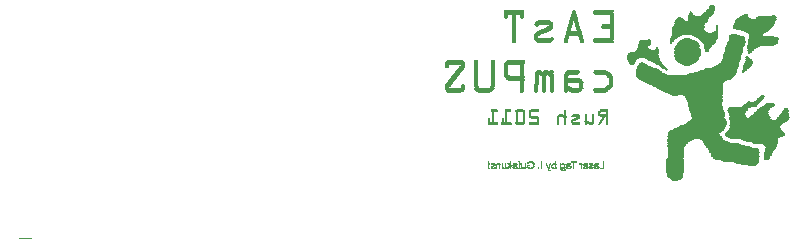
<source format=gbo>
G75*
G70*
%OFA0B0*%
%FSLAX24Y24*%
%IPPOS*%
%LPD*%
%AMOC8*
5,1,8,0,0,1.08239X$1,22.5*
%
%ADD10R,0.0028X0.0004*%
%ADD11R,0.0104X0.0004*%
%ADD12R,0.0180X0.0004*%
%ADD13R,0.0212X0.0004*%
%ADD14R,0.0236X0.0004*%
%ADD15R,0.0256X0.0004*%
%ADD16R,0.0272X0.0004*%
%ADD17R,0.0288X0.0004*%
%ADD18R,0.0304X0.0004*%
%ADD19R,0.0320X0.0004*%
%ADD20R,0.0336X0.0004*%
%ADD21R,0.0348X0.0004*%
%ADD22R,0.0356X0.0004*%
%ADD23R,0.0368X0.0004*%
%ADD24R,0.0380X0.0004*%
%ADD25R,0.0388X0.0004*%
%ADD26R,0.0396X0.0004*%
%ADD27R,0.0408X0.0004*%
%ADD28R,0.0416X0.0004*%
%ADD29R,0.0424X0.0004*%
%ADD30R,0.0432X0.0004*%
%ADD31R,0.0440X0.0004*%
%ADD32R,0.0444X0.0004*%
%ADD33R,0.0452X0.0004*%
%ADD34R,0.0456X0.0004*%
%ADD35R,0.0464X0.0004*%
%ADD36R,0.0468X0.0004*%
%ADD37R,0.0472X0.0004*%
%ADD38R,0.0476X0.0004*%
%ADD39R,0.0484X0.0004*%
%ADD40R,0.0488X0.0004*%
%ADD41R,0.0496X0.0004*%
%ADD42R,0.0496X0.0004*%
%ADD43R,0.0504X0.0004*%
%ADD44R,0.0504X0.0004*%
%ADD45R,0.0508X0.0004*%
%ADD46R,0.0512X0.0004*%
%ADD47R,0.0512X0.0004*%
%ADD48R,0.0516X0.0004*%
%ADD49R,0.0520X0.0004*%
%ADD50R,0.0524X0.0004*%
%ADD51R,0.0524X0.0004*%
%ADD52R,0.0528X0.0004*%
%ADD53R,0.0528X0.0004*%
%ADD54R,0.0532X0.0004*%
%ADD55R,0.0536X0.0004*%
%ADD56R,0.0536X0.0004*%
%ADD57R,0.0540X0.0004*%
%ADD58R,0.0540X0.0004*%
%ADD59R,0.0544X0.0004*%
%ADD60R,0.0544X0.0004*%
%ADD61R,0.0548X0.0004*%
%ADD62R,0.0552X0.0004*%
%ADD63R,0.0552X0.0004*%
%ADD64R,0.0556X0.0004*%
%ADD65R,0.0556X0.0004*%
%ADD66R,0.0560X0.0004*%
%ADD67R,0.0564X0.0004*%
%ADD68R,0.0564X0.0004*%
%ADD69R,0.0568X0.0004*%
%ADD70R,0.0568X0.0004*%
%ADD71R,0.0572X0.0004*%
%ADD72R,0.0572X0.0004*%
%ADD73R,0.0576X0.0004*%
%ADD74R,0.0580X0.0004*%
%ADD75R,0.0024X0.0004*%
%ADD76R,0.0032X0.0004*%
%ADD77R,0.0580X0.0004*%
%ADD78R,0.0044X0.0004*%
%ADD79R,0.0072X0.0004*%
%ADD80R,0.0048X0.0004*%
%ADD81R,0.0088X0.0004*%
%ADD82R,0.0052X0.0004*%
%ADD83R,0.0056X0.0004*%
%ADD84R,0.0112X0.0004*%
%ADD85R,0.0060X0.0004*%
%ADD86R,0.0120X0.0004*%
%ADD87R,0.0584X0.0004*%
%ADD88R,0.0064X0.0004*%
%ADD89R,0.0124X0.0004*%
%ADD90R,0.0584X0.0004*%
%ADD91R,0.0036X0.0004*%
%ADD92R,0.0044X0.0004*%
%ADD93R,0.0040X0.0004*%
%ADD94R,0.0036X0.0004*%
%ADD95R,0.0028X0.0004*%
%ADD96R,0.0032X0.0004*%
%ADD97R,0.0588X0.0004*%
%ADD98R,0.0028X0.0004*%
%ADD99R,0.0588X0.0004*%
%ADD100R,0.0028X0.0004*%
%ADD101R,0.0008X0.0004*%
%ADD102R,0.0040X0.0004*%
%ADD103R,0.0024X0.0004*%
%ADD104R,0.0032X0.0004*%
%ADD105R,0.0048X0.0004*%
%ADD106R,0.0068X0.0004*%
%ADD107R,0.0056X0.0004*%
%ADD108R,0.0036X0.0004*%
%ADD109R,0.0048X0.0004*%
%ADD110R,0.0080X0.0004*%
%ADD111R,0.0052X0.0004*%
%ADD112R,0.0032X0.0004*%
%ADD113R,0.0156X0.0004*%
%ADD114R,0.0052X0.0004*%
%ADD115R,0.0068X0.0004*%
%ADD116R,0.0084X0.0004*%
%ADD117R,0.0052X0.0004*%
%ADD118R,0.0104X0.0004*%
%ADD119R,0.0068X0.0004*%
%ADD120R,0.0080X0.0004*%
%ADD121R,0.0084X0.0004*%
%ADD122R,0.0156X0.0004*%
%ADD123R,0.0592X0.0004*%
%ADD124R,0.0056X0.0004*%
%ADD125R,0.0100X0.0004*%
%ADD126R,0.0084X0.0004*%
%ADD127R,0.0036X0.0004*%
%ADD128R,0.0084X0.0004*%
%ADD129R,0.0076X0.0004*%
%ADD130R,0.0076X0.0004*%
%ADD131R,0.0092X0.0004*%
%ADD132R,0.0592X0.0004*%
%ADD133R,0.0056X0.0004*%
%ADD134R,0.0108X0.0004*%
%ADD135R,0.0092X0.0004*%
%ADD136R,0.0136X0.0004*%
%ADD137R,0.0116X0.0004*%
%ADD138R,0.0100X0.0004*%
%ADD139R,0.0116X0.0004*%
%ADD140R,0.0152X0.0004*%
%ADD141R,0.0096X0.0004*%
%ADD142R,0.0124X0.0004*%
%ADD143R,0.0104X0.0004*%
%ADD144R,0.0124X0.0004*%
%ADD145R,0.0164X0.0004*%
%ADD146R,0.0132X0.0004*%
%ADD147R,0.0116X0.0004*%
%ADD148R,0.0116X0.0004*%
%ADD149R,0.0064X0.0004*%
%ADD150R,0.0060X0.0004*%
%ADD151R,0.0136X0.0004*%
%ADD152R,0.0048X0.0004*%
%ADD153R,0.0044X0.0004*%
%ADD154R,0.0044X0.0004*%
%ADD155R,0.0024X0.0004*%
%ADD156R,0.0596X0.0004*%
%ADD157R,0.0596X0.0004*%
%ADD158R,0.0008X0.0004*%
%ADD159R,0.0088X0.0004*%
%ADD160R,0.0164X0.0004*%
%ADD161R,0.0024X0.0004*%
%ADD162R,0.0136X0.0004*%
%ADD163R,0.0128X0.0004*%
%ADD164R,0.0120X0.0004*%
%ADD165R,0.0600X0.0004*%
%ADD166R,0.0016X0.0004*%
%ADD167R,0.0600X0.0004*%
%ADD168R,0.0140X0.0004*%
%ADD169R,0.0076X0.0004*%
%ADD170R,0.0076X0.0004*%
%ADD171R,0.0160X0.0004*%
%ADD172R,0.0072X0.0004*%
%ADD173R,0.0188X0.0004*%
%ADD174R,0.0160X0.0004*%
%ADD175R,0.0208X0.0004*%
%ADD176R,0.0228X0.0004*%
%ADD177R,0.0244X0.0004*%
%ADD178R,0.0260X0.0004*%
%ADD179R,0.0276X0.0004*%
%ADD180R,0.0008X0.0004*%
%ADD181R,0.0288X0.0004*%
%ADD182R,0.0308X0.0004*%
%ADD183R,0.0336X0.0004*%
%ADD184R,0.0352X0.0004*%
%ADD185R,0.0004X0.0004*%
%ADD186R,0.0372X0.0004*%
%ADD187R,0.0012X0.0004*%
%ADD188R,0.0396X0.0004*%
%ADD189R,0.0108X0.0004*%
%ADD190R,0.0132X0.0004*%
%ADD191R,0.0088X0.0004*%
%ADD192R,0.0112X0.0004*%
%ADD193R,0.0096X0.0004*%
%ADD194R,0.0112X0.0004*%
%ADD195R,0.0092X0.0004*%
%ADD196R,0.0104X0.0004*%
%ADD197R,0.0096X0.0004*%
%ADD198R,0.0628X0.0004*%
%ADD199R,0.0652X0.0004*%
%ADD200R,0.0676X0.0004*%
%ADD201R,0.0020X0.0004*%
%ADD202R,0.0688X0.0004*%
%ADD203R,0.0696X0.0004*%
%ADD204R,0.0708X0.0004*%
%ADD205R,0.0716X0.0004*%
%ADD206R,0.0728X0.0004*%
%ADD207R,0.0736X0.0004*%
%ADD208R,0.0748X0.0004*%
%ADD209R,0.0760X0.0004*%
%ADD210R,0.0772X0.0004*%
%ADD211R,0.0784X0.0004*%
%ADD212R,0.0196X0.0004*%
%ADD213R,0.0800X0.0004*%
%ADD214R,0.0196X0.0004*%
%ADD215R,0.0816X0.0004*%
%ADD216R,0.0144X0.0004*%
%ADD217R,0.0840X0.0004*%
%ADD218R,0.0016X0.0004*%
%ADD219R,0.0900X0.0004*%
%ADD220R,0.1012X0.0004*%
%ADD221R,0.1084X0.0004*%
%ADD222R,0.1120X0.0004*%
%ADD223R,0.1144X0.0004*%
%ADD224R,0.1164X0.0004*%
%ADD225R,0.1176X0.0004*%
%ADD226R,0.1184X0.0004*%
%ADD227R,0.1192X0.0004*%
%ADD228R,0.1196X0.0004*%
%ADD229R,0.1204X0.0004*%
%ADD230R,0.1216X0.0004*%
%ADD231R,0.1228X0.0004*%
%ADD232R,0.1236X0.0004*%
%ADD233R,0.1244X0.0004*%
%ADD234R,0.0576X0.0004*%
%ADD235R,0.1256X0.0004*%
%ADD236R,0.1268X0.0004*%
%ADD237R,0.1280X0.0004*%
%ADD238R,0.1300X0.0004*%
%ADD239R,0.0568X0.0004*%
%ADD240R,0.1324X0.0004*%
%ADD241R,0.0568X0.0004*%
%ADD242R,0.1364X0.0004*%
%ADD243R,0.0564X0.0004*%
%ADD244R,0.1392X0.0004*%
%ADD245R,0.0564X0.0004*%
%ADD246R,0.1420X0.0004*%
%ADD247R,0.0560X0.0004*%
%ADD248R,0.1440X0.0004*%
%ADD249R,0.1460X0.0004*%
%ADD250R,0.0128X0.0004*%
%ADD251R,0.1468X0.0004*%
%ADD252R,0.1480X0.0004*%
%ADD253R,0.0144X0.0004*%
%ADD254R,0.1484X0.0004*%
%ADD255R,0.0148X0.0004*%
%ADD256R,0.1492X0.0004*%
%ADD257R,0.0156X0.0004*%
%ADD258R,0.1500X0.0004*%
%ADD259R,0.0548X0.0004*%
%ADD260R,0.1504X0.0004*%
%ADD261R,0.1508X0.0004*%
%ADD262R,0.0172X0.0004*%
%ADD263R,0.1512X0.0004*%
%ADD264R,0.0176X0.0004*%
%ADD265R,0.1516X0.0004*%
%ADD266R,0.0176X0.0004*%
%ADD267R,0.1520X0.0004*%
%ADD268R,0.0180X0.0004*%
%ADD269R,0.1524X0.0004*%
%ADD270R,0.0184X0.0004*%
%ADD271R,0.1528X0.0004*%
%ADD272R,0.1532X0.0004*%
%ADD273R,0.0192X0.0004*%
%ADD274R,0.1536X0.0004*%
%ADD275R,0.0196X0.0004*%
%ADD276R,0.1540X0.0004*%
%ADD277R,0.0196X0.0004*%
%ADD278R,0.1548X0.0004*%
%ADD279R,0.0200X0.0004*%
%ADD280R,0.1552X0.0004*%
%ADD281R,0.1556X0.0004*%
%ADD282R,0.0200X0.0004*%
%ADD283R,0.1560X0.0004*%
%ADD284R,0.0204X0.0004*%
%ADD285R,0.1564X0.0004*%
%ADD286R,0.0204X0.0004*%
%ADD287R,0.1568X0.0004*%
%ADD288R,0.0212X0.0004*%
%ADD289R,0.1572X0.0004*%
%ADD290R,0.0216X0.0004*%
%ADD291R,0.1576X0.0004*%
%ADD292R,0.0216X0.0004*%
%ADD293R,0.1576X0.0004*%
%ADD294R,0.0220X0.0004*%
%ADD295R,0.1580X0.0004*%
%ADD296R,0.0220X0.0004*%
%ADD297R,0.0224X0.0004*%
%ADD298R,0.1584X0.0004*%
%ADD299R,0.0228X0.0004*%
%ADD300R,0.1584X0.0004*%
%ADD301R,0.0232X0.0004*%
%ADD302R,0.1588X0.0004*%
%ADD303R,0.0236X0.0004*%
%ADD304R,0.0532X0.0004*%
%ADD305R,0.1592X0.0004*%
%ADD306R,0.0240X0.0004*%
%ADD307R,0.1592X0.0004*%
%ADD308R,0.0244X0.0004*%
%ADD309R,0.1596X0.0004*%
%ADD310R,0.0244X0.0004*%
%ADD311R,0.1596X0.0004*%
%ADD312R,0.0248X0.0004*%
%ADD313R,0.1600X0.0004*%
%ADD314R,0.0252X0.0004*%
%ADD315R,0.1600X0.0004*%
%ADD316R,0.0256X0.0004*%
%ADD317R,0.1604X0.0004*%
%ADD318R,0.0260X0.0004*%
%ADD319R,0.1604X0.0004*%
%ADD320R,0.1608X0.0004*%
%ADD321R,0.0264X0.0004*%
%ADD322R,0.0268X0.0004*%
%ADD323R,0.1612X0.0004*%
%ADD324R,0.0268X0.0004*%
%ADD325R,0.1612X0.0004*%
%ADD326R,0.0272X0.0004*%
%ADD327R,0.1616X0.0004*%
%ADD328R,0.0272X0.0004*%
%ADD329R,0.1616X0.0004*%
%ADD330R,0.1620X0.0004*%
%ADD331R,0.1624X0.0004*%
%ADD332R,0.0280X0.0004*%
%ADD333R,0.1624X0.0004*%
%ADD334R,0.0280X0.0004*%
%ADD335R,0.1628X0.0004*%
%ADD336R,0.0276X0.0004*%
%ADD337R,0.1628X0.0004*%
%ADD338R,0.1632X0.0004*%
%ADD339R,0.1636X0.0004*%
%ADD340R,0.1636X0.0004*%
%ADD341R,0.0284X0.0004*%
%ADD342R,0.0284X0.0004*%
%ADD343R,0.1640X0.0004*%
%ADD344R,0.1644X0.0004*%
%ADD345R,0.1648X0.0004*%
%ADD346R,0.1648X0.0004*%
%ADD347R,0.0288X0.0004*%
%ADD348R,0.1652X0.0004*%
%ADD349R,0.0288X0.0004*%
%ADD350R,0.0292X0.0004*%
%ADD351R,0.1656X0.0004*%
%ADD352R,0.1656X0.0004*%
%ADD353R,0.1660X0.0004*%
%ADD354R,0.0292X0.0004*%
%ADD355R,0.1660X0.0004*%
%ADD356R,0.0292X0.0004*%
%ADD357R,0.1664X0.0004*%
%ADD358R,0.1664X0.0004*%
%ADD359R,0.1664X0.0004*%
%ADD360R,0.1668X0.0004*%
%ADD361R,0.0296X0.0004*%
%ADD362R,0.0300X0.0004*%
%ADD363R,0.1664X0.0004*%
%ADD364R,0.0536X0.0004*%
%ADD365R,0.0304X0.0004*%
%ADD366R,0.0304X0.0004*%
%ADD367R,0.0536X0.0004*%
%ADD368R,0.1656X0.0004*%
%ADD369R,0.0308X0.0004*%
%ADD370R,0.0312X0.0004*%
%ADD371R,0.1652X0.0004*%
%ADD372R,0.0312X0.0004*%
%ADD373R,0.1644X0.0004*%
%ADD374R,0.0316X0.0004*%
%ADD375R,0.1620X0.0004*%
%ADD376R,0.0320X0.0004*%
%ADD377R,0.0324X0.0004*%
%ADD378R,0.1524X0.0004*%
%ADD379R,0.0328X0.0004*%
%ADD380R,0.1492X0.0004*%
%ADD381R,0.0328X0.0004*%
%ADD382R,0.0332X0.0004*%
%ADD383R,0.1472X0.0004*%
%ADD384R,0.1460X0.0004*%
%ADD385R,0.0340X0.0004*%
%ADD386R,0.0544X0.0004*%
%ADD387R,0.1456X0.0004*%
%ADD388R,0.0544X0.0004*%
%ADD389R,0.1452X0.0004*%
%ADD390R,0.1448X0.0004*%
%ADD391R,0.0548X0.0004*%
%ADD392R,0.1444X0.0004*%
%ADD393R,0.0360X0.0004*%
%ADD394R,0.0548X0.0004*%
%ADD395R,0.1444X0.0004*%
%ADD396R,0.0360X0.0004*%
%ADD397R,0.1436X0.0004*%
%ADD398R,0.0364X0.0004*%
%ADD399R,0.1432X0.0004*%
%ADD400R,0.0368X0.0004*%
%ADD401R,0.1428X0.0004*%
%ADD402R,0.0372X0.0004*%
%ADD403R,0.0556X0.0004*%
%ADD404R,0.1428X0.0004*%
%ADD405R,0.0376X0.0004*%
%ADD406R,0.1424X0.0004*%
%ADD407R,0.1412X0.0004*%
%ADD408R,0.0384X0.0004*%
%ADD409R,0.1404X0.0004*%
%ADD410R,0.1396X0.0004*%
%ADD411R,0.0392X0.0004*%
%ADD412R,0.1380X0.0004*%
%ADD413R,0.0396X0.0004*%
%ADD414R,0.1312X0.0004*%
%ADD415R,0.0400X0.0004*%
%ADD416R,0.0576X0.0004*%
%ADD417R,0.1252X0.0004*%
%ADD418R,0.0404X0.0004*%
%ADD419R,0.0576X0.0004*%
%ADD420R,0.0412X0.0004*%
%ADD421R,0.1228X0.0004*%
%ADD422R,0.0416X0.0004*%
%ADD423R,0.0584X0.0004*%
%ADD424R,0.1220X0.0004*%
%ADD425R,0.0420X0.0004*%
%ADD426R,0.0588X0.0004*%
%ADD427R,0.1212X0.0004*%
%ADD428R,0.1208X0.0004*%
%ADD429R,0.0428X0.0004*%
%ADD430R,0.1204X0.0004*%
%ADD431R,0.0432X0.0004*%
%ADD432R,0.0596X0.0004*%
%ADD433R,0.1196X0.0004*%
%ADD434R,0.0436X0.0004*%
%ADD435R,0.1192X0.0004*%
%ADD436R,0.0604X0.0004*%
%ADD437R,0.1188X0.0004*%
%ADD438R,0.0608X0.0004*%
%ADD439R,0.0452X0.0004*%
%ADD440R,0.0612X0.0004*%
%ADD441R,0.0460X0.0004*%
%ADD442R,0.0616X0.0004*%
%ADD443R,0.1176X0.0004*%
%ADD444R,0.0468X0.0004*%
%ADD445R,0.0620X0.0004*%
%ADD446R,0.1168X0.0004*%
%ADD447R,0.0472X0.0004*%
%ADD448R,0.0624X0.0004*%
%ADD449R,0.1160X0.0004*%
%ADD450R,0.0480X0.0004*%
%ADD451R,0.0628X0.0004*%
%ADD452R,0.1148X0.0004*%
%ADD453R,0.0488X0.0004*%
%ADD454R,0.0632X0.0004*%
%ADD455R,0.1136X0.0004*%
%ADD456R,0.0500X0.0004*%
%ADD457R,0.0636X0.0004*%
%ADD458R,0.0640X0.0004*%
%ADD459R,0.1044X0.0004*%
%ADD460R,0.0008X0.0004*%
%ADD461R,0.0644X0.0004*%
%ADD462R,0.0928X0.0004*%
%ADD463R,0.0584X0.0004*%
%ADD464R,0.0648X0.0004*%
%ADD465R,0.0904X0.0004*%
%ADD466R,0.0724X0.0004*%
%ADD467R,0.0892X0.0004*%
%ADD468R,0.0656X0.0004*%
%ADD469R,0.0884X0.0004*%
%ADD470R,0.0768X0.0004*%
%ADD471R,0.0660X0.0004*%
%ADD472R,0.0872X0.0004*%
%ADD473R,0.0784X0.0004*%
%ADD474R,0.0664X0.0004*%
%ADD475R,0.0868X0.0004*%
%ADD476R,0.0800X0.0004*%
%ADD477R,0.0668X0.0004*%
%ADD478R,0.0860X0.0004*%
%ADD479R,0.0804X0.0004*%
%ADD480R,0.0672X0.0004*%
%ADD481R,0.0856X0.0004*%
%ADD482R,0.0812X0.0004*%
%ADD483R,0.0676X0.0004*%
%ADD484R,0.0852X0.0004*%
%ADD485R,0.0680X0.0004*%
%ADD486R,0.0848X0.0004*%
%ADD487R,0.0824X0.0004*%
%ADD488R,0.0684X0.0004*%
%ADD489R,0.0840X0.0004*%
%ADD490R,0.0832X0.0004*%
%ADD491R,0.0692X0.0004*%
%ADD492R,0.0836X0.0004*%
%ADD493R,0.0696X0.0004*%
%ADD494R,0.0836X0.0004*%
%ADD495R,0.0844X0.0004*%
%ADD496R,0.0704X0.0004*%
%ADD497R,0.0828X0.0004*%
%ADD498R,0.0824X0.0004*%
%ADD499R,0.0716X0.0004*%
%ADD500R,0.0868X0.0004*%
%ADD501R,0.0880X0.0004*%
%ADD502R,0.0732X0.0004*%
%ADD503R,0.0796X0.0004*%
%ADD504R,0.0896X0.0004*%
%ADD505R,0.0740X0.0004*%
%ADD506R,0.0776X0.0004*%
%ADD507R,0.0920X0.0004*%
%ADD508R,0.0748X0.0004*%
%ADD509R,0.0744X0.0004*%
%ADD510R,0.0972X0.0004*%
%ADD511R,0.0760X0.0004*%
%ADD512R,0.1044X0.0004*%
%ADD513R,0.0768X0.0004*%
%ADD514R,0.0720X0.0004*%
%ADD515R,0.1064X0.0004*%
%ADD516R,0.0776X0.0004*%
%ADD517R,0.0712X0.0004*%
%ADD518R,0.1080X0.0004*%
%ADD519R,0.0708X0.0004*%
%ADD520R,0.1096X0.0004*%
%ADD521R,0.0792X0.0004*%
%ADD522R,0.0704X0.0004*%
%ADD523R,0.1108X0.0004*%
%ADD524R,0.1112X0.0004*%
%ADD525R,0.0808X0.0004*%
%ADD526R,0.0704X0.0004*%
%ADD527R,0.1120X0.0004*%
%ADD528R,0.1128X0.0004*%
%ADD529R,0.0820X0.0004*%
%ADD530R,0.1132X0.0004*%
%ADD531R,0.0828X0.0004*%
%ADD532R,0.1144X0.0004*%
%ADD533R,0.0836X0.0004*%
%ADD534R,0.1152X0.0004*%
%ADD535R,0.0708X0.0004*%
%ADD536R,0.1156X0.0004*%
%ADD537R,0.0848X0.0004*%
%ADD538R,0.0856X0.0004*%
%ADD539R,0.1172X0.0004*%
%ADD540R,0.0864X0.0004*%
%ADD541R,0.1188X0.0004*%
%ADD542R,0.0872X0.0004*%
%ADD543R,0.0884X0.0004*%
%ADD544R,0.0736X0.0004*%
%ADD545R,0.1212X0.0004*%
%ADD546R,0.0748X0.0004*%
%ADD547R,0.1232X0.0004*%
%ADD548R,0.0956X0.0004*%
%ADD549R,0.1820X0.0004*%
%ADD550R,0.1540X0.0004*%
%ADD551R,0.1816X0.0004*%
%ADD552R,0.1556X0.0004*%
%ADD553R,0.1816X0.0004*%
%ADD554R,0.1572X0.0004*%
%ADD555R,0.1584X0.0004*%
%ADD556R,0.1812X0.0004*%
%ADD557R,0.1808X0.0004*%
%ADD558R,0.1808X0.0004*%
%ADD559R,0.1612X0.0004*%
%ADD560R,0.1804X0.0004*%
%ADD561R,0.1800X0.0004*%
%ADD562R,0.1636X0.0004*%
%ADD563R,0.1800X0.0004*%
%ADD564R,0.1796X0.0004*%
%ADD565R,0.1792X0.0004*%
%ADD566R,0.1672X0.0004*%
%ADD567R,0.1688X0.0004*%
%ADD568R,0.1784X0.0004*%
%ADD569R,0.1704X0.0004*%
%ADD570R,0.1780X0.0004*%
%ADD571R,0.1720X0.0004*%
%ADD572R,0.1776X0.0004*%
%ADD573R,0.1740X0.0004*%
%ADD574R,0.1776X0.0004*%
%ADD575R,0.1768X0.0004*%
%ADD576R,0.1772X0.0004*%
%ADD577R,0.1768X0.0004*%
%ADD578R,0.1820X0.0004*%
%ADD579R,0.1764X0.0004*%
%ADD580R,0.1848X0.0004*%
%ADD581R,0.1760X0.0004*%
%ADD582R,0.1872X0.0004*%
%ADD583R,0.1756X0.0004*%
%ADD584R,0.1900X0.0004*%
%ADD585R,0.1752X0.0004*%
%ADD586R,0.1916X0.0004*%
%ADD587R,0.1748X0.0004*%
%ADD588R,0.1924X0.0004*%
%ADD589R,0.1744X0.0004*%
%ADD590R,0.1936X0.0004*%
%ADD591R,0.1944X0.0004*%
%ADD592R,0.1736X0.0004*%
%ADD593R,0.1948X0.0004*%
%ADD594R,0.1732X0.0004*%
%ADD595R,0.1960X0.0004*%
%ADD596R,0.1728X0.0004*%
%ADD597R,0.1968X0.0004*%
%ADD598R,0.1724X0.0004*%
%ADD599R,0.1968X0.0004*%
%ADD600R,0.1724X0.0004*%
%ADD601R,0.1972X0.0004*%
%ADD602R,0.1716X0.0004*%
%ADD603R,0.1972X0.0004*%
%ADD604R,0.1712X0.0004*%
%ADD605R,0.1976X0.0004*%
%ADD606R,0.1712X0.0004*%
%ADD607R,0.1980X0.0004*%
%ADD608R,0.1708X0.0004*%
%ADD609R,0.1980X0.0004*%
%ADD610R,0.1708X0.0004*%
%ADD611R,0.1704X0.0004*%
%ADD612R,0.1700X0.0004*%
%ADD613R,0.1700X0.0004*%
%ADD614R,0.1696X0.0004*%
%ADD615R,0.1964X0.0004*%
%ADD616R,0.1952X0.0004*%
%ADD617R,0.1940X0.0004*%
%ADD618R,0.1932X0.0004*%
%ADD619R,0.1704X0.0004*%
%ADD620R,0.1920X0.0004*%
%ADD621R,0.1912X0.0004*%
%ADD622R,0.1904X0.0004*%
%ADD623R,0.1896X0.0004*%
%ADD624R,0.1716X0.0004*%
%ADD625R,0.1884X0.0004*%
%ADD626R,0.1880X0.0004*%
%ADD627R,0.1728X0.0004*%
%ADD628R,0.1864X0.0004*%
%ADD629R,0.1856X0.0004*%
%ADD630R,0.1848X0.0004*%
%ADD631R,0.1744X0.0004*%
%ADD632R,0.1840X0.0004*%
%ADD633R,0.1744X0.0004*%
%ADD634R,0.1832X0.0004*%
%ADD635R,0.1828X0.0004*%
%ADD636R,0.1744X0.0004*%
%ADD637R,0.1812X0.0004*%
%ADD638R,0.1736X0.0004*%
%ADD639R,0.1788X0.0004*%
%ADD640R,0.1724X0.0004*%
%ADD641R,0.1772X0.0004*%
%ADD642R,0.1708X0.0004*%
%ADD643R,0.1696X0.0004*%
%ADD644R,0.1748X0.0004*%
%ADD645R,0.1688X0.0004*%
%ADD646R,0.1676X0.0004*%
%ADD647R,0.1732X0.0004*%
%ADD648R,0.1676X0.0004*%
%ADD649R,0.1720X0.0004*%
%ADD650R,0.1640X0.0004*%
%ADD651R,0.1696X0.0004*%
%ADD652R,0.1692X0.0004*%
%ADD653R,0.1624X0.0004*%
%ADD654R,0.1616X0.0004*%
%ADD655R,0.1684X0.0004*%
%ADD656R,0.1596X0.0004*%
%ADD657R,0.1684X0.0004*%
%ADD658R,0.1572X0.0004*%
%ADD659R,0.1564X0.0004*%
%ADD660R,0.1684X0.0004*%
%ADD661R,0.1684X0.0004*%
%ADD662R,0.1548X0.0004*%
%ADD663R,0.1688X0.0004*%
%ADD664R,0.1528X0.0004*%
%ADD665R,0.1688X0.0004*%
%ADD666R,0.1520X0.0004*%
%ADD667R,0.1516X0.0004*%
%ADD668R,0.1512X0.0004*%
%ADD669R,0.1508X0.0004*%
%ADD670R,0.1692X0.0004*%
%ADD671R,0.1500X0.0004*%
%ADD672R,0.1484X0.0004*%
%ADD673R,0.1416X0.0004*%
%ADD674R,0.1404X0.0004*%
%ADD675R,0.1396X0.0004*%
%ADD676R,0.1712X0.0004*%
%ADD677R,0.1384X0.0004*%
%ADD678R,0.0296X0.0004*%
%ADD679R,0.1372X0.0004*%
%ADD680R,0.0192X0.0004*%
%ADD681R,0.1368X0.0004*%
%ADD682R,0.0300X0.0004*%
%ADD683R,0.0212X0.0004*%
%ADD684R,0.1360X0.0004*%
%ADD685R,0.0224X0.0004*%
%ADD686R,0.1360X0.0004*%
%ADD687R,0.0312X0.0004*%
%ADD688R,0.0064X0.0004*%
%ADD689R,0.1352X0.0004*%
%ADD690R,0.1728X0.0004*%
%ADD691R,0.0312X0.0004*%
%ADD692R,0.1348X0.0004*%
%ADD693R,0.0316X0.0004*%
%ADD694R,0.0268X0.0004*%
%ADD695R,0.1340X0.0004*%
%ADD696R,0.1336X0.0004*%
%ADD697R,0.1332X0.0004*%
%ADD698R,0.0208X0.0004*%
%ADD699R,0.1332X0.0004*%
%ADD700R,0.1752X0.0004*%
%ADD701R,0.0292X0.0004*%
%ADD702R,0.1328X0.0004*%
%ADD703R,0.0224X0.0004*%
%ADD704R,0.1320X0.0004*%
%ADD705R,0.1316X0.0004*%
%ADD706R,0.1764X0.0004*%
%ADD707R,0.0296X0.0004*%
%ADD708R,0.1312X0.0004*%
%ADD709R,0.1772X0.0004*%
%ADD710R,0.1308X0.0004*%
%ADD711R,0.1304X0.0004*%
%ADD712R,0.1784X0.0004*%
%ADD713R,0.0064X0.0004*%
%ADD714R,0.0068X0.0004*%
%ADD715R,0.0148X0.0004*%
%ADD716R,0.1300X0.0004*%
%ADD717R,0.0140X0.0004*%
%ADD718R,0.1292X0.0004*%
%ADD719R,0.1288X0.0004*%
%ADD720R,0.0128X0.0004*%
%ADD721R,0.1280X0.0004*%
%ADD722R,0.1276X0.0004*%
%ADD723R,0.1828X0.0004*%
%ADD724R,0.1268X0.0004*%
%ADD725R,0.1264X0.0004*%
%ADD726R,0.1256X0.0004*%
%ADD727R,0.1840X0.0004*%
%ADD728R,0.0096X0.0004*%
%ADD729R,0.1248X0.0004*%
%ADD730R,0.1244X0.0004*%
%ADD731R,0.1852X0.0004*%
%ADD732R,0.1236X0.0004*%
%ADD733R,0.1852X0.0004*%
%ADD734R,0.1216X0.0004*%
%ADD735R,0.1864X0.0004*%
%ADD736R,0.1868X0.0004*%
%ADD737R,0.1200X0.0004*%
%ADD738R,0.1872X0.0004*%
%ADD739R,0.1440X0.0004*%
%ADD740R,0.0432X0.0004*%
%ADD741R,0.1180X0.0004*%
%ADD742R,0.1172X0.0004*%
%ADD743R,0.1396X0.0004*%
%ADD744R,0.0388X0.0004*%
%ADD745R,0.1164X0.0004*%
%ADD746R,0.1388X0.0004*%
%ADD747R,0.0124X0.0004*%
%ADD748R,0.1156X0.0004*%
%ADD749R,0.1384X0.0004*%
%ADD750R,0.0384X0.0004*%
%ADD751R,0.0380X0.0004*%
%ADD752R,0.1140X0.0004*%
%ADD753R,0.1376X0.0004*%
%ADD754R,0.1136X0.0004*%
%ADD755R,0.1376X0.0004*%
%ADD756R,0.0376X0.0004*%
%ADD757R,0.0148X0.0004*%
%ADD758R,0.1124X0.0004*%
%ADD759R,0.0376X0.0004*%
%ADD760R,0.1116X0.0004*%
%ADD761R,0.1368X0.0004*%
%ADD762R,0.0152X0.0004*%
%ADD763R,0.1116X0.0004*%
%ADD764R,0.0152X0.0004*%
%ADD765R,0.1112X0.0004*%
%ADD766R,0.0372X0.0004*%
%ADD767R,0.1104X0.0004*%
%ADD768R,0.1364X0.0004*%
%ADD769R,0.1104X0.0004*%
%ADD770R,0.1364X0.0004*%
%ADD771R,0.1096X0.0004*%
%ADD772R,0.1096X0.0004*%
%ADD773R,0.1364X0.0004*%
%ADD774R,0.0376X0.0004*%
%ADD775R,0.1356X0.0004*%
%ADD776R,0.1092X0.0004*%
%ADD777R,0.0732X0.0004*%
%ADD778R,0.1092X0.0004*%
%ADD779R,0.0696X0.0004*%
%ADD780R,0.0684X0.0004*%
%ADD781R,0.0668X0.0004*%
%ADD782R,0.0368X0.0004*%
%ADD783R,0.0108X0.0004*%
%ADD784R,0.0072X0.0004*%
%ADD785R,0.1096X0.0004*%
%ADD786R,0.0656X0.0004*%
%ADD787R,0.0368X0.0004*%
%ADD788R,0.0648X0.0004*%
%ADD789R,0.0364X0.0004*%
%ADD790R,0.1100X0.0004*%
%ADD791R,0.0296X0.0004*%
%ADD792R,0.1100X0.0004*%
%ADD793R,0.0356X0.0004*%
%ADD794R,0.1104X0.0004*%
%ADD795R,0.0624X0.0004*%
%ADD796R,0.1104X0.0004*%
%ADD797R,0.0352X0.0004*%
%ADD798R,0.0240X0.0004*%
%ADD799R,0.1108X0.0004*%
%ADD800R,0.0348X0.0004*%
%ADD801R,0.0072X0.0004*%
%ADD802R,0.0252X0.0004*%
%ADD803R,0.0340X0.0004*%
%ADD804R,0.0164X0.0004*%
%ADD805R,0.0264X0.0004*%
%ADD806R,0.0272X0.0004*%
%ADD807R,0.0324X0.0004*%
%ADD808R,0.1116X0.0004*%
%ADD809R,0.1116X0.0004*%
%ADD810R,0.0528X0.0004*%
%ADD811R,0.0556X0.0004*%
%ADD812R,0.0188X0.0004*%
%ADD813R,0.0264X0.0004*%
%ADD814R,0.1124X0.0004*%
%ADD815R,0.0528X0.0004*%
%ADD816R,0.1124X0.0004*%
%ADD817R,0.0172X0.0004*%
%ADD818R,0.0248X0.0004*%
%ADD819R,0.1128X0.0004*%
%ADD820R,0.0308X0.0004*%
%ADD821R,0.0532X0.0004*%
%ADD822R,0.0232X0.0004*%
%ADD823R,0.0524X0.0004*%
%ADD824R,0.0516X0.0004*%
%ADD825R,0.1132X0.0004*%
%ADD826R,0.0508X0.0004*%
%ADD827R,0.1132X0.0004*%
%ADD828R,0.0492X0.0004*%
%ADD829R,0.0248X0.0004*%
%ADD830R,0.1132X0.0004*%
%ADD831R,0.0244X0.0004*%
%ADD832R,0.0468X0.0004*%
%ADD833R,0.0464X0.0004*%
%ADD834R,0.0236X0.0004*%
%ADD835R,0.0552X0.0004*%
%ADD836R,0.0228X0.0004*%
%ADD837R,0.0448X0.0004*%
%ADD838R,0.0228X0.0004*%
%ADD839R,0.1128X0.0004*%
%ADD840R,0.0444X0.0004*%
%ADD841R,0.0440X0.0004*%
%ADD842R,0.0436X0.0004*%
%ADD843R,0.0432X0.0004*%
%ADD844R,0.0428X0.0004*%
%ADD845R,0.0212X0.0004*%
%ADD846R,0.0424X0.0004*%
%ADD847R,0.0420X0.0004*%
%ADD848R,0.0592X0.0004*%
%ADD849R,0.0416X0.0004*%
%ADD850R,0.0412X0.0004*%
%ADD851R,0.0308X0.0004*%
%ADD852R,0.0408X0.0004*%
%ADD853R,0.0184X0.0004*%
%ADD854R,0.0608X0.0004*%
%ADD855R,0.0404X0.0004*%
%ADD856R,0.0616X0.0004*%
%ADD857R,0.0404X0.0004*%
%ADD858R,0.0616X0.0004*%
%ADD859R,0.0400X0.0004*%
%ADD860R,0.0396X0.0004*%
%ADD861R,0.0632X0.0004*%
%ADD862R,0.0632X0.0004*%
%ADD863R,0.0392X0.0004*%
%ADD864R,0.0636X0.0004*%
%ADD865R,0.0012X0.0004*%
%ADD866R,0.0276X0.0004*%
%ADD867R,0.0644X0.0004*%
%ADD868R,0.0384X0.0004*%
%ADD869R,0.0268X0.0004*%
%ADD870R,0.0648X0.0004*%
%ADD871R,0.0652X0.0004*%
%ADD872R,0.0172X0.0004*%
%ADD873R,0.0656X0.0004*%
%ADD874R,0.0372X0.0004*%
%ADD875R,0.0660X0.0004*%
%ADD876R,0.0144X0.0004*%
%ADD877R,0.0132X0.0004*%
%ADD878R,0.0364X0.0004*%
%ADD879R,0.1124X0.0004*%
%ADD880R,0.0364X0.0004*%
%ADD881R,0.1128X0.0004*%
%ADD882R,0.0644X0.0004*%
%ADD883R,0.0344X0.0004*%
%ADD884R,0.0344X0.0004*%
%ADD885R,0.0336X0.0004*%
%ADD886R,0.1136X0.0004*%
%ADD887R,0.0412X0.0004*%
%ADD888R,0.0428X0.0004*%
%ADD889R,0.0436X0.0004*%
%ADD890R,0.1140X0.0004*%
%ADD891R,0.0436X0.0004*%
%ADD892R,0.0336X0.0004*%
%ADD893R,0.0332X0.0004*%
%ADD894R,0.0332X0.0004*%
%ADD895R,0.0324X0.0004*%
%ADD896R,0.0304X0.0004*%
%ADD897R,0.1144X0.0004*%
%ADD898R,0.0276X0.0004*%
%ADD899R,0.1148X0.0004*%
%ADD900R,0.0204X0.0004*%
%ADD901R,0.1148X0.0004*%
%ADD902R,0.0424X0.0004*%
%ADD903R,0.1152X0.0004*%
%ADD904R,0.0236X0.0004*%
%ADD905R,0.0208X0.0004*%
%ADD906R,0.0204X0.0004*%
%ADD907R,0.1160X0.0004*%
%ADD908R,0.1164X0.0004*%
%ADD909R,0.1168X0.0004*%
%ADD910R,0.1168X0.0004*%
%ADD911R,0.1180X0.0004*%
%ADD912R,0.0192X0.0004*%
%ADD913R,0.0188X0.0004*%
%ADD914R,0.1196X0.0004*%
%ADD915R,0.1204X0.0004*%
%ADD916R,0.1208X0.0004*%
%ADD917R,0.0188X0.0004*%
%ADD918R,0.1212X0.0004*%
%ADD919R,0.0172X0.0004*%
%ADD920R,0.0168X0.0004*%
%ADD921R,0.0168X0.0004*%
%ADD922R,0.1220X0.0004*%
%ADD923R,0.1224X0.0004*%
%ADD924R,0.1224X0.0004*%
%ADD925R,0.1228X0.0004*%
%ADD926R,0.1232X0.0004*%
%ADD927R,0.1232X0.0004*%
%ADD928R,0.1240X0.0004*%
%ADD929R,0.1240X0.0004*%
%ADD930R,0.1244X0.0004*%
%ADD931R,0.1248X0.0004*%
%ADD932R,0.1252X0.0004*%
%ADD933R,0.1260X0.0004*%
%ADD934R,0.1264X0.0004*%
%ADD935R,0.1272X0.0004*%
%ADD936R,0.1276X0.0004*%
%ADD937R,0.1284X0.0004*%
%ADD938R,0.1288X0.0004*%
%ADD939R,0.1292X0.0004*%
%ADD940R,0.0256X0.0004*%
%ADD941R,0.1320X0.0004*%
%ADD942R,0.1336X0.0004*%
%ADD943R,0.1760X0.0004*%
%ADD944R,0.1788X0.0004*%
%ADD945R,0.1796X0.0004*%
%ADD946R,0.1832X0.0004*%
%ADD947R,0.1860X0.0004*%
%ADD948R,0.1868X0.0004*%
%ADD949R,0.1876X0.0004*%
%ADD950R,0.1884X0.0004*%
%ADD951R,0.0344X0.0004*%
%ADD952R,0.1892X0.0004*%
%ADD953R,0.0448X0.0004*%
%ADD954R,0.1896X0.0004*%
%ADD955R,0.1904X0.0004*%
%ADD956R,0.0492X0.0004*%
%ADD957R,0.1912X0.0004*%
%ADD958R,0.0508X0.0004*%
%ADD959R,0.0456X0.0004*%
%ADD960R,0.0412X0.0004*%
%ADD961R,0.1920X0.0004*%
%ADD962R,0.1928X0.0004*%
%ADD963R,0.1944X0.0004*%
%ADD964R,0.1952X0.0004*%
%ADD965R,0.0520X0.0004*%
%ADD966R,0.0132X0.0004*%
%ADD967R,0.1976X0.0004*%
%ADD968R,0.1984X0.0004*%
%ADD969R,0.1996X0.0004*%
%ADD970R,0.2008X0.0004*%
%ADD971R,0.0608X0.0004*%
%ADD972R,0.0460X0.0004*%
%ADD973R,0.0484X0.0004*%
%ADD974R,0.2016X0.0004*%
%ADD975R,0.2024X0.0004*%
%ADD976R,0.0496X0.0004*%
%ADD977R,0.2028X0.0004*%
%ADD978R,0.0624X0.0004*%
%ADD979R,0.0500X0.0004*%
%ADD980R,0.2036X0.0004*%
%ADD981R,0.0628X0.0004*%
%ADD982R,0.2040X0.0004*%
%ADD983R,0.0636X0.0004*%
%ADD984R,0.0612X0.0004*%
%ADD985R,0.0504X0.0004*%
%ADD986R,0.2048X0.0004*%
%ADD987R,0.2052X0.0004*%
%ADD988R,0.0608X0.0004*%
%ADD989R,0.0620X0.0004*%
%ADD990R,0.2060X0.0004*%
%ADD991R,0.0644X0.0004*%
%ADD992R,0.0516X0.0004*%
%ADD993R,0.2068X0.0004*%
%ADD994R,0.2076X0.0004*%
%ADD995R,0.2080X0.0004*%
%ADD996R,0.2088X0.0004*%
%ADD997R,0.0664X0.0004*%
%ADD998R,0.2096X0.0004*%
%ADD999R,0.0664X0.0004*%
%ADD1000R,0.2104X0.0004*%
%ADD1001R,0.0640X0.0004*%
%ADD1002R,0.2112X0.0004*%
%ADD1003R,0.0668X0.0004*%
%ADD1004R,0.0648X0.0004*%
%ADD1005R,0.0632X0.0004*%
%ADD1006R,0.2124X0.0004*%
%ADD1007R,0.0668X0.0004*%
%ADD1008R,0.2132X0.0004*%
%ADD1009R,0.0504X0.0004*%
%ADD1010R,0.2140X0.0004*%
%ADD1011R,0.0676X0.0004*%
%ADD1012R,0.0184X0.0004*%
%ADD1013R,0.0232X0.0004*%
%ADD1014R,0.2144X0.0004*%
%ADD1015R,0.2152X0.0004*%
%ADD1016R,0.0264X0.0004*%
%ADD1017R,0.2160X0.0004*%
%ADD1018R,0.0256X0.0004*%
%ADD1019R,0.2168X0.0004*%
%ADD1020R,0.2172X0.0004*%
%ADD1021R,0.2180X0.0004*%
%ADD1022R,0.0148X0.0004*%
%ADD1023R,0.2188X0.0004*%
%ADD1024R,0.2196X0.0004*%
%ADD1025R,0.2200X0.0004*%
%ADD1026R,0.0144X0.0004*%
%ADD1027R,0.2208X0.0004*%
%ADD1028R,0.2216X0.0004*%
%ADD1029R,0.2220X0.0004*%
%ADD1030R,0.0184X0.0004*%
%ADD1031R,0.2228X0.0004*%
%ADD1032R,0.2236X0.0004*%
%ADD1033R,0.2244X0.0004*%
%ADD1034R,0.2256X0.0004*%
%ADD1035R,0.2264X0.0004*%
%ADD1036R,0.2272X0.0004*%
%ADD1037R,0.2280X0.0004*%
%ADD1038R,0.2292X0.0004*%
%ADD1039R,0.2300X0.0004*%
%ADD1040R,0.2312X0.0004*%
%ADD1041R,0.0168X0.0004*%
%ADD1042R,0.2320X0.0004*%
%ADD1043R,0.2324X0.0004*%
%ADD1044R,0.2332X0.0004*%
%ADD1045R,0.0136X0.0004*%
%ADD1046R,0.2340X0.0004*%
%ADD1047R,0.2348X0.0004*%
%ADD1048R,0.2356X0.0004*%
%ADD1049R,0.2360X0.0004*%
%ADD1050R,0.2368X0.0004*%
%ADD1051R,0.2376X0.0004*%
%ADD1052R,0.2388X0.0004*%
%ADD1053R,0.0128X0.0004*%
%ADD1054R,0.2396X0.0004*%
%ADD1055R,0.2408X0.0004*%
%ADD1056R,0.0176X0.0004*%
%ADD1057R,0.2416X0.0004*%
%ADD1058R,0.2428X0.0004*%
%ADD1059R,0.2440X0.0004*%
%ADD1060R,0.0176X0.0004*%
%ADD1061R,0.2448X0.0004*%
%ADD1062R,0.2456X0.0004*%
%ADD1063R,0.2472X0.0004*%
%ADD1064R,0.2480X0.0004*%
%ADD1065R,0.2492X0.0004*%
%ADD1066R,0.2500X0.0004*%
%ADD1067R,0.2512X0.0004*%
%ADD1068R,0.2516X0.0004*%
%ADD1069R,0.0152X0.0004*%
%ADD1070R,0.2528X0.0004*%
%ADD1071R,0.2536X0.0004*%
%ADD1072R,0.0164X0.0004*%
%ADD1073R,0.2548X0.0004*%
%ADD1074R,0.2560X0.0004*%
%ADD1075R,0.0192X0.0004*%
%ADD1076R,0.2572X0.0004*%
%ADD1077R,0.2580X0.0004*%
%ADD1078R,0.2596X0.0004*%
%ADD1079R,0.2608X0.0004*%
%ADD1080R,0.2624X0.0004*%
%ADD1081R,0.2636X0.0004*%
%ADD1082R,0.0624X0.0004*%
%ADD1083R,0.2652X0.0004*%
%ADD1084R,0.2668X0.0004*%
%ADD1085R,0.2684X0.0004*%
%ADD1086R,0.2696X0.0004*%
%ADD1087R,0.2704X0.0004*%
%ADD1088R,0.2716X0.0004*%
%ADD1089R,0.2724X0.0004*%
%ADD1090R,0.0604X0.0004*%
%ADD1091R,0.2740X0.0004*%
%ADD1092R,0.2748X0.0004*%
%ADD1093R,0.2764X0.0004*%
%ADD1094R,0.2776X0.0004*%
%ADD1095R,0.2788X0.0004*%
%ADD1096R,0.2804X0.0004*%
%ADD1097R,0.2820X0.0004*%
%ADD1098R,0.2840X0.0004*%
%ADD1099R,0.2860X0.0004*%
%ADD1100R,0.2884X0.0004*%
%ADD1101R,0.2916X0.0004*%
%ADD1102R,0.2944X0.0004*%
%ADD1103R,0.2972X0.0004*%
%ADD1104R,0.2996X0.0004*%
%ADD1105R,0.3016X0.0004*%
%ADD1106R,0.3032X0.0004*%
%ADD1107R,0.3044X0.0004*%
%ADD1108R,0.3060X0.0004*%
%ADD1109R,0.3072X0.0004*%
%ADD1110R,0.0484X0.0004*%
%ADD1111R,0.3080X0.0004*%
%ADD1112R,0.3092X0.0004*%
%ADD1113R,0.3100X0.0004*%
%ADD1114R,0.3112X0.0004*%
%ADD1115R,0.3120X0.0004*%
%ADD1116R,0.3128X0.0004*%
%ADD1117R,0.0636X0.0004*%
%ADD1118R,0.3136X0.0004*%
%ADD1119R,0.3144X0.0004*%
%ADD1120R,0.3156X0.0004*%
%ADD1121R,0.3164X0.0004*%
%ADD1122R,0.3172X0.0004*%
%ADD1123R,0.0156X0.0004*%
%ADD1124R,0.3180X0.0004*%
%ADD1125R,0.3188X0.0004*%
%ADD1126R,0.3196X0.0004*%
%ADD1127R,0.3204X0.0004*%
%ADD1128R,0.0656X0.0004*%
%ADD1129R,0.0168X0.0004*%
%ADD1130R,0.3212X0.0004*%
%ADD1131R,0.3220X0.0004*%
%ADD1132R,0.3224X0.0004*%
%ADD1133R,0.3232X0.0004*%
%ADD1134R,0.0664X0.0004*%
%ADD1135R,0.3240X0.0004*%
%ADD1136R,0.3244X0.0004*%
%ADD1137R,0.3252X0.0004*%
%ADD1138R,0.3256X0.0004*%
%ADD1139R,0.3264X0.0004*%
%ADD1140R,0.3268X0.0004*%
%ADD1141R,0.3272X0.0004*%
%ADD1142R,0.3280X0.0004*%
%ADD1143R,0.3284X0.0004*%
%ADD1144R,0.1048X0.0004*%
%ADD1145R,0.1032X0.0004*%
%ADD1146R,0.1020X0.0004*%
%ADD1147R,0.0404X0.0004*%
%ADD1148R,0.0224X0.0004*%
%ADD1149R,0.1004X0.0004*%
%ADD1150R,0.0996X0.0004*%
%ADD1151R,0.1592X0.0004*%
%ADD1152R,0.0992X0.0004*%
%ADD1153R,0.1584X0.0004*%
%ADD1154R,0.0984X0.0004*%
%ADD1155R,0.0976X0.0004*%
%ADD1156R,0.1576X0.0004*%
%ADD1157R,0.0448X0.0004*%
%ADD1158R,0.0516X0.0004*%
%ADD1159R,0.0456X0.0004*%
%ADD1160R,0.0964X0.0004*%
%ADD1161R,0.0960X0.0004*%
%ADD1162R,0.1560X0.0004*%
%ADD1163R,0.0464X0.0004*%
%ADD1164R,0.0952X0.0004*%
%ADD1165R,0.0944X0.0004*%
%ADD1166R,0.0936X0.0004*%
%ADD1167R,0.1516X0.0004*%
%ADD1168R,0.0916X0.0004*%
%ADD1169R,0.1480X0.0004*%
%ADD1170R,0.0904X0.0004*%
%ADD1171R,0.1408X0.0004*%
%ADD1172R,0.0896X0.0004*%
%ADD1173R,0.0508X0.0004*%
%ADD1174R,0.1356X0.0004*%
%ADD1175R,0.0876X0.0004*%
%ADD1176R,0.1340X0.0004*%
%ADD1177R,0.0868X0.0004*%
%ADD1178R,0.0860X0.0004*%
%ADD1179R,0.0612X0.0004*%
%ADD1180R,0.0452X0.0004*%
%ADD1181R,0.0612X0.0004*%
%ADD1182R,0.1304X0.0004*%
%ADD1183R,0.0004X0.0004*%
%ADD1184R,0.0444X0.0004*%
%ADD1185R,0.0004X0.0004*%
%ADD1186R,0.0480X0.0004*%
%ADD1187R,0.0836X0.0004*%
%ADD1188R,0.1296X0.0004*%
%ADD1189R,0.0828X0.0004*%
%ADD1190R,0.0824X0.0004*%
%ADD1191R,0.0820X0.0004*%
%ADD1192R,0.0816X0.0004*%
%ADD1193R,0.0448X0.0004*%
%ADD1194R,0.0812X0.0004*%
%ADD1195R,0.1260X0.0004*%
%ADD1196R,0.0804X0.0004*%
%ADD1197R,0.0796X0.0004*%
%ADD1198R,0.0792X0.0004*%
%ADD1199R,0.0092X0.0004*%
%ADD1200R,0.0784X0.0004*%
%ADD1201R,0.0780X0.0004*%
%ADD1202R,0.1136X0.0004*%
%ADD1203R,0.0344X0.0004*%
%ADD1204R,0.0772X0.0004*%
%ADD1205R,0.0764X0.0004*%
%ADD1206R,0.1088X0.0004*%
%ADD1207R,0.0736X0.0004*%
%ADD1208R,0.0732X0.0004*%
%ADD1209R,0.1080X0.0004*%
%ADD1210R,0.0724X0.0004*%
%ADD1211R,0.1072X0.0004*%
%ADD1212R,0.1068X0.0004*%
%ADD1213R,0.1060X0.0004*%
%ADD1214R,0.0700X0.0004*%
%ADD1215R,0.1060X0.0004*%
%ADD1216R,0.0684X0.0004*%
%ADD1217R,0.1052X0.0004*%
%ADD1218R,0.1040X0.0004*%
%ADD1219R,0.1024X0.0004*%
%ADD1220R,0.0988X0.0004*%
%ADD1221R,0.0888X0.0004*%
%ADD1222R,0.0856X0.0004*%
%ADD1223R,0.0496X0.0004*%
%ADD1224R,0.0832X0.0004*%
%ADD1225R,0.0456X0.0004*%
%ADD1226R,0.0816X0.0004*%
%ADD1227R,0.0808X0.0004*%
%ADD1228R,0.0808X0.0004*%
%ADD1229R,0.0788X0.0004*%
%ADD1230R,0.0756X0.0004*%
%ADD1231R,0.0740X0.0004*%
%ADD1232R,0.0732X0.0004*%
%ADD1233R,0.0724X0.0004*%
%ADD1234R,0.0324X0.0004*%
%ADD1235R,0.0716X0.0004*%
%ADD1236R,0.0712X0.0004*%
%ADD1237R,0.0216X0.0004*%
%ADD1238R,0.0692X0.0004*%
%ADD1239R,0.0252X0.0004*%
%ADD1240R,0.0252X0.0004*%
%ADD1241R,0.0216X0.0004*%
%ADD1242R,0.0572X0.0004*%
%ADD1243R,0.0532X0.0004*%
%ADD1244R,0.0112X0.0004*%
%ADD1245R,0.0492X0.0004*%
%ADD1246R,0.0348X0.0004*%
%ADD1247R,0.0088X0.0004*%
%ADD1248R,0.0692X0.0004*%
%ADD1249R,0.0700X0.0004*%
%ADD1250R,0.0744X0.0004*%
%ADD1251R,0.0752X0.0004*%
%ADD1252R,0.0764X0.0004*%
%ADD1253R,0.0768X0.0004*%
%ADD1254R,0.0780X0.0004*%
%ADD1255R,0.0784X0.0004*%
%ADD1256R,0.0472X0.0004*%
%ADD1257R,0.0108X0.0004*%
%ADD1258R,0.0824X0.0004*%
%ADD1259R,0.0416X0.0004*%
%ADD1260R,0.1044X0.0004*%
%ADD1261R,0.1044X0.0004*%
%ADD1262R,0.0832X0.0004*%
%ADD1263R,0.1040X0.0004*%
%ADD1264R,0.1036X0.0004*%
%ADD1265R,0.0844X0.0004*%
%ADD1266R,0.0596X0.0004*%
%ADD1267R,0.1036X0.0004*%
%ADD1268R,0.0852X0.0004*%
%ADD1269R,0.1032X0.0004*%
%ADD1270R,0.0592X0.0004*%
%ADD1271R,0.1028X0.0004*%
%ADD1272R,0.0864X0.0004*%
%ADD1273R,0.1028X0.0004*%
%ADD1274R,0.0864X0.0004*%
%ADD1275R,0.0872X0.0004*%
%ADD1276R,0.1020X0.0004*%
%ADD1277R,0.0876X0.0004*%
%ADD1278R,0.0572X0.0004*%
%ADD1279R,0.1016X0.0004*%
%ADD1280R,0.1016X0.0004*%
%ADD1281R,0.0884X0.0004*%
%ADD1282R,0.1012X0.0004*%
%ADD1283R,0.0888X0.0004*%
%ADD1284R,0.1008X0.0004*%
%ADD1285R,0.0888X0.0004*%
%ADD1286R,0.1004X0.0004*%
%ADD1287R,0.0892X0.0004*%
%ADD1288R,0.1004X0.0004*%
%ADD1289R,0.0892X0.0004*%
%ADD1290R,0.1000X0.0004*%
%ADD1291R,0.0996X0.0004*%
%ADD1292R,0.0896X0.0004*%
%ADD1293R,0.0992X0.0004*%
%ADD1294R,0.0900X0.0004*%
%ADD1295R,0.0984X0.0004*%
%ADD1296R,0.0980X0.0004*%
%ADD1297R,0.0964X0.0004*%
%ADD1298R,0.0936X0.0004*%
%ADD1299R,0.0804X0.0004*%
%ADD1300R,0.0788X0.0004*%
%ADD1301R,0.0764X0.0004*%
%ADD1302R,0.0756X0.0004*%
%ADD1303R,0.0744X0.0004*%
%ADD1304R,0.0724X0.0004*%
%ADD1305R,0.0604X0.0004*%
%ADD1306R,0.0604X0.0004*%
%ADD1307R,0.0856X0.0004*%
%ADD1308R,0.0356X0.0004*%
%ADD1309R,0.0352X0.0004*%
%ADD1310R,0.0020X0.0004*%
%ADD1311R,0.0828X0.0004*%
%ADD1312R,0.0816X0.0004*%
%ADD1313R,0.0388X0.0004*%
%ADD1314R,0.0752X0.0004*%
%ADD1315R,0.0908X0.0004*%
%ADD1316R,0.0408X0.0004*%
%ADD1317R,0.0916X0.0004*%
%ADD1318R,0.0736X0.0004*%
%ADD1319R,0.0924X0.0004*%
%ADD1320R,0.0728X0.0004*%
%ADD1321R,0.0928X0.0004*%
%ADD1322R,0.0328X0.0004*%
%ADD1323R,0.0936X0.0004*%
%ADD1324R,0.0720X0.0004*%
%ADD1325R,0.0940X0.0004*%
%ADD1326R,0.0712X0.0004*%
%ADD1327R,0.0948X0.0004*%
%ADD1328R,0.0956X0.0004*%
%ADD1329R,0.0960X0.0004*%
%ADD1330R,0.0688X0.0004*%
%ADD1331R,0.0964X0.0004*%
%ADD1332R,0.0672X0.0004*%
%ADD1333R,0.0968X0.0004*%
%ADD1334R,0.0968X0.0004*%
%ADD1335R,0.0972X0.0004*%
%ADD1336R,0.0976X0.0004*%
%ADD1337R,0.0392X0.0004*%
%ADD1338R,0.0984X0.0004*%
%ADD1339R,0.0408X0.0004*%
%ADD1340R,0.0988X0.0004*%
%ADD1341R,0.0672X0.0004*%
%ADD1342R,0.0676X0.0004*%
%ADD1343R,0.1000X0.0004*%
%ADD1344R,0.0476X0.0004*%
%ADD1345R,0.0680X0.0004*%
%ADD1346R,0.1004X0.0004*%
%ADD1347R,0.0492X0.0004*%
%ADD1348R,0.0444X0.0004*%
%ADD1349R,0.1008X0.0004*%
%ADD1350R,0.0284X0.0004*%
%ADD1351R,0.0980X0.0004*%
%ADD1352R,0.0524X0.0004*%
%ADD1353R,0.0976X0.0004*%
%ADD1354R,0.0964X0.0004*%
%ADD1355R,0.0956X0.0004*%
%ADD1356R,0.0944X0.0004*%
%ADD1357R,0.0944X0.0004*%
%ADD1358R,0.0936X0.0004*%
%ADD1359R,0.0932X0.0004*%
%ADD1360R,0.0904X0.0004*%
%ADD1361R,0.0892X0.0004*%
%ADD1362R,0.0880X0.0004*%
%ADD1363R,0.0004X0.0004*%
%ADD1364R,0.0788X0.0004*%
%ADD1365R,0.0796X0.0004*%
%ADD1366R,0.0912X0.0004*%
%ADD1367R,0.0468X0.0004*%
%ADD1368R,0.0476X0.0004*%
%ADD1369R,0.1196X0.0004*%
%ADD1370R,0.1188X0.0004*%
%ADD1371R,0.0316X0.0004*%
%ADD1372R,0.1088X0.0004*%
%ADD1373R,0.1084X0.0004*%
%ADD1374R,0.1076X0.0004*%
%ADD1375R,0.1072X0.0004*%
%ADD1376R,0.1068X0.0004*%
%ADD1377R,0.1064X0.0004*%
%ADD1378R,0.0864X0.0004*%
%ADD1379R,0.1064X0.0004*%
%ADD1380R,0.0924X0.0004*%
%ADD1381R,0.0316X0.0004*%
%ADD1382R,0.1056X0.0004*%
%ADD1383R,0.1056X0.0004*%
%ADD1384R,0.1052X0.0004*%
%ADD1385R,0.0284X0.0004*%
%ADD1386R,0.1048X0.0004*%
%ADD1387R,0.1252X0.0004*%
%ADD1388R,0.1272X0.0004*%
%ADD1389R,0.1296X0.0004*%
%ADD1390R,0.1036X0.0004*%
%ADD1391R,0.1304X0.0004*%
%ADD1392R,0.1036X0.0004*%
%ADD1393R,0.1312X0.0004*%
%ADD1394R,0.1316X0.0004*%
%ADD1395R,0.1316X0.0004*%
%ADD1396R,0.1324X0.0004*%
%ADD1397R,0.1324X0.0004*%
%ADD1398R,0.1024X0.0004*%
%ADD1399R,0.1328X0.0004*%
%ADD1400R,0.1024X0.0004*%
%ADD1401R,0.1332X0.0004*%
%ADD1402R,0.1336X0.0004*%
%ADD1403R,0.1344X0.0004*%
%ADD1404R,0.1012X0.0004*%
%ADD1405R,0.1344X0.0004*%
%ADD1406R,0.1344X0.0004*%
%ADD1407R,0.1348X0.0004*%
%ADD1408R,0.1348X0.0004*%
%ADD1409R,0.1008X0.0004*%
%ADD1410R,0.1348X0.0004*%
%ADD1411R,0.1012X0.0004*%
%ADD1412R,0.1016X0.0004*%
%ADD1413R,0.1024X0.0004*%
%ADD1414R,0.1048X0.0004*%
%ADD1415R,0.1344X0.0004*%
%ADD1416R,0.1332X0.0004*%
%ADD1417R,0.1328X0.0004*%
%ADD1418R,0.1324X0.0004*%
%ADD1419R,0.0652X0.0004*%
%ADD1420R,0.0704X0.0004*%
%ADD1421R,0.0672X0.0004*%
%ADD1422R,0.0688X0.0004*%
%ADD1423C,0.0000*%
D10*
X015754Y003377D03*
X015854Y003425D03*
X015970Y003433D03*
X015966Y003513D03*
X015966Y003517D03*
X015962Y003525D03*
X016146Y003493D03*
X016146Y003485D03*
X016146Y003477D03*
X016146Y003473D03*
X016146Y003465D03*
X016146Y003457D03*
X016146Y003453D03*
X016146Y003445D03*
X016146Y003437D03*
X016146Y003433D03*
X016146Y003425D03*
X016146Y003417D03*
X016146Y003413D03*
X016146Y003405D03*
X016146Y003397D03*
X016146Y003393D03*
X016146Y003385D03*
X016222Y003385D03*
X016222Y003393D03*
X016222Y003397D03*
X016294Y003377D03*
X016510Y003385D03*
X016510Y003393D03*
X016510Y003397D03*
X016510Y003405D03*
X016510Y003413D03*
X016510Y003417D03*
X016510Y003425D03*
X016510Y003433D03*
X016510Y003437D03*
X016510Y003445D03*
X016510Y003493D03*
X016510Y003497D03*
X016510Y003505D03*
X016510Y003513D03*
X016510Y003517D03*
X016510Y003525D03*
X016510Y003533D03*
X016510Y003537D03*
X016510Y003545D03*
X016510Y003553D03*
X016510Y003557D03*
X016510Y003565D03*
X016510Y003573D03*
X016510Y003577D03*
X016510Y003585D03*
X016510Y003593D03*
X016510Y003597D03*
X016510Y003605D03*
X016510Y003613D03*
X016510Y003617D03*
X016510Y003625D03*
X016586Y003513D03*
X016582Y003505D03*
X016706Y003505D03*
X016710Y003497D03*
X016710Y003493D03*
X016710Y003453D03*
X016710Y003445D03*
X016766Y003377D03*
X016874Y003385D03*
X016874Y003393D03*
X016874Y003397D03*
X016946Y003377D03*
X016990Y003433D03*
X016990Y003437D03*
X016990Y003445D03*
X016990Y003453D03*
X016990Y003457D03*
X016990Y003465D03*
X016990Y003473D03*
X016990Y003477D03*
X016990Y003485D03*
X016990Y003493D03*
X016990Y003497D03*
X016990Y003505D03*
X016990Y003513D03*
X016990Y003517D03*
X016990Y003525D03*
X016990Y003533D03*
X016990Y003537D03*
X016990Y003545D03*
X016990Y003553D03*
X016990Y003557D03*
X017066Y003477D03*
X017066Y003473D03*
X017066Y003465D03*
X017066Y003457D03*
X017066Y003453D03*
X017066Y003445D03*
X017066Y003437D03*
X017066Y003433D03*
X016790Y003605D03*
X017694Y003557D03*
X017702Y003537D03*
X017706Y003525D03*
X017710Y003517D03*
X017710Y003513D03*
X017714Y003505D03*
X017722Y003485D03*
X017726Y003473D03*
X017730Y003465D03*
X017730Y003457D03*
X017734Y003453D03*
X017742Y003425D03*
X017782Y003433D03*
X017782Y003437D03*
X017790Y003457D03*
X017794Y003473D03*
X017802Y003493D03*
X017806Y003505D03*
X017810Y003513D03*
X017814Y003525D03*
X017882Y003437D03*
X018002Y003437D03*
X018002Y003445D03*
X018002Y003453D03*
X018002Y003457D03*
X018002Y003485D03*
X018002Y003493D03*
X018002Y003497D03*
X018002Y003545D03*
X018002Y003553D03*
X018002Y003557D03*
X018002Y003565D03*
X018002Y003573D03*
X018002Y003577D03*
X018002Y003585D03*
X018002Y003593D03*
X018002Y003597D03*
X018002Y003605D03*
X018002Y003613D03*
X018002Y003617D03*
X018002Y003625D03*
X018174Y003557D03*
X018174Y003553D03*
X018174Y003545D03*
X018174Y003493D03*
X018174Y003485D03*
X018174Y003477D03*
X018174Y003473D03*
X018174Y003465D03*
X018174Y003457D03*
X018174Y003453D03*
X018302Y003465D03*
X018302Y003473D03*
X018302Y003477D03*
X018302Y003485D03*
X018370Y003517D03*
X018366Y003397D03*
X018362Y003385D03*
X018294Y003353D03*
X018002Y003385D03*
X018002Y003393D03*
X018002Y003397D03*
X017774Y003345D03*
X017770Y003353D03*
X017770Y003357D03*
X017766Y003365D03*
X017762Y003373D03*
X017762Y003377D03*
X018926Y003505D03*
X018930Y003513D03*
X019050Y003505D03*
X019054Y003497D03*
X019054Y003493D03*
X019054Y003453D03*
X019054Y003445D03*
X019114Y003425D03*
X019230Y003433D03*
X019294Y003397D03*
X019290Y003385D03*
X019226Y003513D03*
X019226Y003517D03*
X019222Y003525D03*
X021982Y002997D03*
X018314Y004853D03*
X018074Y004853D03*
X018774Y004933D03*
X018994Y005193D03*
X019234Y005193D03*
X021702Y006673D03*
D11*
X021860Y007641D03*
X017856Y007741D03*
X017856Y006641D03*
X018156Y005189D03*
X017156Y003621D03*
X018240Y003321D03*
X021980Y003001D03*
D12*
X021982Y003005D03*
X018158Y005165D03*
X019798Y006137D03*
X019802Y006453D03*
X019798Y006457D03*
X017678Y006633D03*
X017434Y006637D03*
X016366Y006857D03*
X014874Y006065D03*
X017830Y007713D03*
X017810Y008105D03*
X018590Y008513D03*
X018590Y008517D03*
X023038Y007405D03*
X024486Y007337D03*
X024298Y008477D03*
X023202Y008765D03*
X024822Y005717D03*
X025658Y005333D03*
D13*
X025642Y005269D03*
X024714Y005609D03*
X024702Y005601D03*
X020534Y006929D03*
X019734Y006521D03*
X018630Y005929D03*
X017434Y006621D03*
X017790Y008089D03*
X018590Y008461D03*
X022122Y008369D03*
X023194Y008729D03*
X018166Y005149D03*
X021982Y003009D03*
D14*
X021982Y003013D03*
X025634Y005233D03*
X025142Y005553D03*
X021974Y005845D03*
X019614Y005345D03*
X024422Y006913D03*
X024434Y006957D03*
X024434Y006965D03*
D15*
X024524Y007393D03*
X021984Y007793D03*
X018652Y005165D03*
X021984Y003017D03*
D16*
X021984Y003021D03*
X025620Y005189D03*
X024532Y007401D03*
X021996Y007801D03*
X024264Y008441D03*
X023136Y008629D03*
D17*
X023112Y008597D03*
X023080Y007505D03*
X020896Y006837D03*
X017472Y007913D03*
X017716Y008037D03*
X017280Y005333D03*
X017284Y005077D03*
X018200Y005137D03*
X025080Y003937D03*
X025080Y003933D03*
X025084Y003945D03*
X025100Y003973D03*
X021984Y003025D03*
X025616Y005177D03*
D18*
X021984Y003029D03*
X016344Y004909D03*
X015884Y004909D03*
X017264Y005289D03*
D19*
X020540Y007033D03*
X017616Y007985D03*
X017572Y007965D03*
X022136Y008313D03*
X023072Y008545D03*
X025124Y005505D03*
X025604Y005145D03*
X024520Y003517D03*
X021984Y003033D03*
D20*
X021984Y003037D03*
X025024Y005433D03*
X025032Y005437D03*
X025064Y005453D03*
X025072Y005457D03*
X021312Y006977D03*
X020544Y007045D03*
X022372Y007685D03*
X022044Y007845D03*
D21*
X022374Y007681D03*
X020914Y007469D03*
X020906Y007409D03*
X023014Y008489D03*
X025162Y004089D03*
X021986Y003041D03*
D22*
X021986Y003045D03*
X022370Y006873D03*
X020918Y007477D03*
X022990Y008477D03*
D23*
X020980Y007641D03*
X020912Y007389D03*
X019736Y008049D03*
X018580Y006649D03*
X024932Y005369D03*
X021984Y003049D03*
D24*
X021986Y003053D03*
X025166Y004125D03*
X025522Y004993D03*
X025538Y005005D03*
X024906Y005337D03*
X024902Y005333D03*
X018578Y006645D03*
X020934Y007497D03*
X020978Y007633D03*
X019730Y008173D03*
X023090Y007565D03*
X024586Y007453D03*
X014642Y006997D03*
D25*
X020570Y007085D03*
X020930Y006797D03*
X024590Y007457D03*
X024890Y005317D03*
X025162Y004133D03*
X021986Y003057D03*
D26*
X021986Y003061D03*
X024886Y005309D03*
X022370Y006881D03*
X020918Y007369D03*
X018638Y005969D03*
D27*
X018572Y006633D03*
X020952Y007525D03*
X019716Y008093D03*
X019716Y008097D03*
X019716Y008105D03*
X019716Y008113D03*
X019716Y008117D03*
X019716Y008125D03*
X019716Y008133D03*
X019716Y008137D03*
X017596Y008305D03*
X021984Y003065D03*
D28*
X021984Y003069D03*
X020964Y007569D03*
D29*
X024264Y008385D03*
X024572Y005577D03*
X024864Y005273D03*
X025152Y004165D03*
X021984Y003073D03*
D30*
X021984Y003077D03*
X024460Y005473D03*
X024464Y005477D03*
X024484Y005493D03*
X024496Y005505D03*
X024512Y005517D03*
X024520Y005525D03*
X024532Y005537D03*
X024540Y005545D03*
X019484Y005957D03*
X019484Y006637D03*
X018564Y006617D03*
X020924Y007353D03*
X021224Y007045D03*
X022380Y007653D03*
X022096Y007865D03*
X024612Y007477D03*
X024672Y007813D03*
X024664Y007833D03*
X024664Y007837D03*
D31*
X024680Y007801D03*
X024268Y008381D03*
X020928Y007349D03*
X021220Y007049D03*
X018560Y006609D03*
X019484Y005961D03*
X025144Y004181D03*
X021984Y003081D03*
D32*
X021982Y003085D03*
X024482Y003537D03*
X025142Y004185D03*
X021214Y007053D03*
X024682Y007797D03*
D33*
X024622Y007481D03*
X017606Y007601D03*
X014642Y006989D03*
X024846Y005241D03*
X021982Y003089D03*
D34*
X021984Y003093D03*
X024844Y005237D03*
X018552Y006593D03*
X022384Y007645D03*
X023084Y007613D03*
D35*
X024272Y008373D03*
X022372Y006897D03*
X019492Y006617D03*
X019492Y005977D03*
X021984Y003097D03*
D36*
X021982Y003101D03*
X018534Y006561D03*
X020934Y007341D03*
X022386Y007641D03*
X024694Y007789D03*
D37*
X024020Y007773D03*
X023080Y007625D03*
X021192Y007073D03*
X019496Y006613D03*
X015616Y005953D03*
X014640Y006985D03*
X021984Y003105D03*
D38*
X021982Y003109D03*
X024274Y008369D03*
D39*
X024834Y005213D03*
X021982Y003113D03*
D40*
X021980Y003117D03*
X019500Y005993D03*
X021180Y007085D03*
X023076Y007637D03*
X024276Y008365D03*
D41*
X015616Y005961D03*
X024828Y005201D03*
X021980Y003121D03*
D42*
X021980Y003125D03*
X024708Y007785D03*
D43*
X021980Y003129D03*
D44*
X021980Y003133D03*
X024828Y005197D03*
X021168Y007093D03*
X020948Y007333D03*
X024036Y007753D03*
X015616Y005965D03*
X014640Y006977D03*
D45*
X024038Y007745D03*
X021978Y003137D03*
D46*
X021980Y003141D03*
X021980Y003149D03*
X024824Y005189D03*
X022396Y007629D03*
X024040Y007741D03*
X018592Y007941D03*
D47*
X018592Y007937D03*
X018592Y007933D03*
X017596Y008273D03*
X022372Y006913D03*
X018532Y006377D03*
X024280Y008357D03*
X025112Y004217D03*
X021980Y003145D03*
D48*
X021978Y003153D03*
X019518Y006017D03*
X019558Y006053D03*
X019518Y006577D03*
X023070Y007657D03*
X024038Y007737D03*
X024658Y007893D03*
X014638Y006973D03*
D49*
X016688Y006337D03*
X019528Y006565D03*
X019552Y006545D03*
X019524Y006025D03*
X024040Y007725D03*
X024040Y007733D03*
X018592Y007925D03*
X021980Y003157D03*
D50*
X021978Y003161D03*
X024446Y003541D03*
X019546Y006549D03*
X019530Y006561D03*
D51*
X018538Y006373D03*
X019530Y006033D03*
X019546Y006045D03*
X022370Y006917D03*
X022398Y007625D03*
X024658Y007897D03*
X018590Y007917D03*
X016686Y006993D03*
X014618Y005953D03*
X021978Y003165D03*
D52*
X021976Y003169D03*
X019540Y006041D03*
X024040Y007709D03*
X018592Y007909D03*
D53*
X018592Y007913D03*
X018592Y007905D03*
X017604Y007625D03*
X017596Y008265D03*
X019536Y006557D03*
X019540Y006553D03*
X019536Y006037D03*
X015616Y005973D03*
X024284Y008353D03*
X024820Y005177D03*
X021976Y003173D03*
D54*
X021974Y003177D03*
X021990Y003833D03*
X021990Y003837D03*
X021990Y003845D03*
X021990Y003853D03*
X021990Y003857D03*
X021990Y003865D03*
X021990Y003873D03*
X021990Y003877D03*
X021990Y003885D03*
X021990Y003893D03*
X021990Y003897D03*
X021990Y003905D03*
X021990Y003913D03*
X021990Y003917D03*
X021990Y003925D03*
X021990Y003933D03*
X021990Y003937D03*
X021990Y003945D03*
X021990Y003953D03*
X021990Y003957D03*
X021990Y003965D03*
X021990Y003973D03*
X021990Y003977D03*
X021990Y003985D03*
X021990Y003993D03*
X021990Y003997D03*
X021990Y004005D03*
X021990Y004013D03*
X021990Y004017D03*
X021990Y004025D03*
X021990Y004033D03*
X024050Y005133D03*
X024050Y005137D03*
X024050Y005145D03*
X024046Y005193D03*
X024046Y005197D03*
X020974Y006737D03*
X024042Y007697D03*
X024042Y007705D03*
D55*
X024040Y007689D03*
X024656Y007901D03*
X017596Y008261D03*
X024048Y005209D03*
X021988Y003829D03*
X021988Y003821D03*
X021988Y003809D03*
X021988Y003801D03*
X021988Y003789D03*
X021988Y003781D03*
X021976Y003181D03*
D56*
X021976Y003185D03*
X021988Y003785D03*
X021988Y003793D03*
X021988Y003797D03*
X021988Y003805D03*
X021988Y003813D03*
X021988Y003817D03*
X021988Y003825D03*
X024048Y005205D03*
X024048Y005213D03*
X024040Y007685D03*
X024040Y007693D03*
X015616Y005977D03*
D57*
X016678Y006341D03*
X016678Y006989D03*
X017606Y007629D03*
X018590Y007889D03*
X022402Y007621D03*
X024038Y007681D03*
X024046Y005221D03*
X024818Y005169D03*
X021994Y004081D03*
X021994Y004069D03*
X021986Y003769D03*
X021986Y003761D03*
X021974Y003189D03*
D58*
X021974Y003193D03*
X021974Y003197D03*
X021986Y003757D03*
X021986Y003765D03*
X021986Y003773D03*
X021986Y003777D03*
X021994Y004073D03*
X021994Y004077D03*
X021994Y004085D03*
X024054Y005113D03*
X024054Y005117D03*
X024046Y005217D03*
X024046Y005225D03*
X018546Y006365D03*
X014638Y006965D03*
X023066Y007673D03*
X024038Y007677D03*
X024038Y007673D03*
D59*
X018592Y007881D03*
X021984Y003749D03*
X021972Y003201D03*
D60*
X021972Y003205D03*
X021984Y003745D03*
X021984Y003753D03*
X022372Y006925D03*
X023064Y007677D03*
X018592Y007877D03*
X018592Y007885D03*
D61*
X024034Y007661D03*
X021982Y003741D03*
X021974Y003209D03*
D62*
X021972Y003213D03*
X021972Y003217D03*
X021972Y003225D03*
X021980Y003725D03*
X022000Y004113D03*
X022000Y004117D03*
X024060Y005093D03*
X018552Y006357D03*
X016672Y006345D03*
X015616Y005985D03*
X016672Y006985D03*
X017604Y007633D03*
X018592Y007865D03*
X022404Y007617D03*
X024032Y007653D03*
D63*
X023064Y007681D03*
X022372Y006929D03*
X018592Y007869D03*
X014636Y006961D03*
X024816Y005161D03*
X021980Y003729D03*
X021980Y003721D03*
X021972Y003221D03*
D64*
X021970Y003229D03*
X024030Y007649D03*
X024658Y007909D03*
X018590Y007861D03*
D65*
X024030Y007645D03*
X024046Y005245D03*
X021978Y003717D03*
X021978Y003713D03*
X021970Y003237D03*
X021970Y003233D03*
X014618Y005965D03*
D66*
X015616Y005989D03*
X016668Y006349D03*
X016668Y006981D03*
X018592Y007849D03*
X017592Y008249D03*
X024028Y007641D03*
X025044Y008449D03*
X024048Y005249D03*
X022004Y004129D03*
X021976Y003709D03*
X021972Y003241D03*
D67*
X021970Y003245D03*
X021970Y003253D03*
X021970Y003257D03*
X022006Y004133D03*
X022006Y004137D03*
X014638Y006957D03*
X018590Y007845D03*
X023898Y007225D03*
X024026Y007633D03*
D68*
X023898Y007221D03*
X023890Y007209D03*
X018558Y006349D03*
X014618Y005969D03*
X017606Y007641D03*
X021970Y003261D03*
X021970Y003249D03*
D69*
X021968Y003265D03*
X021968Y003273D03*
X021968Y003277D03*
X024048Y005257D03*
X023888Y007205D03*
D70*
X023888Y007201D03*
X020988Y006729D03*
X024048Y005261D03*
X024068Y005081D03*
X022008Y004141D03*
X021968Y003269D03*
D71*
X021966Y003281D03*
X021966Y003289D03*
X021970Y003681D03*
X018562Y006341D03*
X023882Y007189D03*
X023910Y007249D03*
X024022Y007621D03*
D72*
X023910Y007253D03*
X023906Y007245D03*
X023882Y007185D03*
X022370Y006937D03*
X018590Y007833D03*
X022010Y004145D03*
X021970Y003685D03*
X021966Y003297D03*
X021966Y003293D03*
X021966Y003285D03*
D73*
X021968Y003301D03*
X024048Y005269D03*
D74*
X024146Y005425D03*
X022014Y004157D03*
X021966Y003665D03*
X021966Y003325D03*
X021966Y003317D03*
X021966Y003313D03*
X021966Y003305D03*
X018566Y006333D03*
X018590Y007817D03*
X023914Y007265D03*
X024018Y007605D03*
X024658Y007917D03*
D75*
X022496Y008609D03*
X021840Y007549D03*
X020516Y007261D03*
X014896Y006181D03*
X016148Y003549D03*
X016148Y003541D03*
X017808Y003309D03*
X018860Y003541D03*
X018860Y003549D03*
D76*
X018856Y003509D03*
X018856Y003501D03*
X018924Y003429D03*
X019052Y003441D03*
X019056Y003461D03*
X019052Y003501D03*
X019124Y003521D03*
X019116Y003441D03*
X019112Y003429D03*
X019224Y003421D03*
X019296Y003441D03*
X019296Y003449D03*
X019296Y003461D03*
X019296Y003501D03*
X019296Y003509D03*
X019300Y003521D03*
X019224Y003521D03*
X019220Y003529D03*
X019416Y003441D03*
X019420Y003429D03*
X019420Y003421D03*
X019292Y003389D03*
X019600Y003409D03*
X019600Y003421D03*
X019600Y003429D03*
X019600Y003441D03*
X019600Y003449D03*
X019600Y003461D03*
X019600Y003469D03*
X019600Y003481D03*
X019600Y003489D03*
X019600Y003501D03*
X019600Y003509D03*
X019600Y003521D03*
X019600Y003529D03*
X019600Y003541D03*
X019600Y003549D03*
X019600Y003561D03*
X019600Y003569D03*
X019600Y003581D03*
X019600Y003589D03*
X019600Y003601D03*
X019600Y003609D03*
X019600Y003621D03*
X018492Y003429D03*
X018492Y003421D03*
X018364Y003389D03*
X018360Y003381D03*
X018296Y003361D03*
X018292Y003349D03*
X018240Y003309D03*
X018184Y003349D03*
X018176Y003381D03*
X018176Y003389D03*
X018176Y003441D03*
X018176Y003501D03*
X018296Y003509D03*
X018300Y003489D03*
X018300Y003449D03*
X018292Y003429D03*
X018372Y003521D03*
X018000Y003509D03*
X018000Y003501D03*
X018000Y003429D03*
X017884Y003429D03*
X017880Y003449D03*
X017880Y003489D03*
X017884Y003509D03*
X017816Y003529D03*
X017812Y003521D03*
X017820Y003541D03*
X017824Y003549D03*
X017804Y003501D03*
X017800Y003489D03*
X017720Y003489D03*
X017712Y003509D03*
X017760Y003381D03*
X017776Y003341D03*
X017532Y003381D03*
X017532Y003389D03*
X017532Y003401D03*
X017532Y003409D03*
X017532Y003421D03*
X017532Y003429D03*
X017532Y003441D03*
X017532Y003449D03*
X017532Y003461D03*
X017532Y003469D03*
X017532Y003481D03*
X017532Y003489D03*
X017532Y003501D03*
X017532Y003509D03*
X017532Y003521D03*
X017532Y003529D03*
X017532Y003541D03*
X017532Y003549D03*
X017532Y003561D03*
X017532Y003569D03*
X017532Y003581D03*
X017532Y003589D03*
X017532Y003601D03*
X017532Y003609D03*
X017532Y003621D03*
X017436Y003409D03*
X017436Y003401D03*
X017436Y003389D03*
X017436Y003381D03*
X017256Y003461D03*
X017256Y003469D03*
X017260Y003481D03*
X017260Y003489D03*
X017260Y003501D03*
X017260Y003509D03*
X017260Y003521D03*
X017260Y003529D03*
X017256Y003541D03*
X017072Y003561D03*
X016876Y003549D03*
X016876Y003541D03*
X016876Y003529D03*
X016876Y003521D03*
X016876Y003509D03*
X016876Y003501D03*
X016876Y003489D03*
X016876Y003481D03*
X016876Y003469D03*
X016876Y003461D03*
X016876Y003449D03*
X016876Y003441D03*
X016792Y003441D03*
X016792Y003449D03*
X016792Y003461D03*
X016792Y003469D03*
X016792Y003481D03*
X016792Y003489D03*
X016792Y003501D03*
X016792Y003509D03*
X016792Y003521D03*
X016792Y003529D03*
X016792Y003561D03*
X016792Y003569D03*
X016792Y003581D03*
X016792Y003589D03*
X016792Y003601D03*
X016644Y003561D03*
X016584Y003509D03*
X016580Y003429D03*
X016704Y003429D03*
X016712Y003461D03*
X016792Y003429D03*
X016792Y003421D03*
X016792Y003409D03*
X016456Y003469D03*
X016424Y003421D03*
X016416Y003409D03*
X016336Y003421D03*
X016224Y003441D03*
X016224Y003449D03*
X016224Y003461D03*
X016224Y003469D03*
X016224Y003481D03*
X016224Y003489D03*
X016224Y003501D03*
X016224Y003509D03*
X016224Y003521D03*
X016224Y003529D03*
X016224Y003541D03*
X016224Y003549D03*
X016144Y003509D03*
X016144Y003501D03*
X016036Y003521D03*
X016032Y003509D03*
X016032Y003501D03*
X016032Y003489D03*
X016032Y003481D03*
X016032Y003469D03*
X016032Y003461D03*
X016032Y003449D03*
X016032Y003441D03*
X016032Y003429D03*
X016032Y003421D03*
X016032Y003409D03*
X016032Y003401D03*
X016032Y003389D03*
X016032Y003381D03*
X015964Y003421D03*
X015964Y003521D03*
X015960Y003529D03*
X015864Y003521D03*
X015856Y003441D03*
X015852Y003429D03*
X015780Y003429D03*
X015780Y003421D03*
X015780Y003409D03*
X015780Y003441D03*
X015780Y003449D03*
X015780Y003461D03*
X015780Y003469D03*
X015780Y003481D03*
X015780Y003489D03*
X015780Y003501D03*
X015780Y003509D03*
X015780Y003521D03*
X015780Y003529D03*
X015780Y003561D03*
X015780Y003569D03*
X015780Y003581D03*
X015780Y003589D03*
X015780Y003601D03*
X024364Y007129D03*
X018864Y007581D03*
X018320Y007581D03*
D77*
X014638Y006949D03*
X022370Y006941D03*
X023874Y007169D03*
X023914Y007261D03*
X023918Y007269D03*
X024018Y007609D03*
X023058Y007701D03*
X021966Y003669D03*
X021966Y003321D03*
X021966Y003309D03*
D78*
X019406Y003453D03*
X019398Y003533D03*
X019310Y003533D03*
X019126Y003405D03*
X018806Y003557D03*
X018470Y003533D03*
X018478Y003453D03*
X017906Y003405D03*
X017806Y003313D03*
X017226Y003417D03*
X017090Y003593D03*
X016230Y003417D03*
X016138Y003525D03*
X016046Y003533D03*
X015866Y003405D03*
X024250Y006613D03*
X022498Y008605D03*
X015886Y006997D03*
X015346Y006997D03*
D79*
X015344Y006993D03*
X017856Y006657D03*
X016880Y005933D03*
X014896Y006173D03*
X018540Y004965D03*
X019452Y004885D03*
X019456Y004893D03*
X019452Y005197D03*
X019452Y005273D03*
X019456Y005277D03*
X018240Y003553D03*
X017936Y003553D03*
X018240Y003313D03*
X019140Y003457D03*
X019316Y003485D03*
X015880Y003457D03*
X024444Y007245D03*
X023360Y008033D03*
X023360Y008037D03*
X023360Y008045D03*
X023360Y008053D03*
X023360Y008057D03*
X023360Y008065D03*
X021844Y007585D03*
X021376Y007385D03*
X021104Y007673D03*
X017856Y007753D03*
D80*
X017360Y008137D03*
X016880Y008397D03*
X016336Y008397D03*
X020852Y006913D03*
X020524Y006845D03*
X021676Y006697D03*
X021684Y006693D03*
X024444Y007237D03*
X025236Y007777D03*
X023360Y008153D03*
X019700Y004857D03*
X018276Y003533D03*
X018184Y003525D03*
X018184Y003417D03*
X018196Y003337D03*
X018376Y003417D03*
X018480Y003405D03*
X018944Y003405D03*
X019212Y003405D03*
X019304Y003417D03*
X017992Y003525D03*
X017904Y003533D03*
X017760Y003405D03*
X017804Y003317D03*
X017224Y003413D03*
X017076Y003417D03*
X016976Y003405D03*
X016884Y003413D03*
X016684Y003405D03*
X016600Y003405D03*
X016604Y003533D03*
X016684Y003533D03*
X016324Y003405D03*
X016232Y003413D03*
X015952Y003405D03*
X017096Y003597D03*
X017224Y003593D03*
D81*
X017936Y003545D03*
X017936Y003393D03*
X018240Y003317D03*
X019172Y003385D03*
X015912Y003385D03*
X016880Y005937D03*
X021612Y006737D03*
X023020Y007297D03*
X021852Y007617D03*
X024372Y007105D03*
X024272Y006645D03*
X024896Y005817D03*
X025684Y005393D03*
X016880Y008405D03*
X016336Y008405D03*
D82*
X024326Y008529D03*
X018314Y005309D03*
X018994Y005181D03*
X019234Y005181D03*
X018542Y005121D03*
X018314Y004869D03*
X018074Y004869D03*
X017990Y003529D03*
X017990Y003409D03*
X017802Y003321D03*
X019306Y003489D03*
X016134Y003529D03*
D83*
X016776Y003397D03*
X016776Y003393D03*
X017080Y003413D03*
X017760Y003417D03*
X017760Y003413D03*
X017800Y003325D03*
X018240Y003385D03*
X018240Y003557D03*
X019448Y004865D03*
X019700Y004865D03*
X018328Y005933D03*
X014896Y006177D03*
X018320Y007585D03*
X022116Y008413D03*
X023020Y007285D03*
D84*
X023020Y007313D03*
X023340Y007953D03*
X025244Y008473D03*
X022492Y008557D03*
X016880Y008417D03*
X016336Y008417D03*
X015344Y006977D03*
X017856Y006637D03*
X017856Y006633D03*
X014896Y006153D03*
X018240Y003325D03*
D85*
X018190Y003409D03*
X018382Y003409D03*
X018446Y003381D03*
X017798Y003329D03*
X017210Y003601D03*
X017086Y003409D03*
X018814Y003541D03*
X019310Y003409D03*
X019374Y003381D03*
X018994Y004881D03*
X018994Y004889D03*
X018994Y004901D03*
X018994Y004981D03*
X018994Y004989D03*
X018994Y005001D03*
X018994Y005009D03*
X018994Y005021D03*
X018994Y005029D03*
X018994Y005041D03*
X018994Y005049D03*
X018994Y005061D03*
X018994Y005069D03*
X018994Y005081D03*
X018994Y005089D03*
X018994Y005101D03*
X018994Y005109D03*
X018994Y005121D03*
X018994Y005129D03*
X018994Y005141D03*
X018994Y005149D03*
X018994Y005161D03*
X018994Y005169D03*
X018766Y005121D03*
X018534Y004949D03*
X018534Y004941D03*
X018314Y004941D03*
X018314Y004949D03*
X018314Y004961D03*
X018314Y004969D03*
X018314Y004981D03*
X018314Y004989D03*
X018314Y005001D03*
X018314Y005009D03*
X018314Y005021D03*
X018314Y005029D03*
X018314Y005041D03*
X018314Y005049D03*
X018314Y005061D03*
X018314Y005069D03*
X018314Y005149D03*
X018314Y005161D03*
X018314Y005169D03*
X018314Y005181D03*
X018314Y005189D03*
X018314Y005201D03*
X018314Y005209D03*
X018314Y005221D03*
X018314Y005229D03*
X018314Y005241D03*
X018314Y005249D03*
X018314Y005261D03*
X018314Y005269D03*
X018314Y005281D03*
X018314Y005289D03*
X018082Y005109D03*
X018082Y005101D03*
X018082Y005089D03*
X018078Y005041D03*
X018078Y005029D03*
X018078Y005021D03*
X018078Y005009D03*
X018078Y005001D03*
X018078Y004989D03*
X018078Y004981D03*
X018078Y004969D03*
X018074Y004929D03*
X018074Y004921D03*
X018074Y004909D03*
X018074Y004901D03*
X018074Y004889D03*
X018074Y004881D03*
X018314Y004881D03*
X018314Y004889D03*
X018314Y004901D03*
X018314Y004909D03*
X018314Y004921D03*
X018314Y004929D03*
X019226Y004941D03*
X019226Y004949D03*
X019226Y004961D03*
X019230Y005001D03*
X019230Y005009D03*
X019230Y005021D03*
X019230Y005029D03*
X019230Y005041D03*
X019230Y005049D03*
X019230Y005061D03*
X019230Y005069D03*
X019230Y005081D03*
X019234Y005121D03*
X019234Y005129D03*
X019234Y005141D03*
X019234Y005149D03*
X019234Y005161D03*
X019234Y005169D03*
X017858Y006661D03*
X021642Y006721D03*
X024254Y006621D03*
X024366Y007121D03*
X024442Y007241D03*
X021842Y007569D03*
X023362Y008129D03*
X025686Y005401D03*
D86*
X024300Y006681D03*
X024380Y007081D03*
X023020Y007321D03*
X021872Y007661D03*
X021092Y007661D03*
X023336Y007949D03*
X021572Y006761D03*
X017856Y006629D03*
X018284Y005109D03*
X019152Y004861D03*
X018240Y003329D03*
X017152Y003389D03*
X016880Y008421D03*
X016336Y008421D03*
D87*
X023872Y007161D03*
X024812Y005141D03*
X021964Y003661D03*
X021964Y003349D03*
X021964Y003341D03*
X021964Y003329D03*
D88*
X019396Y003457D03*
X018988Y003557D03*
X018468Y003457D03*
X017796Y003333D03*
X017208Y003405D03*
X016240Y003405D03*
X016348Y004917D03*
X016348Y004925D03*
X016348Y004933D03*
X016348Y004937D03*
X016348Y004945D03*
X016348Y004953D03*
X016348Y004957D03*
X016348Y004965D03*
X016348Y004973D03*
X016348Y004977D03*
X016348Y004985D03*
X016348Y004993D03*
X016348Y004997D03*
X016348Y005005D03*
X016348Y005013D03*
X016348Y005017D03*
X016348Y005025D03*
X016348Y005033D03*
X016348Y005037D03*
X016348Y005045D03*
X016348Y005053D03*
X016348Y005057D03*
X016348Y005065D03*
X016348Y005073D03*
X016348Y005077D03*
X016348Y005085D03*
X016348Y005093D03*
X016348Y005097D03*
X016348Y005105D03*
X016348Y005113D03*
X016348Y005117D03*
X016348Y005125D03*
X016348Y005133D03*
X016348Y005137D03*
X016348Y005145D03*
X016348Y005153D03*
X016348Y005157D03*
X016348Y005165D03*
X016348Y005173D03*
X016348Y005177D03*
X016348Y005185D03*
X016348Y005193D03*
X016348Y005197D03*
X016348Y005205D03*
X016348Y005213D03*
X016348Y005217D03*
X016348Y005225D03*
X016348Y005233D03*
X016348Y005237D03*
X016348Y005245D03*
X016348Y005253D03*
X016348Y005257D03*
X016348Y005265D03*
X016348Y005273D03*
X016348Y005277D03*
X015888Y005277D03*
X015888Y005273D03*
X015888Y005265D03*
X015888Y005257D03*
X015888Y005253D03*
X015888Y005245D03*
X015888Y005237D03*
X015888Y005233D03*
X015888Y005225D03*
X015888Y005217D03*
X015888Y005213D03*
X015888Y005205D03*
X015888Y005197D03*
X015888Y005193D03*
X015888Y005185D03*
X015888Y005177D03*
X015888Y005173D03*
X015888Y005165D03*
X015888Y005157D03*
X015888Y005153D03*
X015888Y005145D03*
X015888Y005137D03*
X015888Y005133D03*
X015888Y005125D03*
X015888Y005117D03*
X015888Y005113D03*
X015888Y005105D03*
X015888Y005097D03*
X015888Y005093D03*
X015888Y005085D03*
X015888Y005077D03*
X015888Y005073D03*
X015888Y005065D03*
X015888Y005057D03*
X015888Y005053D03*
X015888Y005045D03*
X015888Y005037D03*
X015888Y005033D03*
X015888Y005025D03*
X015888Y005017D03*
X015888Y005013D03*
X015888Y005005D03*
X015888Y004997D03*
X015888Y004993D03*
X015888Y004985D03*
X015888Y004977D03*
X015888Y004973D03*
X015888Y004965D03*
X015888Y004957D03*
X015888Y004953D03*
X015888Y004945D03*
X015888Y004937D03*
X015888Y004933D03*
X015888Y004925D03*
X015888Y004917D03*
X016936Y004917D03*
X016936Y004925D03*
X016936Y004933D03*
X016936Y004937D03*
X016936Y004945D03*
X016936Y004953D03*
X016936Y004957D03*
X016936Y004965D03*
X016936Y004973D03*
X016936Y004977D03*
X016936Y004985D03*
X016936Y004993D03*
X016936Y004997D03*
X016936Y005005D03*
X016936Y005013D03*
X016936Y005017D03*
X016936Y005025D03*
X016936Y005033D03*
X016936Y005037D03*
X016936Y005045D03*
X016936Y005053D03*
X016936Y005057D03*
X016936Y005065D03*
X016936Y005073D03*
X016936Y005077D03*
X016936Y005085D03*
X016936Y005093D03*
X016936Y005097D03*
X016936Y005105D03*
X016936Y005113D03*
X016936Y005117D03*
X016936Y005125D03*
X016936Y005133D03*
X016936Y005137D03*
X016936Y005145D03*
X016936Y005153D03*
X016936Y005157D03*
X016936Y005165D03*
X016936Y005173D03*
X016936Y005177D03*
X016936Y005185D03*
X016936Y005193D03*
X016936Y005197D03*
X016936Y005205D03*
X016936Y005213D03*
X016936Y005217D03*
X016936Y005225D03*
X016936Y005233D03*
X016936Y005237D03*
X016936Y005245D03*
X016936Y005253D03*
X016936Y005257D03*
X016936Y005265D03*
X016936Y005273D03*
X016936Y005277D03*
X017396Y005065D03*
X017396Y005057D03*
X017396Y005053D03*
X017396Y005045D03*
X017396Y005037D03*
X017396Y005033D03*
X017396Y005025D03*
X017396Y005017D03*
X017396Y005013D03*
X017396Y005005D03*
X017396Y004997D03*
X017396Y004993D03*
X017396Y004985D03*
X017396Y004977D03*
X017396Y004973D03*
X017396Y004965D03*
X017396Y004957D03*
X017396Y004953D03*
X017396Y004945D03*
X017396Y004937D03*
X017396Y004933D03*
X017396Y004925D03*
X017396Y004917D03*
X018076Y004933D03*
X018076Y004937D03*
X018076Y004945D03*
X018076Y004953D03*
X018076Y004957D03*
X018080Y005053D03*
X018080Y005057D03*
X018080Y005065D03*
X018080Y005073D03*
X018080Y005077D03*
X018536Y004957D03*
X018536Y004925D03*
X018996Y004973D03*
X019228Y004977D03*
X019228Y004973D03*
X019228Y004965D03*
X019228Y004985D03*
X019228Y004993D03*
X019228Y004997D03*
X019448Y004873D03*
X019700Y004877D03*
X019700Y004873D03*
X019700Y004885D03*
X019700Y004893D03*
X019700Y004897D03*
X019700Y004905D03*
X019700Y004913D03*
X019700Y004917D03*
X019700Y004925D03*
X019700Y004933D03*
X019700Y004937D03*
X019700Y004945D03*
X019700Y004953D03*
X019700Y004957D03*
X019700Y004965D03*
X019700Y004973D03*
X019700Y004977D03*
X019700Y004985D03*
X019700Y004993D03*
X019700Y004997D03*
X019700Y005005D03*
X019700Y005013D03*
X019700Y005017D03*
X019700Y005025D03*
X019700Y005033D03*
X019700Y005037D03*
X019700Y005045D03*
X019700Y005053D03*
X019700Y005057D03*
X019700Y005065D03*
X019700Y005073D03*
X019700Y005077D03*
X019700Y005085D03*
X019700Y005093D03*
X019700Y005097D03*
X019700Y005105D03*
X019700Y005113D03*
X019700Y005117D03*
X019700Y005193D03*
X019700Y005197D03*
X019700Y005205D03*
X019700Y005213D03*
X019700Y005217D03*
X019700Y005225D03*
X019700Y005233D03*
X019700Y005237D03*
X019700Y005245D03*
X019700Y005253D03*
X019700Y005257D03*
X019700Y005265D03*
X019700Y005273D03*
X019700Y005277D03*
X019448Y005265D03*
X019448Y005257D03*
X019448Y005253D03*
X019448Y005245D03*
X019448Y005237D03*
X019448Y005233D03*
X019448Y005225D03*
X019448Y005217D03*
X019448Y005213D03*
X019448Y005205D03*
X024256Y006625D03*
X021376Y007393D03*
X023360Y008113D03*
X023360Y008117D03*
X023360Y008125D03*
D89*
X023938Y007857D03*
X021558Y006773D03*
X018866Y007617D03*
X018318Y007617D03*
X016878Y008425D03*
X016338Y008425D03*
X018590Y008605D03*
X014358Y006777D03*
X016878Y005957D03*
X017858Y005973D03*
X017858Y005977D03*
X017858Y005985D03*
X018330Y005977D03*
X018330Y005973D03*
X024886Y005797D03*
X025678Y005377D03*
X025018Y003705D03*
X018238Y003333D03*
D90*
X021964Y003345D03*
X021964Y003337D03*
X021964Y003333D03*
X021964Y003657D03*
X023872Y007165D03*
X022404Y007605D03*
X017592Y008233D03*
D91*
X021842Y007553D03*
X024442Y007233D03*
X018314Y005317D03*
X018074Y004857D03*
X017894Y003525D03*
X017894Y003417D03*
X017782Y003337D03*
X017254Y003457D03*
X017242Y003433D03*
X017242Y003573D03*
X017082Y003585D03*
X016694Y003525D03*
X016594Y003525D03*
X016702Y003425D03*
X016694Y003413D03*
X016642Y003377D03*
X016454Y003465D03*
X016434Y003437D03*
X016422Y003417D03*
X016414Y003405D03*
X016334Y003417D03*
X016142Y003513D03*
X016142Y003517D03*
X015962Y003413D03*
X018374Y003525D03*
X018854Y003517D03*
X019042Y003417D03*
X019222Y003413D03*
X019302Y003525D03*
X019414Y003445D03*
X019414Y003413D03*
D92*
X019134Y003533D03*
X018382Y003533D03*
X017994Y003413D03*
X018282Y003337D03*
X016882Y003417D03*
X016502Y003465D03*
X015874Y003533D03*
X018542Y005117D03*
X018994Y005185D03*
X019234Y005185D03*
X018314Y005313D03*
X021842Y007557D03*
D93*
X023020Y007281D03*
X019232Y005189D03*
X018992Y005189D03*
X019036Y003529D03*
X019128Y003529D03*
X019216Y003409D03*
X019300Y003421D03*
X019304Y003529D03*
X019404Y003529D03*
X019412Y003449D03*
X019412Y003409D03*
X018484Y003409D03*
X018484Y003449D03*
X018476Y003529D03*
X018376Y003529D03*
X018280Y003529D03*
X018372Y003421D03*
X018288Y003341D03*
X018192Y003341D03*
X017900Y003409D03*
X017240Y003429D03*
X017232Y003421D03*
X017236Y003581D03*
X017088Y003589D03*
X017072Y003421D03*
X016980Y003409D03*
X016880Y003421D03*
X016692Y003529D03*
X016504Y003461D03*
X016472Y003489D03*
X016328Y003409D03*
X016228Y003421D03*
X016140Y003521D03*
X016040Y003529D03*
X015956Y003409D03*
X015868Y003529D03*
D94*
X015866Y003525D03*
X015858Y003445D03*
X015858Y003413D03*
X015910Y003377D03*
X015778Y003405D03*
X016038Y003525D03*
X016226Y003433D03*
X016398Y003385D03*
X016406Y003393D03*
X016406Y003397D03*
X016418Y003413D03*
X016426Y003425D03*
X016446Y003453D03*
X016470Y003493D03*
X016466Y003497D03*
X016458Y003505D03*
X016450Y003513D03*
X016446Y003517D03*
X016438Y003525D03*
X016430Y003533D03*
X016426Y003537D03*
X016418Y003545D03*
X016410Y003553D03*
X016406Y003557D03*
X016506Y003457D03*
X016586Y003417D03*
X016698Y003417D03*
X016790Y003405D03*
X016878Y003433D03*
X016986Y003417D03*
X017070Y003425D03*
X017078Y003577D03*
X017246Y003565D03*
X017250Y003557D03*
X017258Y003533D03*
X017258Y003473D03*
X017250Y003445D03*
X017246Y003437D03*
X017998Y003425D03*
X017998Y003513D03*
X018178Y003513D03*
X018178Y003433D03*
X018186Y003345D03*
X018290Y003345D03*
X018286Y003417D03*
X018370Y003433D03*
X018370Y003493D03*
X018286Y003525D03*
X018478Y003525D03*
X018486Y003445D03*
X018490Y003417D03*
X018486Y003413D03*
X018930Y003417D03*
X018986Y003377D03*
X019038Y003413D03*
X019046Y003425D03*
X019118Y003413D03*
X019118Y003445D03*
X019126Y003525D03*
X019038Y003525D03*
X018938Y003525D03*
X019298Y003493D03*
X019298Y003433D03*
X019418Y003417D03*
X019406Y003525D03*
X019170Y003377D03*
X025690Y005405D03*
X021378Y007413D03*
D95*
X021106Y007681D03*
X018174Y003549D03*
X018174Y003489D03*
X018174Y003481D03*
X018174Y003469D03*
X018174Y003461D03*
X018174Y003449D03*
X018242Y003381D03*
X018302Y003461D03*
X018302Y003469D03*
X018302Y003481D03*
X018366Y003401D03*
X018486Y003509D03*
X018926Y003501D03*
X019050Y003509D03*
X019054Y003449D03*
X019114Y003421D03*
X019226Y003509D03*
X019294Y003401D03*
X019414Y003509D03*
X018002Y003489D03*
X018002Y003481D03*
X018002Y003449D03*
X018002Y003441D03*
X018002Y003389D03*
X018002Y003381D03*
X017882Y003441D03*
X017882Y003501D03*
X017794Y003469D03*
X017790Y003461D03*
X017786Y003449D03*
X017782Y003441D03*
X017742Y003429D03*
X017734Y003449D03*
X017730Y003461D03*
X017726Y003469D03*
X017722Y003481D03*
X017714Y003501D03*
X017706Y003529D03*
X017702Y003541D03*
X018002Y003541D03*
X018002Y003549D03*
X018002Y003561D03*
X018002Y003569D03*
X018002Y003581D03*
X018002Y003589D03*
X018002Y003601D03*
X018002Y003609D03*
X018002Y003621D03*
X017762Y003369D03*
X017766Y003361D03*
X017770Y003349D03*
X017066Y003441D03*
X017066Y003449D03*
X017066Y003461D03*
X017066Y003469D03*
X016990Y003469D03*
X016990Y003461D03*
X016990Y003449D03*
X016990Y003441D03*
X016990Y003429D03*
X016990Y003481D03*
X016990Y003489D03*
X016990Y003501D03*
X016990Y003509D03*
X016990Y003521D03*
X016990Y003529D03*
X016990Y003541D03*
X016990Y003549D03*
X016874Y003401D03*
X016874Y003389D03*
X016874Y003381D03*
X016710Y003449D03*
X016706Y003509D03*
X016582Y003501D03*
X016510Y003501D03*
X016510Y003509D03*
X016510Y003521D03*
X016510Y003529D03*
X016510Y003541D03*
X016510Y003549D03*
X016510Y003561D03*
X016510Y003569D03*
X016510Y003581D03*
X016510Y003589D03*
X016510Y003601D03*
X016510Y003609D03*
X016510Y003621D03*
X016510Y003489D03*
X016510Y003449D03*
X016510Y003441D03*
X016510Y003429D03*
X016510Y003421D03*
X016510Y003409D03*
X016510Y003401D03*
X016510Y003389D03*
X016510Y003381D03*
X016222Y003381D03*
X016222Y003389D03*
X016222Y003401D03*
X016146Y003401D03*
X016146Y003409D03*
X016146Y003421D03*
X016146Y003429D03*
X016146Y003441D03*
X016146Y003449D03*
X016146Y003461D03*
X016146Y003469D03*
X016146Y003481D03*
X016146Y003489D03*
X016146Y003389D03*
X016146Y003381D03*
X015966Y003509D03*
X015854Y003421D03*
D96*
X015856Y003417D03*
X015852Y003433D03*
X015852Y003437D03*
X015780Y003437D03*
X015780Y003433D03*
X015780Y003425D03*
X015780Y003417D03*
X015780Y003413D03*
X015780Y003445D03*
X015780Y003453D03*
X015780Y003457D03*
X015780Y003465D03*
X015780Y003473D03*
X015780Y003477D03*
X015780Y003485D03*
X015780Y003493D03*
X015780Y003497D03*
X015780Y003505D03*
X015780Y003513D03*
X015780Y003517D03*
X015780Y003525D03*
X015780Y003565D03*
X015780Y003573D03*
X015780Y003577D03*
X015780Y003585D03*
X015780Y003593D03*
X015780Y003597D03*
X015860Y003517D03*
X015860Y003513D03*
X015964Y003505D03*
X016032Y003505D03*
X016032Y003513D03*
X016036Y003517D03*
X016032Y003497D03*
X016032Y003493D03*
X016032Y003485D03*
X016032Y003477D03*
X016032Y003473D03*
X016032Y003465D03*
X016032Y003457D03*
X016032Y003453D03*
X016032Y003445D03*
X016032Y003437D03*
X016032Y003433D03*
X016032Y003425D03*
X016032Y003417D03*
X016032Y003413D03*
X016032Y003405D03*
X016032Y003397D03*
X016032Y003393D03*
X016032Y003385D03*
X015964Y003417D03*
X016144Y003497D03*
X016144Y003505D03*
X016224Y003505D03*
X016224Y003513D03*
X016224Y003517D03*
X016224Y003525D03*
X016224Y003533D03*
X016224Y003537D03*
X016224Y003545D03*
X016224Y003553D03*
X016224Y003557D03*
X016224Y003497D03*
X016224Y003493D03*
X016224Y003485D03*
X016224Y003477D03*
X016224Y003473D03*
X016224Y003465D03*
X016224Y003457D03*
X016224Y003453D03*
X016224Y003445D03*
X016224Y003437D03*
X016336Y003425D03*
X016432Y003433D03*
X016440Y003445D03*
X016584Y003425D03*
X016580Y003493D03*
X016580Y003497D03*
X016700Y003517D03*
X016704Y003513D03*
X016712Y003457D03*
X016792Y003457D03*
X016792Y003453D03*
X016792Y003445D03*
X016792Y003437D03*
X016792Y003433D03*
X016792Y003425D03*
X016792Y003417D03*
X016792Y003413D03*
X016792Y003465D03*
X016792Y003473D03*
X016792Y003477D03*
X016792Y003485D03*
X016792Y003493D03*
X016792Y003497D03*
X016792Y003505D03*
X016792Y003513D03*
X016792Y003517D03*
X016792Y003525D03*
X016792Y003565D03*
X016792Y003573D03*
X016792Y003577D03*
X016792Y003585D03*
X016792Y003593D03*
X016792Y003597D03*
X016876Y003557D03*
X016876Y003553D03*
X016876Y003545D03*
X016876Y003537D03*
X016876Y003533D03*
X016876Y003525D03*
X016876Y003517D03*
X016876Y003513D03*
X016876Y003505D03*
X016876Y003497D03*
X016876Y003493D03*
X016876Y003485D03*
X016876Y003477D03*
X016876Y003473D03*
X016876Y003465D03*
X016876Y003457D03*
X016876Y003453D03*
X016876Y003445D03*
X016876Y003437D03*
X017072Y003565D03*
X017076Y003573D03*
X017252Y003553D03*
X017256Y003545D03*
X017256Y003537D03*
X017260Y003525D03*
X017260Y003517D03*
X017260Y003513D03*
X017260Y003505D03*
X017260Y003497D03*
X017260Y003493D03*
X017260Y003485D03*
X017260Y003477D03*
X017256Y003465D03*
X017252Y003453D03*
X017436Y003405D03*
X017436Y003397D03*
X017436Y003393D03*
X017436Y003385D03*
X017532Y003385D03*
X017532Y003393D03*
X017532Y003397D03*
X017532Y003405D03*
X017532Y003413D03*
X017532Y003417D03*
X017532Y003425D03*
X017532Y003433D03*
X017532Y003437D03*
X017532Y003445D03*
X017532Y003453D03*
X017532Y003457D03*
X017532Y003465D03*
X017532Y003473D03*
X017532Y003477D03*
X017532Y003485D03*
X017532Y003493D03*
X017532Y003497D03*
X017532Y003505D03*
X017532Y003513D03*
X017532Y003517D03*
X017532Y003525D03*
X017532Y003533D03*
X017532Y003537D03*
X017532Y003545D03*
X017532Y003553D03*
X017532Y003557D03*
X017532Y003565D03*
X017532Y003573D03*
X017532Y003577D03*
X017532Y003585D03*
X017532Y003593D03*
X017532Y003597D03*
X017532Y003605D03*
X017532Y003613D03*
X017532Y003617D03*
X017532Y003625D03*
X017696Y003553D03*
X017704Y003533D03*
X017724Y003477D03*
X017736Y003445D03*
X017740Y003433D03*
X017784Y003445D03*
X017792Y003465D03*
X017796Y003477D03*
X017800Y003485D03*
X017804Y003497D03*
X017812Y003517D03*
X017816Y003533D03*
X017820Y003545D03*
X017824Y003553D03*
X017824Y003557D03*
X017884Y003505D03*
X017880Y003497D03*
X017880Y003493D03*
X017880Y003453D03*
X017880Y003445D03*
X017884Y003433D03*
X018000Y003433D03*
X018000Y003505D03*
X018176Y003505D03*
X018176Y003497D03*
X018176Y003445D03*
X018176Y003437D03*
X018176Y003397D03*
X018176Y003393D03*
X018176Y003385D03*
X018176Y003377D03*
X018176Y003373D03*
X018180Y003357D03*
X018180Y003353D03*
X018296Y003357D03*
X018292Y003425D03*
X018296Y003433D03*
X018296Y003437D03*
X018300Y003453D03*
X018300Y003457D03*
X018300Y003493D03*
X018296Y003505D03*
X018292Y003513D03*
X018292Y003517D03*
X018484Y003517D03*
X018484Y003513D03*
X018492Y003437D03*
X018492Y003433D03*
X018492Y003425D03*
X018364Y003393D03*
X018856Y003505D03*
X018856Y003513D03*
X018924Y003497D03*
X018924Y003493D03*
X018932Y003517D03*
X019044Y003517D03*
X019056Y003457D03*
X019052Y003437D03*
X019052Y003433D03*
X019112Y003433D03*
X019112Y003437D03*
X019116Y003417D03*
X019120Y003513D03*
X019120Y003517D03*
X019224Y003505D03*
X019296Y003505D03*
X019296Y003513D03*
X019296Y003497D03*
X019296Y003465D03*
X019296Y003457D03*
X019296Y003453D03*
X019296Y003445D03*
X019296Y003437D03*
X019292Y003393D03*
X019224Y003417D03*
X019376Y003377D03*
X019420Y003425D03*
X019420Y003433D03*
X019420Y003437D03*
X019412Y003513D03*
X019412Y003517D03*
X019600Y003517D03*
X019600Y003513D03*
X019600Y003505D03*
X019600Y003497D03*
X019600Y003493D03*
X019600Y003485D03*
X019600Y003477D03*
X019600Y003473D03*
X019600Y003465D03*
X019600Y003457D03*
X019600Y003453D03*
X019600Y003445D03*
X019600Y003437D03*
X019600Y003433D03*
X019600Y003425D03*
X019600Y003417D03*
X019600Y003413D03*
X019600Y003525D03*
X019600Y003533D03*
X019600Y003537D03*
X019600Y003545D03*
X019600Y003553D03*
X019600Y003557D03*
X019600Y003565D03*
X019600Y003573D03*
X019600Y003577D03*
X019600Y003585D03*
X019600Y003593D03*
X019600Y003597D03*
X019600Y003605D03*
X019600Y003613D03*
X019600Y003617D03*
X019600Y003625D03*
X017760Y003385D03*
X019700Y004853D03*
X018540Y005113D03*
X016224Y005073D03*
X015764Y005073D03*
X021700Y006677D03*
D97*
X022370Y006945D03*
X023870Y007157D03*
X024014Y007593D03*
X018570Y006325D03*
X016654Y006365D03*
X016654Y006965D03*
X024046Y005277D03*
X024810Y005137D03*
X021962Y003653D03*
X021962Y003377D03*
X021962Y003373D03*
X021962Y003365D03*
X021962Y003357D03*
X021962Y003353D03*
D98*
X018858Y003381D03*
X018858Y003389D03*
X018858Y003401D03*
X018858Y003409D03*
X018858Y003421D03*
X018858Y003429D03*
X018858Y003441D03*
X018858Y003449D03*
X018858Y003461D03*
X018858Y003469D03*
X018858Y003481D03*
X018858Y003489D03*
X018298Y003501D03*
X018298Y003441D03*
X018238Y003561D03*
X017938Y003561D03*
X017878Y003481D03*
X017878Y003469D03*
X017878Y003461D03*
X017798Y003481D03*
X017778Y003429D03*
X017778Y003421D03*
X017738Y003441D03*
X017698Y003549D03*
X018178Y003369D03*
X018178Y003361D03*
X016338Y003429D03*
X016338Y003441D03*
X016338Y003449D03*
X016338Y003461D03*
X016338Y003469D03*
X016338Y003481D03*
X016338Y003489D03*
X016338Y003501D03*
X016338Y003509D03*
X016338Y003521D03*
X016338Y003529D03*
X016338Y003541D03*
X016338Y003549D03*
X016078Y003561D03*
D99*
X021962Y003649D03*
X021962Y003381D03*
X021962Y003369D03*
X021962Y003361D03*
X024082Y005069D03*
X023922Y007281D03*
X024014Y007589D03*
X025034Y008441D03*
D100*
X019298Y003517D03*
X018858Y003497D03*
X018858Y003493D03*
X018858Y003485D03*
X018858Y003477D03*
X018858Y003473D03*
X018858Y003465D03*
X018858Y003457D03*
X018858Y003453D03*
X018858Y003445D03*
X018858Y003437D03*
X018858Y003433D03*
X018858Y003425D03*
X018858Y003417D03*
X018858Y003413D03*
X018858Y003405D03*
X018858Y003397D03*
X018858Y003393D03*
X018858Y003385D03*
X018298Y003445D03*
X018298Y003497D03*
X018178Y003365D03*
X017878Y003457D03*
X017878Y003465D03*
X017878Y003473D03*
X017878Y003477D03*
X017878Y003485D03*
X017818Y003537D03*
X017718Y003497D03*
X017718Y003493D03*
X017698Y003545D03*
X017738Y003437D03*
X017778Y003425D03*
X016338Y003433D03*
X016338Y003437D03*
X016338Y003445D03*
X016338Y003453D03*
X016338Y003457D03*
X016338Y003465D03*
X016338Y003473D03*
X016338Y003477D03*
X016338Y003485D03*
X016338Y003493D03*
X016338Y003497D03*
X016338Y003505D03*
X016338Y003513D03*
X016338Y003517D03*
X016338Y003525D03*
X016338Y003533D03*
X016338Y003537D03*
X016338Y003545D03*
X016338Y003553D03*
X016338Y003557D03*
X015778Y003605D03*
D101*
X015768Y003617D03*
X018308Y003365D03*
D102*
X018280Y003413D03*
X018372Y003425D03*
X018180Y003425D03*
X018180Y003517D03*
X017996Y003517D03*
X017996Y003417D03*
X017896Y003413D03*
X017760Y003397D03*
X017760Y003393D03*
X017236Y003425D03*
X017152Y003377D03*
X016984Y003413D03*
X016880Y003425D03*
X016592Y003413D03*
X016332Y003413D03*
X016228Y003425D03*
X015960Y003497D03*
X015956Y003533D03*
X017232Y003585D03*
X017240Y003577D03*
X018852Y003525D03*
X018936Y003413D03*
X019220Y003497D03*
X019216Y003533D03*
X019300Y003425D03*
X019448Y004857D03*
X018992Y004857D03*
X018312Y004857D03*
X017856Y006665D03*
X014360Y006745D03*
X021696Y006685D03*
X024432Y005613D03*
X023360Y008157D03*
D103*
X023360Y008165D03*
X019448Y004853D03*
X018860Y003557D03*
X018860Y003553D03*
X018860Y003545D03*
X017940Y003377D03*
X016148Y003537D03*
X016148Y003545D03*
X016148Y003553D03*
X016148Y003557D03*
D104*
X015968Y003425D03*
X016448Y003457D03*
X016508Y003453D03*
X016588Y003517D03*
X016708Y003437D03*
X016708Y003433D03*
X016988Y003425D03*
X017788Y003453D03*
X017888Y003425D03*
X017888Y003513D03*
X017888Y003517D03*
X018368Y003513D03*
X018368Y003505D03*
X018368Y003497D03*
X018368Y003465D03*
X018368Y003457D03*
X018368Y003453D03*
X018368Y003445D03*
X018368Y003437D03*
X018448Y003377D03*
X018588Y003385D03*
X018588Y003393D03*
X018588Y003397D03*
X018588Y003405D03*
X018588Y003413D03*
X018588Y003417D03*
X018588Y003425D03*
X018588Y003433D03*
X018588Y003437D03*
X018588Y003445D03*
X018588Y003453D03*
X018588Y003457D03*
X018588Y003465D03*
X018588Y003473D03*
X018588Y003477D03*
X018588Y003485D03*
X018588Y003493D03*
X018588Y003497D03*
X018588Y003505D03*
X018588Y003513D03*
X018588Y003517D03*
X018588Y003525D03*
X018588Y003533D03*
X018588Y003537D03*
X018588Y003545D03*
X018588Y003553D03*
X018588Y003557D03*
X018588Y003565D03*
X018588Y003573D03*
X018588Y003577D03*
X018588Y003585D03*
X018588Y003593D03*
X018588Y003597D03*
X018928Y003425D03*
X019048Y003513D03*
X019228Y003425D03*
X024328Y008533D03*
X023208Y008833D03*
D105*
X023360Y008149D03*
X021840Y007561D03*
X021672Y006701D03*
X024904Y005829D03*
X018992Y004861D03*
X016224Y005069D03*
X015764Y005069D03*
X015864Y003449D03*
X015756Y003381D03*
X016500Y003469D03*
X017760Y003409D03*
X017760Y003401D03*
X018276Y003409D03*
X019124Y003449D03*
D106*
X019170Y003381D03*
X019202Y003489D03*
X018986Y003381D03*
X016642Y003381D03*
X015942Y003489D03*
X015910Y003381D03*
X019450Y004881D03*
X019222Y004921D03*
X018762Y005129D03*
X019450Y005201D03*
X019450Y005269D03*
X021630Y006729D03*
X020850Y006909D03*
X023362Y008069D03*
X023362Y008081D03*
X023362Y008089D03*
X023362Y008101D03*
D107*
X025252Y008481D03*
X018312Y005301D03*
X018772Y004921D03*
X018992Y004869D03*
X016224Y005061D03*
X015764Y005061D03*
X017104Y003601D03*
X016944Y003381D03*
X016772Y003389D03*
X016292Y003381D03*
X015764Y003401D03*
D108*
X016226Y003429D03*
X016398Y003381D03*
X016410Y003401D03*
X016430Y003429D03*
X016438Y003441D03*
X016450Y003461D03*
X016586Y003421D03*
X016590Y003521D03*
X016598Y003529D03*
X016698Y003521D03*
X016878Y003429D03*
X017078Y003581D03*
X017246Y003569D03*
X017250Y003449D03*
X017246Y003441D03*
X017890Y003421D03*
X017890Y003521D03*
X017998Y003421D03*
X018178Y003429D03*
X018178Y003509D03*
X018370Y003429D03*
X018930Y003421D03*
X019046Y003421D03*
X019298Y003429D03*
X019350Y003561D03*
X019410Y003521D03*
X017858Y005929D03*
X021698Y006681D03*
X024246Y006609D03*
X018590Y008649D03*
D109*
X019448Y004861D03*
X016768Y003381D03*
D110*
X017152Y003381D03*
X016788Y003541D03*
X016788Y003549D03*
X015776Y003549D03*
X015776Y003541D03*
X017936Y003549D03*
X019460Y004901D03*
X019480Y004929D03*
X019488Y004941D03*
X019508Y004969D03*
X019516Y004981D03*
X019536Y005009D03*
X019544Y005021D03*
X019564Y005049D03*
X019572Y005061D03*
X019592Y005089D03*
X019600Y005101D03*
X019604Y005109D03*
X018544Y004969D03*
X018328Y005941D03*
X014896Y006169D03*
X021848Y007601D03*
X023356Y008001D03*
X024324Y008521D03*
X024900Y005821D03*
D111*
X018378Y003489D03*
X017938Y003381D03*
D112*
X017808Y003509D03*
X017708Y003521D03*
X017248Y003561D03*
X017068Y003429D03*
X016988Y003421D03*
X016708Y003441D03*
X016708Y003501D03*
X015968Y003429D03*
X018288Y003421D03*
X018368Y003441D03*
X018368Y003449D03*
X018368Y003461D03*
X018368Y003501D03*
X018368Y003509D03*
X018288Y003521D03*
X018488Y003441D03*
X018588Y003441D03*
X018588Y003449D03*
X018588Y003461D03*
X018588Y003469D03*
X018588Y003481D03*
X018588Y003489D03*
X018588Y003501D03*
X018588Y003509D03*
X018588Y003521D03*
X018588Y003529D03*
X018588Y003541D03*
X018588Y003549D03*
X018588Y003561D03*
X018588Y003569D03*
X018588Y003581D03*
X018588Y003589D03*
X018588Y003429D03*
X018588Y003421D03*
X018588Y003409D03*
X018588Y003401D03*
X018588Y003389D03*
X018588Y003381D03*
X018928Y003509D03*
X018988Y003561D03*
X019048Y003429D03*
X019228Y003429D03*
X019288Y003381D03*
X018328Y005929D03*
D113*
X018826Y006069D03*
X017846Y006469D03*
X017678Y006641D03*
X017590Y006469D03*
X021466Y006861D03*
X023026Y007369D03*
X024398Y007049D03*
X024866Y005769D03*
X025666Y005349D03*
X019538Y003401D03*
X019538Y003389D03*
X019538Y003381D03*
X018266Y005129D03*
X018590Y008561D03*
D114*
X021378Y007405D03*
X017938Y003557D03*
X018378Y003413D03*
X017218Y003597D03*
X015758Y003385D03*
D115*
X016294Y003385D03*
X015914Y003557D03*
X016946Y003385D03*
X018386Y003405D03*
X019174Y003557D03*
X019314Y003405D03*
X019450Y004877D03*
X018770Y004917D03*
X018762Y005105D03*
X018086Y005125D03*
X024366Y007117D03*
X023362Y008073D03*
X023362Y008077D03*
X023362Y008085D03*
X023362Y008093D03*
X023362Y008097D03*
X023362Y008105D03*
X024326Y008525D03*
X022494Y008597D03*
X024902Y005825D03*
D116*
X018754Y005097D03*
X018302Y005085D03*
X018094Y005133D03*
X018762Y004913D03*
X019174Y003553D03*
X018242Y003393D03*
X016642Y003385D03*
X016482Y003473D03*
X015914Y003553D03*
X023354Y007985D03*
X023354Y007993D03*
X022494Y008585D03*
D117*
X023362Y008145D03*
X021842Y007565D03*
X021106Y007677D03*
X024366Y007125D03*
X021666Y006705D03*
X017682Y006665D03*
X018314Y005305D03*
X018994Y005177D03*
X019234Y005177D03*
X018774Y004925D03*
X018994Y004865D03*
X018314Y004865D03*
X018074Y004865D03*
X018846Y003533D03*
X019210Y003493D03*
X019306Y003413D03*
X018186Y003413D03*
X016770Y003385D03*
X015950Y003493D03*
D118*
X016644Y003545D03*
X017152Y003385D03*
X018444Y003393D03*
X019372Y003393D03*
X019152Y004857D03*
X018564Y004985D03*
X018292Y005097D03*
X024892Y005805D03*
D119*
X021638Y006725D03*
X017098Y003405D03*
X017938Y003385D03*
D120*
X018444Y003385D03*
X018988Y003553D03*
X019372Y003385D03*
X017156Y003625D03*
X016788Y003557D03*
X016788Y003553D03*
X016788Y003545D03*
X016788Y003537D03*
X016788Y003533D03*
X016644Y003553D03*
X016484Y003477D03*
X015776Y003533D03*
X015776Y003537D03*
X015776Y003545D03*
X015776Y003553D03*
X015776Y003557D03*
X019152Y004853D03*
X019464Y004905D03*
X019468Y004913D03*
X019472Y004917D03*
X019496Y004953D03*
X019500Y004957D03*
X019504Y004965D03*
X019524Y004993D03*
X019528Y004997D03*
X019532Y005005D03*
X019552Y005033D03*
X019560Y005045D03*
X019568Y005057D03*
X019580Y005073D03*
X019588Y005085D03*
X019596Y005097D03*
X019608Y005113D03*
X018552Y005133D03*
X018548Y004973D03*
X018156Y005193D03*
X014360Y006753D03*
X020852Y006905D03*
X021372Y007377D03*
X021848Y007605D03*
X023020Y007293D03*
X023356Y007997D03*
X023356Y008005D03*
X023208Y008825D03*
X024432Y005605D03*
D121*
X020526Y006853D03*
X021370Y007373D03*
X021850Y007613D03*
X024446Y007253D03*
X018866Y007593D03*
X018318Y007593D03*
X017858Y006653D03*
X018550Y004913D03*
X018986Y003385D03*
X018590Y008637D03*
D122*
X018590Y008557D03*
X018590Y008553D03*
X021890Y007697D03*
X023026Y007365D03*
X020530Y006885D03*
X018346Y006125D03*
X014886Y006805D03*
X014370Y006117D03*
X018658Y004853D03*
X019150Y004873D03*
X017158Y003605D03*
X019538Y003405D03*
X019538Y003397D03*
X019538Y003393D03*
X019538Y003385D03*
X025670Y005353D03*
D123*
X022020Y004173D03*
X021960Y003645D03*
X021960Y003637D03*
X021960Y003633D03*
X021960Y003417D03*
X021960Y003413D03*
X021960Y003405D03*
X021960Y003397D03*
X021960Y003393D03*
X021960Y003385D03*
X024416Y003545D03*
X015616Y006005D03*
X017592Y008225D03*
X023864Y007145D03*
X023924Y007285D03*
X023924Y007293D03*
X024012Y007585D03*
D124*
X023360Y008141D03*
X022496Y008601D03*
X021376Y007401D03*
X021660Y006709D03*
X019700Y004861D03*
X019448Y004869D03*
X018808Y003549D03*
X018188Y003529D03*
X017216Y003409D03*
X016888Y003409D03*
X016776Y003401D03*
X016236Y003409D03*
X015760Y003389D03*
D125*
X015910Y003389D03*
X015906Y003469D03*
X016078Y003541D03*
X016642Y003389D03*
X017102Y003481D03*
X017102Y003489D03*
X017102Y003501D03*
X018986Y003389D03*
X019170Y003389D03*
X019166Y003469D03*
X019014Y004949D03*
X018558Y004981D03*
X018330Y005949D03*
X017858Y005949D03*
X017602Y005949D03*
X017342Y005949D03*
X016878Y005941D03*
X014898Y006161D03*
X014358Y006761D03*
X018318Y007601D03*
X018866Y007601D03*
X016878Y008409D03*
X016338Y008409D03*
X018590Y008629D03*
X022494Y008569D03*
X021602Y006741D03*
X024894Y005809D03*
X025682Y005389D03*
D126*
X019462Y005281D03*
X019462Y005189D03*
X017602Y005941D03*
X017342Y005941D03*
X017682Y006661D03*
X017854Y007749D03*
X022494Y008589D03*
X023354Y007989D03*
X018242Y003549D03*
X016294Y003389D03*
D127*
X016402Y003389D03*
X016442Y003449D03*
X016462Y003501D03*
X016454Y003509D03*
X016442Y003521D03*
X016434Y003529D03*
X016422Y003541D03*
X016414Y003549D03*
X016702Y003421D03*
X017074Y003569D03*
X017154Y003629D03*
X017254Y003549D03*
X017762Y003389D03*
X018422Y003561D03*
X018482Y003521D03*
X018854Y003521D03*
X018934Y003521D03*
X018942Y003529D03*
X019042Y003521D03*
X019174Y003561D03*
X019222Y003501D03*
X019122Y003409D03*
X015962Y003501D03*
X015914Y003561D03*
X015862Y003409D03*
X017342Y005929D03*
X017602Y005929D03*
X017854Y007761D03*
X023362Y008161D03*
X025014Y003681D03*
D128*
X019186Y003481D03*
X019150Y003461D03*
X016946Y003389D03*
X016078Y003549D03*
X015926Y003481D03*
X015890Y003461D03*
X019006Y004961D03*
X017858Y005941D03*
X021998Y005829D03*
X024270Y006641D03*
X024370Y007109D03*
X021850Y007609D03*
X022118Y008409D03*
D129*
X023358Y008021D03*
X023358Y008009D03*
X024446Y007249D03*
X019586Y005081D03*
X019578Y005069D03*
X019558Y005041D03*
X019550Y005029D03*
X019530Y005001D03*
X019466Y004909D03*
X018306Y005081D03*
X016486Y003481D03*
X017938Y003389D03*
D130*
X018242Y003389D03*
X019454Y004889D03*
X019474Y004921D03*
X019494Y004949D03*
X019502Y004961D03*
X019522Y004989D03*
X019614Y005121D03*
X025014Y003689D03*
X021374Y007381D03*
D131*
X021102Y007669D03*
X022494Y008581D03*
X024434Y005601D03*
X019374Y003389D03*
X018446Y003389D03*
D132*
X021960Y003389D03*
X021960Y003401D03*
X021960Y003409D03*
X021960Y003629D03*
X021960Y003641D03*
X022020Y004169D03*
X015616Y006009D03*
X014620Y005981D03*
X016652Y006369D03*
X018572Y006321D03*
X014636Y006941D03*
X017592Y008229D03*
X023864Y007141D03*
X023924Y007289D03*
X024012Y007581D03*
X024656Y007921D03*
D133*
X021652Y006713D03*
X024252Y006617D03*
X018864Y007585D03*
X016224Y005065D03*
X015764Y005065D03*
X018992Y004873D03*
X018804Y003553D03*
X015764Y003397D03*
X015764Y003393D03*
D134*
X015910Y003393D03*
X015914Y003545D03*
X016642Y003393D03*
X018442Y003397D03*
X018986Y003393D03*
X019170Y003393D03*
X019370Y003397D03*
X019174Y003545D03*
X025682Y005385D03*
X021594Y006745D03*
X022370Y006813D03*
X021362Y007353D03*
X021862Y007645D03*
X023342Y007957D03*
X024454Y007273D03*
X022494Y008565D03*
X023210Y008817D03*
X018866Y007605D03*
X017854Y007737D03*
X016610Y007597D03*
X018590Y008625D03*
X018330Y005957D03*
X017602Y005957D03*
X017602Y005953D03*
X017342Y005957D03*
D135*
X017342Y005945D03*
X017602Y005945D03*
X018554Y004977D03*
X019210Y004913D03*
X019350Y003553D03*
X018422Y003553D03*
X018242Y003397D03*
X016946Y003393D03*
X016294Y003393D03*
X025014Y003693D03*
X020526Y006857D03*
X021370Y007365D03*
X021854Y007625D03*
X023350Y007973D03*
X023350Y007977D03*
X024322Y008517D03*
X018866Y007597D03*
X018590Y008633D03*
D136*
X019852Y008505D03*
X019852Y008497D03*
X019852Y008493D03*
X019852Y008485D03*
X019852Y008477D03*
X019852Y008473D03*
X019852Y008465D03*
X019852Y008457D03*
X019852Y008453D03*
X019852Y008445D03*
X019852Y008437D03*
X019852Y008433D03*
X019852Y008425D03*
X019852Y008417D03*
X019852Y008413D03*
X019852Y008405D03*
X019852Y008397D03*
X019852Y008393D03*
X019852Y008385D03*
X019852Y008377D03*
X019852Y008373D03*
X019852Y008365D03*
X019852Y008357D03*
X019852Y008353D03*
X019852Y008345D03*
X019852Y008337D03*
X019852Y008333D03*
X019852Y008325D03*
X019852Y008317D03*
X019852Y008313D03*
X019852Y008305D03*
X019852Y008297D03*
X019852Y008293D03*
X019852Y008285D03*
X019852Y008277D03*
X019852Y008273D03*
X019852Y008265D03*
X019852Y008257D03*
X019852Y008253D03*
X019852Y008245D03*
X019852Y008237D03*
X019852Y008233D03*
X019852Y008225D03*
X019852Y008217D03*
X019852Y008213D03*
X019852Y008205D03*
X019852Y008197D03*
X019852Y008193D03*
X019852Y008185D03*
X019852Y008037D03*
X019852Y008033D03*
X019852Y008025D03*
X019852Y008017D03*
X019852Y008013D03*
X019852Y008005D03*
X019852Y007997D03*
X019852Y007993D03*
X019852Y007985D03*
X019852Y007977D03*
X019852Y007973D03*
X019852Y007965D03*
X019852Y007957D03*
X019852Y007953D03*
X019852Y007945D03*
X019852Y007937D03*
X019852Y007933D03*
X019852Y007925D03*
X019852Y007917D03*
X019852Y007913D03*
X019852Y007905D03*
X019852Y007897D03*
X019852Y007893D03*
X019852Y007885D03*
X019852Y007877D03*
X019852Y007873D03*
X019852Y007865D03*
X019852Y007857D03*
X019852Y007853D03*
X019852Y007845D03*
X019852Y007837D03*
X019852Y007833D03*
X019852Y007825D03*
X019852Y007817D03*
X019852Y007813D03*
X019852Y007805D03*
X019852Y007797D03*
X019852Y007793D03*
X019852Y007785D03*
X019852Y007777D03*
X019852Y007773D03*
X019852Y007765D03*
X019852Y007757D03*
X019852Y007753D03*
X019852Y007745D03*
X019852Y007737D03*
X019852Y007733D03*
X019852Y007725D03*
X018864Y007633D03*
X017344Y007753D03*
X017344Y007757D03*
X017344Y007797D03*
X015344Y006945D03*
X015344Y006937D03*
X015344Y006933D03*
X015344Y006925D03*
X015344Y006917D03*
X015344Y006913D03*
X015344Y006905D03*
X015344Y006897D03*
X015344Y006893D03*
X015344Y006885D03*
X015344Y006877D03*
X015344Y006873D03*
X015344Y006865D03*
X015344Y006857D03*
X015344Y006853D03*
X015344Y006845D03*
X015344Y006837D03*
X015344Y006833D03*
X015344Y006825D03*
X015344Y006817D03*
X015344Y006813D03*
X015344Y006805D03*
X015344Y006797D03*
X015344Y006793D03*
X015344Y006785D03*
X015344Y006777D03*
X015344Y006773D03*
X015344Y006765D03*
X015344Y006757D03*
X015344Y006753D03*
X015344Y006745D03*
X015344Y006737D03*
X015344Y006733D03*
X015344Y006725D03*
X015344Y006717D03*
X015344Y006713D03*
X015344Y006705D03*
X015344Y006697D03*
X015344Y006693D03*
X015344Y006685D03*
X015344Y006677D03*
X015344Y006673D03*
X015344Y006665D03*
X015344Y006657D03*
X015344Y006653D03*
X015344Y006645D03*
X015344Y006637D03*
X015344Y006633D03*
X015344Y006625D03*
X015344Y006617D03*
X015344Y006613D03*
X015344Y006605D03*
X015344Y006597D03*
X015344Y006593D03*
X015344Y006585D03*
X015344Y006577D03*
X015344Y006573D03*
X015344Y006565D03*
X015344Y006557D03*
X015344Y006553D03*
X015344Y006545D03*
X015344Y006537D03*
X015344Y006533D03*
X015344Y006525D03*
X015344Y006517D03*
X015344Y006513D03*
X015344Y006505D03*
X015344Y006497D03*
X015344Y006493D03*
X015344Y006485D03*
X015344Y006477D03*
X015344Y006473D03*
X015344Y006465D03*
X015344Y006457D03*
X015344Y006453D03*
X015344Y006445D03*
X015344Y006437D03*
X015344Y006433D03*
X015344Y006425D03*
X015344Y006417D03*
X015344Y006413D03*
X015344Y006405D03*
X015344Y006397D03*
X015344Y006393D03*
X015344Y006385D03*
X015344Y006377D03*
X015344Y006373D03*
X015344Y006365D03*
X015344Y006357D03*
X015344Y006353D03*
X015344Y006345D03*
X015344Y006337D03*
X015344Y006333D03*
X015344Y006325D03*
X015344Y006317D03*
X015344Y006313D03*
X015344Y006305D03*
X015344Y006297D03*
X015344Y006293D03*
X015344Y006285D03*
X015344Y006277D03*
X015344Y006273D03*
X015344Y006265D03*
X015344Y006257D03*
X015344Y006253D03*
X015344Y006245D03*
X015344Y006237D03*
X015344Y006233D03*
X015344Y006225D03*
X015344Y006217D03*
X015344Y006213D03*
X015344Y006205D03*
X015344Y006197D03*
X015344Y006193D03*
X015344Y006185D03*
X015344Y006177D03*
X015344Y006173D03*
X015344Y006165D03*
X015344Y006157D03*
X015344Y006153D03*
X018844Y006097D03*
X018844Y006217D03*
X018844Y006225D03*
X019832Y006185D03*
X019832Y006405D03*
X022372Y006817D03*
X024312Y006697D03*
X024464Y007293D03*
X024312Y008497D03*
X018592Y005005D03*
X019152Y004865D03*
X017152Y003393D03*
D137*
X015910Y003397D03*
X018986Y003397D03*
X019170Y003397D03*
X018286Y005105D03*
X018330Y005965D03*
X017858Y005965D03*
X017438Y006657D03*
X020526Y006865D03*
X021358Y007345D03*
X021866Y007653D03*
X021870Y007657D03*
X024458Y007277D03*
X024298Y006677D03*
X018590Y008613D03*
X018590Y008617D03*
X023210Y008813D03*
X014358Y006773D03*
D138*
X015346Y006985D03*
X015886Y006985D03*
X016610Y007593D03*
X017858Y006645D03*
X021366Y007357D03*
X021858Y007633D03*
X021858Y007637D03*
X023346Y007965D03*
X024318Y008513D03*
X022494Y008573D03*
X024450Y007265D03*
X024374Y007097D03*
X024282Y006657D03*
X019370Y003465D03*
X019170Y003473D03*
X018442Y003465D03*
X017102Y003485D03*
X017102Y003493D03*
X017102Y003497D03*
X017102Y003505D03*
X016946Y003397D03*
X016294Y003397D03*
X015910Y003473D03*
D139*
X016642Y003397D03*
X018574Y004993D03*
X017602Y005965D03*
X017342Y005965D03*
X021582Y006753D03*
X024294Y006673D03*
X020894Y007665D03*
X017854Y007733D03*
X022494Y008553D03*
X024314Y008505D03*
D140*
X023204Y008793D03*
X022500Y008505D03*
X021340Y007333D03*
X021472Y006857D03*
X021476Y006853D03*
X019824Y006425D03*
X018832Y006245D03*
X018832Y006073D03*
X018360Y006517D03*
X017592Y006465D03*
X016352Y006845D03*
X014364Y006105D03*
X018656Y005037D03*
X018672Y005045D03*
X019040Y004917D03*
X017152Y003397D03*
X025672Y005357D03*
X017356Y007725D03*
X017356Y007825D03*
X017824Y008117D03*
D141*
X017360Y008153D03*
X017856Y007745D03*
X024280Y006653D03*
X024896Y005813D03*
X018296Y005093D03*
X018240Y003545D03*
X017936Y003397D03*
X019156Y003465D03*
X019180Y003477D03*
X015920Y003477D03*
X015896Y003465D03*
D142*
X015910Y003401D03*
X018426Y003541D03*
X018986Y003401D03*
X019170Y003401D03*
X018330Y005969D03*
X018330Y005981D03*
X017858Y005981D03*
X017858Y005969D03*
X014898Y006141D03*
X014358Y006781D03*
X015346Y006969D03*
X015886Y006969D03*
X016610Y007609D03*
X018590Y008609D03*
X022118Y008401D03*
X023206Y008809D03*
X024458Y007281D03*
D143*
X024452Y007269D03*
X023344Y007961D03*
X024284Y006661D03*
X019352Y003549D03*
X019332Y003481D03*
X018424Y003549D03*
X018404Y003481D03*
X016944Y003401D03*
X016292Y003401D03*
D144*
X016642Y003401D03*
X019354Y003541D03*
X017602Y005969D03*
X017602Y005981D03*
X017342Y005981D03*
X017342Y005989D03*
X021562Y006769D03*
X017854Y007729D03*
X017362Y008169D03*
X022494Y008541D03*
D145*
X022118Y008389D03*
X021898Y007709D03*
X023030Y007381D03*
X024478Y007321D03*
X024326Y006721D03*
X024850Y005749D03*
X020866Y006881D03*
X018350Y006121D03*
X017586Y006481D03*
X014878Y006789D03*
X018590Y008541D03*
X018590Y008549D03*
X018990Y003481D03*
X018990Y003469D03*
X017150Y003401D03*
X016646Y003469D03*
X016646Y003481D03*
D146*
X017950Y003401D03*
X018226Y003401D03*
X018226Y003541D03*
X018586Y005001D03*
X019030Y004929D03*
X018330Y005989D03*
X018846Y006101D03*
X018846Y006109D03*
X018846Y006121D03*
X018846Y006129D03*
X018846Y006141D03*
X018846Y006149D03*
X018846Y006161D03*
X018846Y006169D03*
X018846Y006181D03*
X018846Y006189D03*
X018846Y006201D03*
X018846Y006209D03*
X018342Y006401D03*
X018342Y006409D03*
X018346Y006441D03*
X018346Y006449D03*
X018346Y006461D03*
X018346Y006469D03*
X017602Y006441D03*
X017602Y006429D03*
X017602Y006421D03*
X017602Y006409D03*
X017602Y006401D03*
X017602Y006389D03*
X017602Y006381D03*
X017602Y006369D03*
X017602Y006361D03*
X017602Y006349D03*
X017602Y006341D03*
X017602Y006329D03*
X017602Y006321D03*
X017602Y006309D03*
X017602Y006301D03*
X017602Y006289D03*
X017602Y006281D03*
X017602Y006269D03*
X017602Y006261D03*
X017602Y006249D03*
X017602Y006241D03*
X017602Y006229D03*
X017602Y006221D03*
X017602Y006209D03*
X017602Y006201D03*
X017602Y006189D03*
X017602Y006181D03*
X017602Y006169D03*
X017602Y006161D03*
X017602Y006149D03*
X017602Y006141D03*
X017602Y006129D03*
X017602Y006121D03*
X017602Y006109D03*
X017602Y006101D03*
X017602Y006089D03*
X017602Y006081D03*
X017602Y006069D03*
X017602Y006061D03*
X017602Y006049D03*
X017602Y006041D03*
X017602Y006029D03*
X017602Y006021D03*
X017602Y006009D03*
X017602Y006001D03*
X017602Y005989D03*
X017342Y006001D03*
X017342Y006009D03*
X017342Y006021D03*
X017342Y006029D03*
X017342Y006041D03*
X017342Y006049D03*
X017346Y006081D03*
X017346Y006089D03*
X017346Y006101D03*
X017346Y006109D03*
X017346Y006121D03*
X017346Y006129D03*
X017346Y006141D03*
X017346Y006149D03*
X017346Y006161D03*
X017346Y006169D03*
X017346Y006181D03*
X017350Y006209D03*
X017350Y006221D03*
X017350Y006229D03*
X017350Y006241D03*
X017350Y006249D03*
X017350Y006261D03*
X017350Y006269D03*
X017350Y006281D03*
X017350Y006289D03*
X017350Y006301D03*
X017350Y006309D03*
X017354Y006341D03*
X017354Y006349D03*
X017354Y006361D03*
X017354Y006369D03*
X017354Y006381D03*
X017354Y006389D03*
X017354Y006401D03*
X017354Y006409D03*
X017354Y006421D03*
X017354Y006429D03*
X017354Y006441D03*
X016610Y007621D03*
X017342Y007769D03*
X017342Y007781D03*
X017342Y007789D03*
X018590Y008601D03*
X022494Y008529D03*
X023330Y007941D03*
X023022Y007329D03*
X024386Y007069D03*
X024462Y007289D03*
X024306Y006689D03*
X021542Y006789D03*
D147*
X017602Y005961D03*
X017342Y005969D03*
X019022Y004941D03*
X018442Y003401D03*
X022494Y008549D03*
D148*
X018866Y007609D03*
X018318Y007609D03*
X014898Y006149D03*
X017858Y005961D03*
X018330Y005961D03*
X024890Y005801D03*
X025678Y005381D03*
X019370Y003401D03*
D149*
X018192Y003533D03*
X016892Y003405D03*
X016644Y003557D03*
X016684Y004917D03*
X016684Y004925D03*
X016684Y004933D03*
X016684Y004937D03*
X016684Y004945D03*
X016684Y004953D03*
X016684Y004957D03*
X016684Y004965D03*
X016684Y004973D03*
X016684Y004977D03*
X016684Y004985D03*
X016684Y004993D03*
X016684Y004997D03*
X016684Y005005D03*
X016684Y005013D03*
X016684Y005017D03*
X016684Y005025D03*
X016684Y005033D03*
X016684Y005037D03*
X016684Y005045D03*
X016684Y005053D03*
X016684Y005057D03*
X016684Y005065D03*
X016684Y005073D03*
X016684Y005077D03*
X016684Y005085D03*
X016684Y005093D03*
X016684Y005097D03*
X016684Y005105D03*
X016684Y005113D03*
X016684Y005117D03*
X016684Y005125D03*
X016684Y005133D03*
X016684Y005137D03*
X016684Y005145D03*
X016684Y005153D03*
X016684Y005157D03*
X016684Y005165D03*
X016684Y005173D03*
X016684Y005177D03*
X016684Y005185D03*
X016684Y005193D03*
X016684Y005197D03*
X016684Y005205D03*
X016684Y005213D03*
X016684Y005217D03*
X016684Y005225D03*
X016684Y005233D03*
X016684Y005237D03*
X016684Y005245D03*
X016684Y005253D03*
X016684Y005257D03*
X016684Y005265D03*
X016684Y005273D03*
X016684Y005277D03*
X017144Y005277D03*
X017144Y005273D03*
X017144Y005265D03*
X017144Y005257D03*
X017144Y005253D03*
X017144Y005245D03*
X017144Y005237D03*
X017144Y005233D03*
X017144Y005225D03*
X017144Y005217D03*
X017144Y005213D03*
X017144Y005205D03*
X017144Y005197D03*
X017144Y005193D03*
X017144Y005185D03*
X017144Y005177D03*
X017144Y005173D03*
X017144Y005165D03*
X017144Y005157D03*
X017144Y005153D03*
X017144Y005145D03*
X017144Y005137D03*
X017144Y005133D03*
X016224Y005057D03*
X016224Y005053D03*
X016224Y005045D03*
X016224Y005037D03*
X016224Y005033D03*
X016224Y005025D03*
X016224Y005017D03*
X016224Y005013D03*
X016224Y005005D03*
X016224Y004997D03*
X016224Y004993D03*
X016224Y004985D03*
X016224Y004977D03*
X016224Y004973D03*
X016224Y004965D03*
X016224Y004957D03*
X016224Y004953D03*
X016224Y004945D03*
X016224Y004937D03*
X016224Y004933D03*
X016224Y004925D03*
X016224Y004917D03*
X015764Y004917D03*
X015764Y004925D03*
X015764Y004933D03*
X015764Y004937D03*
X015764Y004945D03*
X015764Y004953D03*
X015764Y004957D03*
X015764Y004965D03*
X015764Y004973D03*
X015764Y004977D03*
X015764Y004985D03*
X015764Y004993D03*
X015764Y004997D03*
X015764Y005005D03*
X015764Y005013D03*
X015764Y005017D03*
X015764Y005025D03*
X015764Y005033D03*
X015764Y005037D03*
X015764Y005045D03*
X015764Y005053D03*
X015764Y005057D03*
X018084Y005117D03*
X018312Y005073D03*
X018764Y005125D03*
X019232Y005113D03*
X019232Y005105D03*
X019232Y005097D03*
X019232Y005093D03*
X019232Y005085D03*
X019224Y004933D03*
X019224Y004925D03*
X021844Y007577D03*
D150*
X021842Y007573D03*
X021378Y007397D03*
X020890Y007673D03*
X023362Y008133D03*
X023362Y008137D03*
X021646Y006717D03*
X017858Y005933D03*
X017602Y005933D03*
X017342Y005933D03*
X018314Y005297D03*
X018314Y005293D03*
X018314Y005285D03*
X018314Y005277D03*
X018314Y005273D03*
X018314Y005265D03*
X018314Y005257D03*
X018314Y005253D03*
X018314Y005245D03*
X018314Y005237D03*
X018314Y005233D03*
X018314Y005225D03*
X018314Y005217D03*
X018314Y005213D03*
X018314Y005205D03*
X018314Y005197D03*
X018314Y005193D03*
X018314Y005185D03*
X018314Y005177D03*
X018314Y005173D03*
X018314Y005165D03*
X018314Y005157D03*
X018314Y005153D03*
X018314Y005145D03*
X018314Y005065D03*
X018314Y005057D03*
X018314Y005053D03*
X018314Y005045D03*
X018314Y005037D03*
X018314Y005033D03*
X018314Y005025D03*
X018314Y005017D03*
X018314Y005013D03*
X018314Y005005D03*
X018314Y004997D03*
X018314Y004993D03*
X018314Y004985D03*
X018314Y004977D03*
X018314Y004973D03*
X018314Y004965D03*
X018314Y004957D03*
X018314Y004953D03*
X018314Y004945D03*
X018314Y004937D03*
X018314Y004933D03*
X018314Y004925D03*
X018314Y004917D03*
X018314Y004913D03*
X018314Y004905D03*
X018314Y004897D03*
X018314Y004893D03*
X018314Y004885D03*
X018314Y004877D03*
X018314Y004873D03*
X018534Y004933D03*
X018534Y004937D03*
X018534Y004945D03*
X018534Y004953D03*
X018542Y005125D03*
X018766Y005117D03*
X018766Y005113D03*
X018994Y005117D03*
X018994Y005113D03*
X018994Y005105D03*
X018994Y005097D03*
X018994Y005093D03*
X018994Y005085D03*
X018994Y005077D03*
X018994Y005073D03*
X018994Y005065D03*
X018994Y005057D03*
X018994Y005053D03*
X018994Y005045D03*
X018994Y005037D03*
X018994Y005033D03*
X018994Y005025D03*
X018994Y005017D03*
X018994Y005013D03*
X018994Y005005D03*
X018994Y004997D03*
X018994Y004993D03*
X018994Y004985D03*
X018994Y004977D03*
X018994Y004897D03*
X018994Y004893D03*
X018994Y004885D03*
X018994Y004877D03*
X019226Y004937D03*
X019226Y004945D03*
X019226Y004953D03*
X019226Y004957D03*
X019230Y005005D03*
X019230Y005013D03*
X019230Y005017D03*
X019230Y005025D03*
X019230Y005033D03*
X019230Y005037D03*
X019230Y005045D03*
X019230Y005053D03*
X019230Y005057D03*
X019230Y005065D03*
X019230Y005073D03*
X019230Y005077D03*
X019234Y005117D03*
X019234Y005125D03*
X019234Y005133D03*
X019234Y005137D03*
X019234Y005145D03*
X019234Y005153D03*
X019234Y005157D03*
X019234Y005165D03*
X019234Y005173D03*
X018994Y005173D03*
X018994Y005165D03*
X018994Y005157D03*
X018994Y005153D03*
X018994Y005145D03*
X018994Y005137D03*
X018994Y005133D03*
X018994Y005125D03*
X018082Y005113D03*
X018082Y005105D03*
X018082Y005097D03*
X018082Y005093D03*
X018082Y005085D03*
X018078Y005045D03*
X018078Y005037D03*
X018078Y005033D03*
X018078Y005025D03*
X018078Y005017D03*
X018078Y005013D03*
X018078Y005005D03*
X018078Y004997D03*
X018078Y004993D03*
X018078Y004985D03*
X018078Y004977D03*
X018078Y004973D03*
X018078Y004965D03*
X018074Y004925D03*
X018074Y004917D03*
X018074Y004913D03*
X018074Y004905D03*
X018074Y004897D03*
X018074Y004893D03*
X018074Y004885D03*
X018074Y004877D03*
X018074Y004873D03*
X017986Y003533D03*
X017986Y003405D03*
X018810Y003545D03*
X019130Y003453D03*
X016130Y003533D03*
X016078Y003557D03*
X015870Y003453D03*
X025014Y003685D03*
X017438Y006665D03*
X017854Y007757D03*
X018590Y008645D03*
D151*
X017836Y008165D03*
X017836Y008137D03*
X017836Y008133D03*
X016880Y008445D03*
X016880Y008453D03*
X016880Y008457D03*
X016880Y008465D03*
X016880Y008473D03*
X016880Y008477D03*
X016880Y008485D03*
X016880Y008493D03*
X016880Y008497D03*
X016880Y008505D03*
X016608Y008505D03*
X016608Y008497D03*
X016608Y008493D03*
X016608Y008485D03*
X016608Y008477D03*
X016608Y008473D03*
X016608Y008465D03*
X016608Y008457D03*
X016608Y008453D03*
X016608Y008445D03*
X016608Y008437D03*
X016608Y008433D03*
X016608Y008425D03*
X016608Y008417D03*
X016608Y008413D03*
X016608Y008405D03*
X016608Y008397D03*
X016608Y008393D03*
X016608Y008385D03*
X016608Y008377D03*
X016608Y008373D03*
X016608Y008365D03*
X016608Y008357D03*
X016608Y008353D03*
X016608Y008345D03*
X016608Y008337D03*
X016608Y008333D03*
X016608Y008325D03*
X016608Y008317D03*
X016608Y008313D03*
X016608Y008305D03*
X016608Y008297D03*
X016608Y008293D03*
X016608Y008285D03*
X016608Y008277D03*
X016608Y008273D03*
X016608Y008265D03*
X016608Y008257D03*
X016608Y008253D03*
X016608Y008245D03*
X016608Y008237D03*
X016608Y008233D03*
X016608Y008225D03*
X016608Y008217D03*
X016608Y008213D03*
X016608Y008205D03*
X016608Y008197D03*
X016608Y008193D03*
X016608Y008185D03*
X016608Y008177D03*
X016608Y008173D03*
X016608Y008165D03*
X016608Y008157D03*
X016608Y008153D03*
X016608Y008145D03*
X016608Y008137D03*
X016608Y008133D03*
X016608Y008125D03*
X016608Y008117D03*
X016608Y008113D03*
X016608Y008105D03*
X016608Y008097D03*
X016608Y008093D03*
X016608Y008085D03*
X016608Y008077D03*
X016608Y008073D03*
X016608Y008065D03*
X016608Y008057D03*
X016608Y008053D03*
X016608Y008045D03*
X016608Y008037D03*
X016608Y008033D03*
X016608Y008025D03*
X016608Y008017D03*
X016608Y008013D03*
X016608Y008005D03*
X016608Y007997D03*
X016608Y007993D03*
X016608Y007985D03*
X016608Y007977D03*
X016608Y007973D03*
X016608Y007965D03*
X016608Y007957D03*
X016608Y007953D03*
X016608Y007945D03*
X016608Y007937D03*
X016608Y007933D03*
X016608Y007925D03*
X016608Y007917D03*
X016608Y007913D03*
X016608Y007905D03*
X016608Y007897D03*
X016608Y007893D03*
X016608Y007885D03*
X016608Y007877D03*
X016608Y007873D03*
X016608Y007865D03*
X016608Y007857D03*
X016608Y007853D03*
X016608Y007845D03*
X016608Y007837D03*
X016608Y007833D03*
X016608Y007825D03*
X016608Y007817D03*
X016608Y007813D03*
X016608Y007805D03*
X016608Y007797D03*
X016608Y007793D03*
X016608Y007785D03*
X016608Y007777D03*
X016608Y007773D03*
X016608Y007765D03*
X016608Y007757D03*
X016608Y007753D03*
X016608Y007745D03*
X016608Y007737D03*
X016608Y007733D03*
X016608Y007725D03*
X016608Y007717D03*
X016608Y007713D03*
X016608Y007705D03*
X016608Y007697D03*
X016608Y007693D03*
X016608Y007685D03*
X016608Y007677D03*
X016608Y007673D03*
X016608Y007665D03*
X016608Y007657D03*
X016608Y007653D03*
X016608Y007645D03*
X016608Y007637D03*
X016608Y007633D03*
X018320Y007633D03*
X015888Y006945D03*
X015888Y006937D03*
X015888Y006933D03*
X015888Y006925D03*
X015888Y006917D03*
X015888Y006913D03*
X015888Y006905D03*
X015888Y006897D03*
X015888Y006893D03*
X015888Y006885D03*
X015888Y006877D03*
X015888Y006873D03*
X015888Y006865D03*
X015888Y006857D03*
X015888Y006853D03*
X015888Y006845D03*
X015888Y006837D03*
X015888Y006833D03*
X015888Y006825D03*
X015888Y006817D03*
X015888Y006813D03*
X015888Y006805D03*
X015888Y006797D03*
X015888Y006793D03*
X015888Y006785D03*
X015888Y006777D03*
X015888Y006773D03*
X015888Y006765D03*
X015888Y006757D03*
X015888Y006753D03*
X015888Y006745D03*
X015888Y006737D03*
X015888Y006733D03*
X015888Y006725D03*
X015888Y006717D03*
X015888Y006713D03*
X015888Y006705D03*
X015888Y006697D03*
X015888Y006693D03*
X015888Y006685D03*
X015888Y006677D03*
X015888Y006673D03*
X015888Y006665D03*
X015888Y006657D03*
X015888Y006653D03*
X015888Y006645D03*
X015888Y006637D03*
X015888Y006633D03*
X015888Y006625D03*
X015888Y006617D03*
X015888Y006613D03*
X015888Y006605D03*
X015888Y006597D03*
X015888Y006593D03*
X015888Y006585D03*
X015888Y006577D03*
X015888Y006573D03*
X015888Y006565D03*
X015888Y006557D03*
X015888Y006553D03*
X015888Y006545D03*
X015888Y006537D03*
X015888Y006533D03*
X015888Y006525D03*
X015888Y006517D03*
X015888Y006513D03*
X015888Y006505D03*
X015888Y006497D03*
X015888Y006493D03*
X015888Y006485D03*
X015888Y006477D03*
X015888Y006473D03*
X015888Y006465D03*
X015888Y006457D03*
X015888Y006453D03*
X015888Y006445D03*
X015888Y006437D03*
X015888Y006433D03*
X015888Y006425D03*
X015888Y006417D03*
X015888Y006413D03*
X015888Y006405D03*
X015888Y006397D03*
X015888Y006393D03*
X015888Y006385D03*
X015888Y006377D03*
X015888Y006373D03*
X015888Y006365D03*
X015888Y006357D03*
X015888Y006353D03*
X015888Y006345D03*
X015888Y006337D03*
X015888Y006333D03*
X015888Y006325D03*
X015888Y006317D03*
X015888Y006313D03*
X015888Y006305D03*
X015888Y006297D03*
X015888Y006293D03*
X015888Y006285D03*
X015888Y006277D03*
X015888Y006273D03*
X015888Y006265D03*
X015888Y006257D03*
X015888Y006253D03*
X015888Y006245D03*
X015888Y006237D03*
X015888Y006233D03*
X015888Y006225D03*
X015888Y006217D03*
X015888Y006213D03*
X015888Y006205D03*
X015888Y006197D03*
X015888Y006193D03*
X015888Y006185D03*
X015888Y006177D03*
X015888Y006173D03*
X015888Y006165D03*
X015888Y006157D03*
X015888Y006153D03*
X014900Y006117D03*
X014900Y006113D03*
X016336Y006565D03*
X016336Y006573D03*
X016336Y006577D03*
X016336Y006585D03*
X016336Y006593D03*
X016336Y006597D03*
X016336Y006605D03*
X016336Y006613D03*
X016336Y006617D03*
X016336Y006625D03*
X016336Y006633D03*
X016336Y006637D03*
X016336Y006645D03*
X016336Y006653D03*
X016336Y006657D03*
X016336Y006665D03*
X016336Y006673D03*
X016336Y006677D03*
X016336Y006685D03*
X016336Y006693D03*
X016336Y006697D03*
X016336Y006705D03*
X016336Y006713D03*
X016336Y006717D03*
X016336Y006725D03*
X016336Y006733D03*
X016336Y006737D03*
X016336Y006745D03*
X016336Y006753D03*
X016336Y006757D03*
X016336Y006765D03*
X016336Y006773D03*
X016880Y006777D03*
X016880Y006773D03*
X016880Y006765D03*
X016880Y006757D03*
X016880Y006753D03*
X016880Y006745D03*
X016880Y006737D03*
X016880Y006733D03*
X016880Y006725D03*
X016880Y006717D03*
X016880Y006713D03*
X016880Y006705D03*
X016880Y006697D03*
X016880Y006693D03*
X016880Y006685D03*
X016880Y006677D03*
X016880Y006673D03*
X016880Y006665D03*
X016880Y006657D03*
X016880Y006653D03*
X016880Y006645D03*
X016880Y006637D03*
X016880Y006633D03*
X016880Y006625D03*
X016880Y006617D03*
X016880Y006613D03*
X016880Y006605D03*
X016880Y006597D03*
X016880Y006593D03*
X016880Y006585D03*
X016880Y006577D03*
X016880Y006573D03*
X016880Y006565D03*
X016880Y006557D03*
X016880Y006553D03*
X016880Y006545D03*
X016880Y006537D03*
X016880Y006533D03*
X016880Y006525D03*
X016880Y006517D03*
X016880Y006513D03*
X016880Y006505D03*
X016880Y006497D03*
X016880Y006493D03*
X016880Y006485D03*
X016880Y006477D03*
X016880Y006473D03*
X016880Y006325D03*
X016880Y006317D03*
X016880Y006313D03*
X016880Y006305D03*
X016880Y006297D03*
X016880Y006293D03*
X016880Y006285D03*
X016880Y006277D03*
X016880Y006273D03*
X016880Y006265D03*
X016880Y006257D03*
X016880Y006253D03*
X016880Y006245D03*
X016880Y006237D03*
X016880Y006233D03*
X016880Y006225D03*
X016880Y006217D03*
X016880Y006213D03*
X016880Y006205D03*
X016880Y006197D03*
X016880Y006193D03*
X016880Y006185D03*
X016880Y006177D03*
X016880Y006173D03*
X016880Y006165D03*
X016880Y006157D03*
X016880Y006153D03*
X016880Y006145D03*
X016880Y006137D03*
X016880Y006133D03*
X016880Y006125D03*
X016880Y006117D03*
X016880Y006113D03*
X016880Y006105D03*
X016880Y006097D03*
X016880Y006093D03*
X016880Y006085D03*
X016880Y006077D03*
X016880Y006073D03*
X016880Y006065D03*
X016880Y006057D03*
X016880Y006053D03*
X016880Y006045D03*
X016880Y006037D03*
X016880Y006033D03*
X016880Y006025D03*
X016880Y006017D03*
X016880Y006013D03*
X016880Y006005D03*
X016880Y005997D03*
X016880Y005993D03*
X016880Y005985D03*
X016880Y005977D03*
X017360Y006505D03*
X017436Y006653D03*
X016880Y006785D03*
X016880Y006793D03*
X016880Y006797D03*
X016880Y006805D03*
X016880Y006813D03*
X016880Y006817D03*
X016880Y006825D03*
X016880Y006833D03*
X016880Y006837D03*
X016880Y006845D03*
X016880Y006853D03*
X016880Y006857D03*
X018348Y006485D03*
X018348Y006477D03*
X018340Y006217D03*
X018340Y006213D03*
X018340Y006205D03*
X018336Y006157D03*
X018336Y006153D03*
X018336Y006145D03*
X018336Y006137D03*
X019836Y006193D03*
X019836Y006197D03*
X019836Y006397D03*
X020528Y006873D03*
X021516Y006817D03*
X021520Y006813D03*
X021528Y006805D03*
X021348Y007337D03*
X021880Y007677D03*
X022496Y008525D03*
X024388Y007065D03*
X018708Y005065D03*
X018276Y005117D03*
X018228Y003537D03*
X018228Y003405D03*
X017156Y003613D03*
X025020Y003713D03*
X014356Y006805D03*
X014356Y006813D03*
X016336Y008445D03*
X016336Y008453D03*
X016336Y008457D03*
X016336Y008465D03*
X016336Y008473D03*
X016336Y008477D03*
X016336Y008485D03*
X016336Y008493D03*
X016336Y008497D03*
X016336Y008505D03*
D152*
X018948Y003533D03*
X019028Y003533D03*
X019028Y003405D03*
X019408Y003405D03*
D153*
X019034Y003409D03*
X018182Y003421D03*
X018182Y003521D03*
X017994Y003521D03*
X016594Y003409D03*
X018074Y004861D03*
X018314Y004861D03*
X018774Y004929D03*
D154*
X016878Y005929D03*
X021690Y006689D03*
X021378Y007409D03*
X016610Y007581D03*
X017230Y003589D03*
X016690Y003409D03*
X017898Y003529D03*
X018850Y003529D03*
X018938Y003409D03*
D155*
X018004Y003461D03*
X018004Y003469D03*
X017744Y003421D03*
D156*
X021958Y003429D03*
X021958Y003421D03*
X021958Y003441D03*
X021958Y003449D03*
X021958Y003461D03*
X021958Y003469D03*
X021958Y003601D03*
X021958Y003609D03*
X021958Y003621D03*
X022370Y006949D03*
X023926Y007301D03*
X024006Y007561D03*
X024010Y007569D03*
X023058Y007709D03*
X022406Y007601D03*
X016650Y006961D03*
D157*
X023926Y007297D03*
X023926Y007305D03*
X024006Y007557D03*
X024006Y007565D03*
X024010Y007573D03*
X024010Y007577D03*
X024810Y005133D03*
X021958Y003625D03*
X021958Y003617D03*
X021958Y003613D03*
X021958Y003605D03*
X021958Y003597D03*
X021958Y003593D03*
X021958Y003473D03*
X021958Y003465D03*
X021958Y003457D03*
X021958Y003453D03*
X021958Y003445D03*
X021958Y003437D03*
X021958Y003433D03*
X021958Y003425D03*
D158*
X019404Y003505D03*
X019220Y003437D03*
X018936Y003433D03*
X018476Y003505D03*
X017080Y003553D03*
X016780Y003617D03*
X016592Y003433D03*
X015960Y003437D03*
X022264Y006497D03*
X021704Y006665D03*
X024244Y006605D03*
X024256Y006605D03*
D159*
X021372Y007369D03*
X021852Y007621D03*
X023352Y007981D03*
X017360Y008149D03*
X015344Y006989D03*
X018300Y005089D03*
X018452Y003461D03*
X019380Y003461D03*
D160*
X018990Y003465D03*
X018990Y003473D03*
X018990Y003477D03*
X016646Y003477D03*
X016646Y003473D03*
X016646Y003465D03*
X019046Y004913D03*
X015866Y006073D03*
X015366Y006073D03*
X014378Y006133D03*
X018590Y008537D03*
X018590Y008545D03*
X023030Y007385D03*
X023938Y007853D03*
X024858Y005757D03*
X024846Y005745D03*
X025666Y005345D03*
X025026Y003733D03*
D161*
X018992Y004853D03*
X017072Y003557D03*
X018004Y003477D03*
X018004Y003473D03*
X018004Y003465D03*
D162*
X018420Y003469D03*
X019348Y003469D03*
X018156Y005181D03*
X016880Y005981D03*
X016880Y005989D03*
X016880Y006001D03*
X016880Y006009D03*
X016880Y006021D03*
X016880Y006029D03*
X016880Y006041D03*
X016880Y006049D03*
X016880Y006061D03*
X016880Y006069D03*
X016880Y006081D03*
X016880Y006089D03*
X016880Y006101D03*
X016880Y006109D03*
X016880Y006121D03*
X016880Y006129D03*
X016880Y006141D03*
X016880Y006149D03*
X016880Y006161D03*
X016880Y006169D03*
X016880Y006181D03*
X016880Y006189D03*
X016880Y006201D03*
X016880Y006209D03*
X016880Y006221D03*
X016880Y006229D03*
X016880Y006241D03*
X016880Y006249D03*
X016880Y006261D03*
X016880Y006269D03*
X016880Y006281D03*
X016880Y006289D03*
X016880Y006301D03*
X016880Y006309D03*
X016880Y006321D03*
X016880Y006329D03*
X016880Y006481D03*
X016880Y006489D03*
X016880Y006501D03*
X016880Y006509D03*
X016880Y006521D03*
X016880Y006529D03*
X016880Y006541D03*
X016880Y006549D03*
X016880Y006561D03*
X016880Y006569D03*
X016880Y006581D03*
X016880Y006589D03*
X016880Y006601D03*
X016880Y006609D03*
X016880Y006621D03*
X016880Y006629D03*
X016880Y006641D03*
X016880Y006649D03*
X016880Y006661D03*
X016880Y006669D03*
X016880Y006681D03*
X016880Y006689D03*
X016880Y006701D03*
X016880Y006709D03*
X016880Y006721D03*
X016880Y006729D03*
X016880Y006741D03*
X016880Y006749D03*
X016880Y006761D03*
X016880Y006769D03*
X016880Y006781D03*
X016880Y006789D03*
X016880Y006801D03*
X016880Y006809D03*
X016880Y006821D03*
X016880Y006829D03*
X016880Y006841D03*
X016880Y006849D03*
X016336Y006769D03*
X016336Y006761D03*
X016336Y006749D03*
X016336Y006741D03*
X016336Y006729D03*
X016336Y006721D03*
X016336Y006709D03*
X016336Y006701D03*
X016336Y006689D03*
X016336Y006681D03*
X016336Y006669D03*
X016336Y006661D03*
X016336Y006649D03*
X016336Y006641D03*
X016336Y006629D03*
X016336Y006621D03*
X016336Y006609D03*
X016336Y006601D03*
X016336Y006589D03*
X016336Y006581D03*
X016336Y006569D03*
X016336Y006561D03*
X016340Y006521D03*
X015888Y006521D03*
X015888Y006529D03*
X015888Y006541D03*
X015888Y006549D03*
X015888Y006561D03*
X015888Y006569D03*
X015888Y006581D03*
X015888Y006589D03*
X015888Y006601D03*
X015888Y006609D03*
X015888Y006621D03*
X015888Y006629D03*
X015888Y006641D03*
X015888Y006649D03*
X015888Y006661D03*
X015888Y006669D03*
X015888Y006681D03*
X015888Y006689D03*
X015888Y006701D03*
X015888Y006709D03*
X015888Y006721D03*
X015888Y006729D03*
X015888Y006741D03*
X015888Y006749D03*
X015888Y006761D03*
X015888Y006769D03*
X015888Y006781D03*
X015888Y006789D03*
X015888Y006801D03*
X015888Y006809D03*
X015888Y006821D03*
X015888Y006829D03*
X015888Y006841D03*
X015888Y006849D03*
X015888Y006861D03*
X015888Y006869D03*
X015888Y006881D03*
X015888Y006889D03*
X015888Y006901D03*
X015888Y006909D03*
X015888Y006921D03*
X015888Y006929D03*
X015888Y006941D03*
X015888Y006949D03*
X014900Y006841D03*
X014356Y006809D03*
X014356Y006801D03*
X015888Y006509D03*
X015888Y006501D03*
X015888Y006489D03*
X015888Y006481D03*
X015888Y006469D03*
X015888Y006461D03*
X015888Y006449D03*
X015888Y006441D03*
X015888Y006429D03*
X015888Y006421D03*
X015888Y006409D03*
X015888Y006401D03*
X015888Y006389D03*
X015888Y006381D03*
X015888Y006369D03*
X015888Y006361D03*
X015888Y006349D03*
X015888Y006341D03*
X015888Y006329D03*
X015888Y006321D03*
X015888Y006309D03*
X015888Y006301D03*
X015888Y006289D03*
X015888Y006281D03*
X015888Y006269D03*
X015888Y006261D03*
X015888Y006249D03*
X015888Y006241D03*
X015888Y006229D03*
X015888Y006221D03*
X015888Y006209D03*
X015888Y006201D03*
X015888Y006189D03*
X015888Y006181D03*
X015888Y006169D03*
X015888Y006161D03*
X014900Y006109D03*
X014356Y006081D03*
X017360Y006509D03*
X017600Y006449D03*
X017680Y006649D03*
X017856Y006449D03*
X018348Y006481D03*
X018348Y006489D03*
X018340Y006209D03*
X018336Y006149D03*
X018336Y006141D03*
X018840Y006089D03*
X019836Y006401D03*
X020860Y006889D03*
X018320Y007629D03*
X017836Y008169D03*
X016880Y008449D03*
X016880Y008461D03*
X016880Y008469D03*
X016880Y008481D03*
X016880Y008489D03*
X016880Y008501D03*
X016880Y008509D03*
X016608Y008509D03*
X016608Y008501D03*
X016608Y008489D03*
X016608Y008481D03*
X016608Y008469D03*
X016608Y008461D03*
X016608Y008449D03*
X016608Y008441D03*
X016608Y008429D03*
X016608Y008421D03*
X016608Y008409D03*
X016608Y008401D03*
X016608Y008389D03*
X016608Y008381D03*
X016608Y008369D03*
X016608Y008361D03*
X016608Y008349D03*
X016608Y008341D03*
X016608Y008329D03*
X016608Y008321D03*
X016608Y008309D03*
X016608Y008301D03*
X016608Y008289D03*
X016608Y008281D03*
X016608Y008269D03*
X016608Y008261D03*
X016608Y008249D03*
X016608Y008241D03*
X016608Y008229D03*
X016608Y008221D03*
X016608Y008209D03*
X016608Y008201D03*
X016608Y008189D03*
X016608Y008181D03*
X016608Y008169D03*
X016608Y008161D03*
X016608Y008149D03*
X016608Y008141D03*
X016608Y008129D03*
X016608Y008121D03*
X016608Y008109D03*
X016608Y008101D03*
X016608Y008089D03*
X016608Y008081D03*
X016608Y008069D03*
X016608Y008061D03*
X016608Y008049D03*
X016608Y008041D03*
X016608Y008029D03*
X016608Y008021D03*
X016608Y008009D03*
X016608Y008001D03*
X016608Y007989D03*
X016608Y007981D03*
X016608Y007969D03*
X016608Y007961D03*
X016608Y007949D03*
X016608Y007941D03*
X016608Y007929D03*
X016608Y007921D03*
X016608Y007909D03*
X016608Y007901D03*
X016608Y007889D03*
X016608Y007881D03*
X016608Y007869D03*
X016608Y007861D03*
X016608Y007849D03*
X016608Y007841D03*
X016608Y007829D03*
X016608Y007821D03*
X016608Y007809D03*
X016608Y007801D03*
X016608Y007789D03*
X016608Y007781D03*
X016608Y007769D03*
X016608Y007761D03*
X016608Y007749D03*
X016608Y007741D03*
X016608Y007729D03*
X016608Y007721D03*
X016608Y007709D03*
X016608Y007701D03*
X016608Y007689D03*
X016608Y007681D03*
X016608Y007669D03*
X016608Y007661D03*
X016608Y007649D03*
X016608Y007641D03*
X016608Y007629D03*
X016336Y008449D03*
X016336Y008461D03*
X016336Y008469D03*
X016336Y008481D03*
X016336Y008489D03*
X016336Y008501D03*
X016336Y008509D03*
X022496Y008521D03*
X024880Y005789D03*
X025676Y005369D03*
D163*
X024304Y006685D03*
X024384Y007073D03*
X024460Y007285D03*
X022496Y008533D03*
X016880Y008433D03*
X016336Y008433D03*
X015344Y006965D03*
X014360Y006785D03*
X014896Y006137D03*
X016880Y005965D03*
X017344Y005993D03*
X017344Y006053D03*
X017344Y006057D03*
X017344Y006065D03*
X017344Y006073D03*
X017344Y006077D03*
X017352Y006317D03*
X017352Y006325D03*
X017356Y006453D03*
X017856Y006617D03*
X018344Y006433D03*
X018344Y006425D03*
X018332Y005985D03*
X018280Y005113D03*
X018424Y003537D03*
X018416Y003473D03*
X019344Y003473D03*
X019352Y003537D03*
D164*
X019352Y003545D03*
X019340Y003477D03*
X019172Y003537D03*
X018988Y003537D03*
X018424Y003545D03*
X018412Y003477D03*
X017156Y003617D03*
X016644Y003537D03*
X015912Y003537D03*
X019024Y004937D03*
X018728Y005077D03*
X018156Y005185D03*
X016880Y005953D03*
X014896Y006145D03*
X017680Y006653D03*
X017856Y006625D03*
X015888Y006973D03*
X015344Y006973D03*
X016608Y007605D03*
X018320Y007613D03*
X018864Y007613D03*
X017360Y008165D03*
X020860Y006893D03*
X021568Y006765D03*
X021576Y006757D03*
X023020Y007317D03*
X022492Y008545D03*
D165*
X025032Y008437D03*
X023056Y007713D03*
X023932Y007337D03*
X023928Y007313D03*
X023860Y007125D03*
X023860Y007117D03*
X023860Y007113D03*
X024000Y007537D03*
X024000Y007545D03*
X024004Y007553D03*
X021000Y006725D03*
X018576Y006313D03*
X018564Y005993D03*
X016648Y006373D03*
X015616Y006013D03*
X014620Y005985D03*
X014636Y006937D03*
X016648Y006957D03*
X017608Y007657D03*
X017592Y008213D03*
X017592Y008217D03*
X024048Y005285D03*
X021956Y003585D03*
X021956Y003577D03*
X021956Y003573D03*
X021956Y003565D03*
X021956Y003557D03*
X021956Y003553D03*
X021956Y003545D03*
X021956Y003537D03*
X021956Y003533D03*
X021956Y003525D03*
X021956Y003517D03*
X021956Y003513D03*
X021956Y003505D03*
X021956Y003497D03*
X021956Y003493D03*
X021956Y003485D03*
X021956Y003477D03*
D166*
X024488Y003477D03*
X024900Y005833D03*
D167*
X024048Y005289D03*
X024808Y005129D03*
X022024Y004181D03*
X021956Y003589D03*
X021956Y003581D03*
X021956Y003569D03*
X021956Y003561D03*
X021956Y003549D03*
X021956Y003541D03*
X021956Y003529D03*
X021956Y003521D03*
X021956Y003509D03*
X021956Y003501D03*
X021956Y003489D03*
X021956Y003481D03*
X023860Y007109D03*
X023860Y007121D03*
X023928Y007309D03*
X023996Y007529D03*
X024000Y007541D03*
X024004Y007549D03*
X024696Y007489D03*
X017608Y007661D03*
D168*
X017350Y007741D03*
X017346Y007749D03*
X017346Y007809D03*
X017834Y008129D03*
X018494Y008241D03*
X018502Y008269D03*
X018670Y008301D03*
X018714Y008149D03*
X018722Y008121D03*
X018838Y007721D03*
X018842Y007709D03*
X018850Y007681D03*
X018854Y007669D03*
X018862Y007641D03*
X018346Y007721D03*
X018342Y007709D03*
X018334Y007681D03*
X018330Y007669D03*
X018322Y007641D03*
X016878Y006861D03*
X016342Y006821D03*
X016338Y006809D03*
X016338Y006801D03*
X016338Y006789D03*
X016338Y006781D03*
X016338Y006549D03*
X016338Y006541D03*
X016338Y006529D03*
X016342Y006509D03*
X016878Y006469D03*
X015886Y006149D03*
X015886Y006141D03*
X015886Y006129D03*
X015886Y006121D03*
X015882Y006109D03*
X015350Y006109D03*
X015346Y006121D03*
X015346Y006129D03*
X015346Y006141D03*
X015346Y006149D03*
X014898Y006101D03*
X014898Y006089D03*
X014358Y006089D03*
X014358Y006821D03*
X014358Y006829D03*
X014898Y006849D03*
X018354Y006501D03*
X018342Y006221D03*
X018842Y006229D03*
X019830Y006181D03*
X021510Y006821D03*
X023022Y007341D03*
X021882Y007681D03*
X024390Y007061D03*
X024314Y006701D03*
X018702Y005061D03*
X018598Y005009D03*
X018274Y005121D03*
X024514Y003481D03*
X025234Y008469D03*
X023206Y008801D03*
X018590Y008589D03*
X018590Y008581D03*
D169*
X022494Y008593D03*
X021622Y006733D03*
X024262Y006633D03*
X019454Y005193D03*
X019594Y005093D03*
X019602Y005105D03*
X019582Y005077D03*
X019574Y005065D03*
X019554Y005037D03*
X019542Y005017D03*
X019514Y004977D03*
X019482Y004933D03*
X019002Y004965D03*
X018542Y004917D03*
X017602Y005937D03*
X017342Y005937D03*
X018422Y003557D03*
X019194Y003485D03*
X015934Y003485D03*
D170*
X016078Y003553D03*
X016486Y003485D03*
X019350Y003557D03*
X019458Y004897D03*
X019478Y004925D03*
X019486Y004937D03*
X019490Y004945D03*
X019510Y004973D03*
X019518Y004985D03*
X019538Y005013D03*
X019546Y005025D03*
X019566Y005053D03*
X019610Y005117D03*
X019218Y004917D03*
X018758Y005133D03*
X017858Y005937D03*
X021846Y007593D03*
X021846Y007597D03*
X023358Y008013D03*
X023358Y008017D03*
X023358Y008025D03*
X024370Y007113D03*
X024266Y006637D03*
X025686Y005397D03*
X017358Y008145D03*
D171*
X017820Y008113D03*
X017820Y008185D03*
X017364Y007833D03*
X014884Y006797D03*
X014880Y006793D03*
X014376Y006125D03*
X014368Y006065D03*
X015868Y006077D03*
X017588Y006473D03*
X017588Y006477D03*
X017436Y006645D03*
X018368Y006525D03*
X018352Y006245D03*
X019816Y006433D03*
X021460Y006865D03*
X023028Y007373D03*
X023028Y007377D03*
X021896Y007705D03*
X022504Y008497D03*
X023204Y008785D03*
X024304Y008485D03*
X024476Y007317D03*
X024400Y007045D03*
X024324Y006717D03*
X024864Y005765D03*
X025136Y005565D03*
X018652Y005193D03*
X018156Y005173D03*
X018988Y003485D03*
X016644Y003485D03*
D172*
X018388Y003485D03*
X018308Y005077D03*
X018328Y005937D03*
X015888Y006993D03*
X016608Y007585D03*
D173*
X017434Y006633D03*
X017830Y006497D03*
X019786Y006473D03*
X019790Y006125D03*
X020874Y006873D03*
X023042Y007413D03*
X024414Y007025D03*
X024810Y005705D03*
X024806Y005697D03*
X024794Y005685D03*
X024786Y005677D03*
X025654Y005317D03*
X025034Y003757D03*
X024522Y003485D03*
X019146Y004885D03*
X016410Y005297D03*
X016410Y005305D03*
X016410Y005325D03*
X016410Y005333D03*
X015950Y005333D03*
X015950Y005325D03*
X015950Y005305D03*
X015950Y005297D03*
X018590Y008497D03*
X018590Y008505D03*
X024294Y008473D03*
D174*
X023204Y008789D03*
X023316Y007929D03*
X020532Y006889D03*
X018828Y006249D03*
X019816Y006161D03*
X016356Y006481D03*
X016356Y006849D03*
X014888Y006861D03*
X014884Y006801D03*
X014376Y006129D03*
X014372Y006121D03*
X014884Y006069D03*
X017360Y007721D03*
X017360Y007829D03*
X024860Y005761D03*
X025024Y003729D03*
X018988Y003489D03*
X016644Y003489D03*
D175*
X024524Y003489D03*
X019744Y006081D03*
X017680Y006621D03*
X016384Y006861D03*
X021940Y007761D03*
X024500Y007361D03*
X024424Y007009D03*
X024352Y006769D03*
D176*
X024510Y007377D03*
X023186Y008705D03*
X018590Y008437D03*
X018590Y008433D03*
X017774Y008077D03*
X017434Y006613D03*
X025046Y003825D03*
X024526Y003493D03*
D177*
X024526Y003497D03*
X025630Y005217D03*
X024406Y006877D03*
X024410Y006885D03*
X021378Y006925D03*
X020886Y006857D03*
X020530Y006957D03*
X018590Y008405D03*
X023170Y008677D03*
X016810Y004857D03*
D178*
X016810Y004861D03*
X020890Y006849D03*
X022126Y008349D03*
X018590Y008381D03*
X025062Y003869D03*
X024526Y003501D03*
D179*
X024526Y003505D03*
X025070Y003893D03*
X025070Y003897D03*
X025618Y005185D03*
X018658Y004885D03*
X018650Y005153D03*
X016350Y004853D03*
X015890Y004853D03*
X023078Y007497D03*
X018590Y008345D03*
X018590Y008353D03*
D180*
X019128Y003509D03*
X015868Y003509D03*
D181*
X017256Y005121D03*
X018200Y005141D03*
X024524Y003509D03*
X025084Y003941D03*
X025092Y003961D03*
X025104Y003981D03*
X020532Y007001D03*
X023944Y007821D03*
D182*
X023086Y008565D03*
X017506Y007933D03*
X017274Y005317D03*
X017274Y005313D03*
X017266Y005293D03*
X016810Y005305D03*
X016810Y004897D03*
X016810Y004893D03*
X016350Y004865D03*
X016346Y004905D03*
X015890Y004865D03*
X015886Y004905D03*
X017274Y004905D03*
X024522Y003513D03*
D183*
X024516Y003521D03*
X025160Y004081D03*
X025040Y005441D03*
X025056Y005449D03*
X020908Y007449D03*
X023960Y007801D03*
D184*
X024572Y007437D03*
X020916Y007473D03*
X018580Y006653D03*
X017744Y006613D03*
X024992Y005417D03*
X025164Y004097D03*
X025164Y004093D03*
X024512Y003525D03*
D185*
X018790Y003529D03*
D186*
X024506Y003529D03*
X025582Y005081D03*
X025582Y005089D03*
X024926Y005361D03*
X020926Y006801D03*
X018642Y005961D03*
X024582Y007449D03*
D187*
X020850Y006917D03*
X018790Y003533D03*
D188*
X024498Y003533D03*
D189*
X019018Y004945D03*
X017858Y005953D03*
X017858Y005957D03*
X016878Y005945D03*
X014358Y006765D03*
X018318Y007605D03*
X016878Y008413D03*
X016338Y008413D03*
X024378Y007085D03*
X024438Y005597D03*
X016078Y003537D03*
D190*
X017950Y003537D03*
X024882Y005793D03*
X024310Y006693D03*
X023022Y007333D03*
X023022Y007337D03*
X021534Y006797D03*
X021546Y006785D03*
X018846Y006213D03*
X018846Y006205D03*
X018846Y006197D03*
X018846Y006193D03*
X018846Y006185D03*
X018846Y006177D03*
X018846Y006173D03*
X018846Y006165D03*
X018846Y006157D03*
X018846Y006153D03*
X018846Y006145D03*
X018846Y006137D03*
X018846Y006133D03*
X018846Y006125D03*
X018846Y006117D03*
X018846Y006113D03*
X018846Y006105D03*
X018842Y006093D03*
X018342Y006393D03*
X018342Y006397D03*
X018342Y006405D03*
X018342Y006413D03*
X018342Y006417D03*
X018346Y006437D03*
X018346Y006445D03*
X018346Y006453D03*
X018346Y006457D03*
X018346Y006465D03*
X018346Y006473D03*
X017602Y006445D03*
X017602Y006437D03*
X017602Y006433D03*
X017602Y006425D03*
X017602Y006417D03*
X017602Y006413D03*
X017602Y006405D03*
X017602Y006397D03*
X017602Y006393D03*
X017602Y006385D03*
X017602Y006377D03*
X017602Y006373D03*
X017602Y006365D03*
X017602Y006357D03*
X017602Y006353D03*
X017602Y006345D03*
X017602Y006337D03*
X017602Y006333D03*
X017602Y006325D03*
X017602Y006317D03*
X017602Y006313D03*
X017602Y006305D03*
X017602Y006297D03*
X017602Y006293D03*
X017602Y006285D03*
X017602Y006277D03*
X017602Y006273D03*
X017602Y006265D03*
X017602Y006257D03*
X017602Y006253D03*
X017602Y006245D03*
X017602Y006237D03*
X017602Y006233D03*
X017602Y006225D03*
X017602Y006217D03*
X017602Y006213D03*
X017602Y006205D03*
X017602Y006197D03*
X017602Y006193D03*
X017602Y006185D03*
X017602Y006177D03*
X017602Y006173D03*
X017602Y006165D03*
X017602Y006157D03*
X017602Y006153D03*
X017602Y006145D03*
X017602Y006137D03*
X017602Y006133D03*
X017602Y006125D03*
X017602Y006117D03*
X017602Y006113D03*
X017602Y006105D03*
X017602Y006097D03*
X017602Y006093D03*
X017602Y006085D03*
X017602Y006077D03*
X017602Y006073D03*
X017602Y006065D03*
X017602Y006057D03*
X017602Y006053D03*
X017602Y006045D03*
X017602Y006037D03*
X017602Y006033D03*
X017602Y006025D03*
X017602Y006017D03*
X017602Y006013D03*
X017602Y006005D03*
X017602Y005997D03*
X017602Y005993D03*
X017342Y005997D03*
X017342Y006005D03*
X017342Y006013D03*
X017342Y006017D03*
X017342Y006025D03*
X017342Y006033D03*
X017342Y006037D03*
X017342Y006045D03*
X017346Y006085D03*
X017346Y006093D03*
X017346Y006097D03*
X017346Y006105D03*
X017346Y006113D03*
X017346Y006117D03*
X017346Y006125D03*
X017346Y006133D03*
X017346Y006137D03*
X017346Y006145D03*
X017346Y006153D03*
X017346Y006157D03*
X017346Y006165D03*
X017346Y006173D03*
X017346Y006177D03*
X017350Y006205D03*
X017350Y006213D03*
X017350Y006217D03*
X017350Y006225D03*
X017350Y006233D03*
X017350Y006237D03*
X017350Y006245D03*
X017350Y006253D03*
X017350Y006257D03*
X017350Y006265D03*
X017350Y006273D03*
X017350Y006277D03*
X017350Y006285D03*
X017350Y006293D03*
X017350Y006297D03*
X017350Y006305D03*
X017350Y006313D03*
X017354Y006333D03*
X017354Y006337D03*
X017354Y006345D03*
X017354Y006353D03*
X017354Y006357D03*
X017354Y006365D03*
X017354Y006373D03*
X017354Y006377D03*
X017354Y006385D03*
X017354Y006393D03*
X017354Y006397D03*
X017354Y006405D03*
X017354Y006413D03*
X017354Y006417D03*
X017354Y006425D03*
X017354Y006433D03*
X017354Y006437D03*
X017354Y006445D03*
X015886Y006953D03*
X015886Y006957D03*
X015346Y006957D03*
X015346Y006953D03*
X016610Y007625D03*
X017342Y007765D03*
X017342Y007773D03*
X017342Y007777D03*
X017342Y007785D03*
X017342Y007793D03*
X017850Y007725D03*
X018866Y007625D03*
X017362Y008173D03*
X018590Y008593D03*
X018590Y008597D03*
X023206Y008805D03*
D191*
X025248Y008477D03*
X024448Y007257D03*
X018328Y005945D03*
X018748Y005093D03*
X019008Y004957D03*
X018828Y003537D03*
D192*
X019172Y003541D03*
X016644Y003541D03*
X015912Y003541D03*
X018732Y005081D03*
X017340Y005961D03*
X016880Y005949D03*
X014360Y006769D03*
X017360Y008161D03*
X021360Y007349D03*
X021864Y007649D03*
X024292Y006669D03*
X025016Y003701D03*
D193*
X018988Y003549D03*
X017936Y003541D03*
X025128Y005569D03*
X024276Y006649D03*
X024448Y007261D03*
X023020Y007301D03*
X021856Y007629D03*
X021368Y007361D03*
X020856Y006901D03*
X023348Y007969D03*
X023208Y008821D03*
D194*
X016608Y007601D03*
X021588Y006749D03*
X018568Y004989D03*
X018988Y003541D03*
D195*
X016078Y003545D03*
X017858Y005945D03*
X014898Y006165D03*
X014358Y006757D03*
X018318Y007597D03*
D196*
X017360Y008157D03*
X021096Y007665D03*
X023020Y007305D03*
X024376Y007093D03*
X024288Y006665D03*
X020856Y006897D03*
X018328Y005953D03*
X017340Y005953D03*
X014896Y006157D03*
X017680Y006657D03*
X018740Y005085D03*
X018988Y003545D03*
X025016Y003697D03*
X022120Y008405D03*
D197*
X020892Y007669D03*
X024372Y007101D03*
X018744Y005089D03*
X019172Y003549D03*
X016644Y003549D03*
X015912Y003549D03*
D198*
X018582Y006041D03*
X018586Y006269D03*
X017610Y006549D03*
X017610Y006561D03*
X016634Y006401D03*
X016634Y006929D03*
X024402Y003549D03*
D199*
X024394Y003553D03*
X022050Y004233D03*
X024050Y005337D03*
X024082Y005405D03*
X023762Y006877D03*
X019594Y007705D03*
X019594Y008525D03*
X022734Y008333D03*
X016622Y006897D03*
X016622Y006437D03*
X016622Y006433D03*
X014622Y006025D03*
X014634Y006897D03*
D200*
X023750Y006853D03*
X024386Y003557D03*
D201*
X018806Y003561D03*
X016786Y003609D03*
X015774Y003609D03*
X021702Y006669D03*
D202*
X023740Y006841D03*
X022760Y008421D03*
X024996Y008381D03*
X024384Y003561D03*
D203*
X024380Y003565D03*
X023736Y006833D03*
X024656Y007945D03*
D204*
X023218Y004341D03*
X022078Y004281D03*
X024378Y003569D03*
D205*
X024378Y003573D03*
X023206Y004353D03*
X022778Y008457D03*
D206*
X022784Y008465D03*
X024972Y008353D03*
X021052Y007325D03*
X023192Y004365D03*
X023264Y004305D03*
X024376Y003577D03*
D207*
X024372Y003581D03*
X022372Y007021D03*
X024964Y008349D03*
D208*
X022402Y007517D03*
X021042Y007305D03*
X021050Y006677D03*
X023706Y006805D03*
X024994Y004233D03*
X024370Y003585D03*
D209*
X024364Y003589D03*
X022400Y007509D03*
D210*
X023006Y007797D03*
X024782Y007493D03*
X021030Y007285D03*
X024362Y003593D03*
D211*
X024356Y003597D03*
X022120Y004317D03*
D212*
X018586Y003621D03*
X018586Y003609D03*
X018586Y003601D03*
X024746Y005641D03*
X025650Y005309D03*
X024418Y007021D03*
X019778Y006481D03*
X018590Y008481D03*
X018590Y008489D03*
X023198Y008749D03*
X024290Y008469D03*
D213*
X023676Y006781D03*
X024352Y003601D03*
D214*
X018586Y003617D03*
X018586Y003613D03*
X018586Y003605D03*
X018586Y003625D03*
X025650Y005305D03*
X024346Y006757D03*
X023046Y007425D03*
X023198Y008745D03*
X018590Y008493D03*
X018590Y008485D03*
X017386Y007853D03*
X017826Y006505D03*
X018386Y006533D03*
X019778Y006113D03*
D215*
X022372Y007085D03*
X023324Y004285D03*
X024964Y004257D03*
X024344Y003605D03*
D216*
X017156Y003609D03*
X018836Y006081D03*
X018356Y006509D03*
X017436Y006649D03*
X015880Y006101D03*
X014896Y006081D03*
X014360Y006069D03*
X014360Y006841D03*
X014896Y006829D03*
X017848Y007721D03*
X018328Y007661D03*
X018336Y007689D03*
X018340Y007701D03*
X018348Y007729D03*
X018356Y007761D03*
X018360Y007769D03*
X018368Y007801D03*
X018416Y007961D03*
X018416Y007969D03*
X018420Y007981D03*
X018428Y008009D03*
X018436Y008041D03*
X018440Y008049D03*
X018448Y008081D03*
X018456Y008101D03*
X018456Y008109D03*
X018460Y008121D03*
X018468Y008149D03*
X018476Y008181D03*
X018480Y008189D03*
X018488Y008221D03*
X018496Y008249D03*
X018500Y008261D03*
X018508Y008289D03*
X018516Y008321D03*
X018668Y008309D03*
X018676Y008281D03*
X018680Y008269D03*
X018680Y008261D03*
X018688Y008241D03*
X018696Y008209D03*
X018700Y008201D03*
X018708Y008169D03*
X018716Y008141D03*
X018720Y008129D03*
X018728Y008101D03*
X018736Y008069D03*
X018740Y008061D03*
X018748Y008029D03*
X018756Y008009D03*
X018756Y008001D03*
X018760Y007989D03*
X018768Y007961D03*
X018816Y007789D03*
X018820Y007781D03*
X018828Y007761D03*
X018828Y007749D03*
X018836Y007729D03*
X018848Y007689D03*
X018856Y007661D03*
X018860Y007649D03*
X020896Y007661D03*
X024468Y007301D03*
D217*
X023644Y006749D03*
X022376Y007121D03*
X022376Y007389D03*
X020996Y007261D03*
X022148Y004349D03*
X023348Y004269D03*
X024332Y003609D03*
D218*
X016784Y003613D03*
X015772Y003613D03*
D219*
X022178Y004373D03*
X024306Y003613D03*
X022402Y007233D03*
X022402Y007237D03*
X022402Y007245D03*
X022402Y007253D03*
X022402Y007257D03*
X022402Y007265D03*
X022402Y007273D03*
X022402Y007277D03*
D220*
X020910Y007197D03*
X021174Y006517D03*
X022442Y008185D03*
X022446Y008197D03*
X022450Y008205D03*
X022454Y008213D03*
X022454Y008217D03*
X024250Y003617D03*
D221*
X024214Y003621D03*
D222*
X024196Y003625D03*
X023512Y004217D03*
X023068Y005153D03*
X023068Y005157D03*
X023044Y005265D03*
X022996Y005385D03*
D223*
X024184Y003629D03*
D224*
X024178Y003633D03*
X024798Y004353D03*
X022970Y005625D03*
D225*
X023552Y004193D03*
X024172Y003637D03*
D226*
X024168Y003641D03*
X023556Y004189D03*
X022956Y005669D03*
X024548Y008049D03*
D227*
X022952Y005685D03*
X024164Y003645D03*
D228*
X024162Y003649D03*
D229*
X024158Y003653D03*
X022946Y005705D03*
X023410Y006645D03*
X024546Y008057D03*
D230*
X022940Y005737D03*
X022940Y005733D03*
X024156Y003657D03*
D231*
X024150Y003661D03*
X022934Y005761D03*
X024546Y008069D03*
D232*
X024546Y008073D03*
X022930Y005773D03*
X023606Y004153D03*
X024146Y003665D03*
D233*
X024142Y003669D03*
D234*
X021968Y003677D03*
X021968Y003673D03*
X024076Y005073D03*
X024048Y005265D03*
X023876Y007173D03*
X023876Y007177D03*
X024020Y007613D03*
X024020Y007617D03*
X023060Y007697D03*
X025040Y008445D03*
X017608Y007645D03*
X016660Y006973D03*
X016660Y006357D03*
X015616Y005997D03*
X014620Y005973D03*
D235*
X024136Y003673D03*
D236*
X024130Y003677D03*
X022914Y005813D03*
X023374Y006625D03*
D237*
X024124Y003681D03*
D238*
X024114Y003685D03*
X024554Y008113D03*
X024554Y008117D03*
D239*
X024024Y007629D03*
X023904Y007241D03*
X023900Y007229D03*
X018592Y007841D03*
X024812Y005149D03*
X021972Y003689D03*
D240*
X024102Y003689D03*
D241*
X021972Y003693D03*
X024072Y005077D03*
X018560Y006345D03*
X016664Y006353D03*
X015616Y005993D03*
X016664Y006977D03*
X018592Y007837D03*
X017592Y008245D03*
X023060Y007693D03*
X024024Y007625D03*
X024656Y007913D03*
X023904Y007237D03*
X023884Y007197D03*
X023884Y007193D03*
D242*
X024086Y003693D03*
D243*
X021974Y003697D03*
X024814Y005153D03*
X023894Y007213D03*
X023894Y007217D03*
X023902Y007233D03*
D244*
X024072Y003697D03*
D245*
X021974Y003701D03*
X023062Y007689D03*
D246*
X024058Y003701D03*
D247*
X021976Y003705D03*
X022004Y004125D03*
X024064Y005085D03*
X024048Y005253D03*
X022372Y006933D03*
X022404Y007613D03*
X024028Y007637D03*
X018592Y007853D03*
X018592Y007857D03*
X017604Y007637D03*
D248*
X024048Y003705D03*
D249*
X024038Y003709D03*
D250*
X025020Y003709D03*
X018716Y005069D03*
X016880Y005961D03*
X017344Y006061D03*
X017344Y006069D03*
X017352Y006321D03*
X017352Y006329D03*
X017356Y006449D03*
X017856Y006621D03*
X018344Y006429D03*
X018344Y006421D03*
X015344Y006961D03*
X018320Y007621D03*
X018864Y007621D03*
X016880Y008429D03*
X016336Y008429D03*
X021352Y007341D03*
X021876Y007669D03*
X024312Y008501D03*
D251*
X024034Y003713D03*
D252*
X024028Y003717D03*
X023788Y004077D03*
D253*
X025020Y003717D03*
X018696Y005057D03*
X018608Y005013D03*
X018156Y005177D03*
X014896Y006085D03*
X014360Y006093D03*
X014360Y006097D03*
X015880Y006097D03*
X017596Y006457D03*
X018836Y006237D03*
X019828Y006177D03*
X019828Y006417D03*
X021496Y006837D03*
X024316Y006705D03*
X018840Y007713D03*
X018840Y007717D03*
X018836Y007725D03*
X018836Y007733D03*
X018828Y007753D03*
X018828Y007757D03*
X018820Y007777D03*
X018820Y007785D03*
X018816Y007793D03*
X018816Y007797D03*
X018768Y007957D03*
X018768Y007965D03*
X018760Y007985D03*
X018760Y007993D03*
X018756Y007997D03*
X018756Y008005D03*
X018748Y008025D03*
X018748Y008033D03*
X018748Y008037D03*
X018740Y008053D03*
X018740Y008057D03*
X018740Y008065D03*
X018736Y008073D03*
X018736Y008077D03*
X018728Y008097D03*
X018728Y008105D03*
X018720Y008125D03*
X018720Y008133D03*
X018716Y008137D03*
X018716Y008145D03*
X018708Y008165D03*
X018708Y008173D03*
X018700Y008193D03*
X018700Y008197D03*
X018696Y008205D03*
X018696Y008213D03*
X018696Y008217D03*
X018688Y008233D03*
X018688Y008237D03*
X018688Y008245D03*
X018680Y008265D03*
X018680Y008273D03*
X018676Y008277D03*
X018676Y008285D03*
X018668Y008305D03*
X018668Y008313D03*
X018516Y008313D03*
X018516Y008317D03*
X018508Y008293D03*
X018508Y008285D03*
X018500Y008265D03*
X018500Y008257D03*
X018496Y008253D03*
X018496Y008245D03*
X018488Y008225D03*
X018488Y008217D03*
X018480Y008197D03*
X018480Y008193D03*
X018480Y008185D03*
X018476Y008177D03*
X018476Y008173D03*
X018468Y008153D03*
X018468Y008145D03*
X018460Y008125D03*
X018460Y008117D03*
X018456Y008113D03*
X018456Y008105D03*
X018448Y008085D03*
X018448Y008077D03*
X018448Y008073D03*
X018440Y008057D03*
X018440Y008053D03*
X018440Y008045D03*
X018436Y008037D03*
X018436Y008033D03*
X018428Y008013D03*
X018428Y008005D03*
X018420Y007985D03*
X018420Y007977D03*
X018416Y007973D03*
X018416Y007965D03*
X018368Y007797D03*
X018368Y007793D03*
X018360Y007777D03*
X018360Y007773D03*
X018360Y007765D03*
X018356Y007757D03*
X018356Y007753D03*
X018348Y007733D03*
X018340Y007705D03*
X016340Y006813D03*
X014896Y006825D03*
X014896Y006853D03*
X014360Y006837D03*
X022500Y008513D03*
X024308Y008493D03*
D254*
X024026Y003721D03*
D255*
X025022Y003721D03*
X019150Y004869D03*
X018622Y005021D03*
X018682Y005049D03*
X018342Y006129D03*
X018834Y006241D03*
X019826Y006421D03*
X020530Y006881D03*
X021482Y006849D03*
X021886Y007689D03*
X022502Y008509D03*
X018814Y007801D03*
X017830Y008121D03*
X017826Y008181D03*
X017354Y007821D03*
X017354Y007729D03*
X018590Y008569D03*
X014894Y006821D03*
X014366Y006849D03*
X016350Y006489D03*
X015354Y006089D03*
X014366Y006109D03*
X014362Y006101D03*
X017594Y006461D03*
X017850Y006461D03*
X024450Y005589D03*
X024874Y005781D03*
D256*
X024022Y003725D03*
D257*
X025022Y003725D03*
X019822Y006165D03*
X016354Y006485D03*
X015362Y006077D03*
X017842Y007717D03*
X024322Y006713D03*
X024474Y007313D03*
D258*
X024018Y003729D03*
D259*
X021982Y003737D03*
X021982Y003733D03*
X024046Y005233D03*
X024046Y005237D03*
X020982Y006733D03*
X024034Y007657D03*
X018590Y007873D03*
D260*
X024016Y003733D03*
D261*
X024014Y003737D03*
D262*
X025026Y003737D03*
X019150Y004877D03*
X016402Y005285D03*
X016402Y005345D03*
X015942Y005345D03*
X015942Y005285D03*
X014430Y006205D03*
X014414Y006185D03*
X014406Y006173D03*
X014394Y006157D03*
X014450Y006233D03*
X014454Y006237D03*
X014466Y006253D03*
X014470Y006257D03*
X014482Y006273D03*
X014486Y006277D03*
X014506Y006305D03*
X014514Y006313D03*
X014522Y006325D03*
X014554Y006365D03*
X014562Y006377D03*
X014570Y006385D03*
X014590Y006413D03*
X014594Y006417D03*
X014606Y006433D03*
X014610Y006437D03*
X014622Y006453D03*
X014626Y006457D03*
X014646Y006485D03*
X014654Y006493D03*
X014662Y006505D03*
X014686Y006537D03*
X014694Y006545D03*
X014702Y006557D03*
X014710Y006565D03*
X014714Y006573D03*
X014730Y006593D03*
X014734Y006597D03*
X014746Y006613D03*
X014750Y006617D03*
X014762Y006633D03*
X014766Y006637D03*
X014770Y006645D03*
X014786Y006665D03*
X014794Y006673D03*
X014802Y006685D03*
X014826Y006717D03*
X014834Y006725D03*
X014842Y006737D03*
X014850Y006745D03*
X014854Y006753D03*
X014862Y006765D03*
X018354Y006117D03*
X019806Y006145D03*
X022370Y006825D03*
X024334Y006733D03*
X024406Y007037D03*
X023034Y007393D03*
X023034Y007397D03*
X021902Y007717D03*
X023202Y008773D03*
X018590Y008533D03*
X018590Y008525D03*
D263*
X024012Y003741D03*
D264*
X025028Y003741D03*
X014768Y006641D03*
X014728Y006589D03*
X014696Y006549D03*
X014628Y006461D03*
X014588Y006409D03*
X014556Y006369D03*
X014520Y006321D03*
X014488Y006281D03*
X014448Y006229D03*
X014416Y006189D03*
X014836Y006729D03*
X023036Y007401D03*
X023308Y007921D03*
D265*
X022638Y007885D03*
X022638Y007877D03*
X022638Y007873D03*
X024010Y003745D03*
D266*
X025028Y003745D03*
X025660Y005337D03*
X024828Y005725D03*
X024336Y006737D03*
X024408Y007033D03*
X021908Y007725D03*
X021440Y006877D03*
X020868Y006877D03*
X018360Y006253D03*
X018356Y006113D03*
X017836Y006485D03*
X017580Y006493D03*
X016368Y006473D03*
X014808Y006693D03*
X014796Y006677D03*
X014780Y006657D03*
X014756Y006625D03*
X014740Y006605D03*
X014700Y006553D03*
X014668Y006513D03*
X014656Y006497D03*
X014640Y006477D03*
X014616Y006445D03*
X014600Y006425D03*
X014576Y006393D03*
X014560Y006373D03*
X014548Y006357D03*
X014528Y006333D03*
X014516Y006317D03*
X014500Y006297D03*
X014476Y006265D03*
X014460Y006245D03*
X014436Y006213D03*
X014420Y006193D03*
X014408Y006177D03*
X025220Y008465D03*
D267*
X024628Y004381D03*
X024008Y003749D03*
D268*
X025030Y003749D03*
X025658Y005329D03*
X024826Y005721D03*
X024338Y006741D03*
X020534Y006901D03*
X019802Y006141D03*
X017834Y006489D03*
X016406Y005341D03*
X016406Y005289D03*
X015946Y005289D03*
X015946Y005341D03*
X019150Y004881D03*
X018590Y008509D03*
X018590Y008521D03*
X023202Y008769D03*
D269*
X022878Y004793D03*
X024006Y003753D03*
D270*
X025032Y003753D03*
X018812Y006257D03*
X019792Y006465D03*
X020532Y006905D03*
X017832Y006493D03*
X023304Y007917D03*
D271*
X024004Y003757D03*
D272*
X024002Y003761D03*
D273*
X025032Y003761D03*
X018652Y005189D03*
X017680Y006629D03*
X023044Y007421D03*
X024796Y005689D03*
X024756Y005649D03*
D274*
X022868Y004785D03*
X024000Y003765D03*
D275*
X025034Y003765D03*
X018162Y005157D03*
X019782Y006117D03*
X019782Y006477D03*
X019774Y006485D03*
X020534Y006913D03*
X022522Y008477D03*
D276*
X022862Y004781D03*
X023998Y003769D03*
D277*
X025034Y003769D03*
X019774Y006109D03*
X017434Y006629D03*
X021422Y006889D03*
X024494Y007349D03*
D278*
X023994Y003773D03*
D279*
X025036Y003777D03*
X025036Y003773D03*
X025648Y005293D03*
X025648Y005297D03*
X024744Y005637D03*
X024740Y005633D03*
X022372Y006833D03*
X020532Y006917D03*
X019768Y006493D03*
X019772Y006105D03*
X017680Y006625D03*
X015844Y006065D03*
X015388Y006065D03*
X021932Y007753D03*
X024496Y007353D03*
X024420Y007017D03*
X017796Y008093D03*
D280*
X023220Y006553D03*
X022856Y004773D03*
X023992Y003777D03*
D281*
X023990Y003781D03*
X022850Y004769D03*
D282*
X025648Y005289D03*
X025648Y005301D03*
X024736Y005629D03*
X024348Y006761D03*
X023048Y007429D03*
X021928Y007749D03*
X023296Y007909D03*
X023196Y008741D03*
X019772Y006489D03*
X019768Y006101D03*
X018368Y006101D03*
X017824Y006509D03*
X017576Y006509D03*
X019144Y004889D03*
X025036Y003781D03*
D283*
X023988Y003785D03*
D284*
X025038Y003785D03*
X025646Y005285D03*
X024730Y005625D03*
X024718Y005613D03*
X024350Y006765D03*
X024498Y007357D03*
X023050Y007433D03*
X023198Y008737D03*
X018590Y008477D03*
X018590Y008473D03*
X019758Y006093D03*
X019750Y006085D03*
D285*
X023986Y003789D03*
D286*
X025038Y003789D03*
X025646Y005281D03*
X024726Y005621D03*
X020878Y006869D03*
X019758Y006501D03*
X019750Y006509D03*
X018590Y008469D03*
D287*
X023984Y003797D03*
X023984Y003793D03*
D288*
X025038Y003797D03*
X025038Y003793D03*
X017818Y006517D03*
D289*
X023206Y006541D03*
X023982Y003801D03*
D290*
X025040Y003801D03*
X021976Y005841D03*
X019728Y006069D03*
X016388Y006469D03*
X021948Y007769D03*
X023288Y007901D03*
X024428Y007001D03*
D291*
X023980Y003805D03*
D292*
X025040Y003805D03*
X019140Y004897D03*
X018376Y006093D03*
X019728Y006525D03*
X017680Y006617D03*
X023940Y007845D03*
X024356Y006777D03*
X024696Y005597D03*
D293*
X023980Y003809D03*
D294*
X025042Y003809D03*
X025642Y005261D03*
X024358Y006781D03*
X024506Y007369D03*
X024282Y008461D03*
X018590Y008449D03*
X018590Y008441D03*
X019722Y006529D03*
X018654Y005181D03*
D295*
X022834Y004757D03*
X023978Y003817D03*
X023978Y003813D03*
X023198Y006533D03*
D296*
X024430Y006993D03*
X024430Y006997D03*
X023054Y007445D03*
X021954Y007773D03*
X020534Y006937D03*
X020534Y006933D03*
X020882Y006865D03*
X019722Y006065D03*
X017574Y006517D03*
X017434Y006617D03*
X017402Y007865D03*
X018590Y008445D03*
X023190Y008713D03*
X023190Y008717D03*
X025142Y005557D03*
X025642Y005257D03*
X025042Y003813D03*
X016810Y004853D03*
X016810Y005345D03*
D297*
X024432Y006985D03*
X023284Y007897D03*
X022124Y008365D03*
X025044Y003817D03*
D298*
X023976Y003821D03*
X023976Y003829D03*
D299*
X025046Y003821D03*
X024362Y006789D03*
X022370Y006841D03*
X020534Y006941D03*
X018590Y008429D03*
D300*
X023976Y003825D03*
D301*
X025048Y003829D03*
D302*
X023974Y003837D03*
X023974Y003833D03*
X022830Y004753D03*
D303*
X025050Y003837D03*
X025050Y003833D03*
X024366Y006797D03*
X024370Y006805D03*
X024418Y006905D03*
X024426Y006925D03*
X024430Y006937D03*
X024430Y006945D03*
X024430Y006953D03*
X021970Y007785D03*
X023278Y007893D03*
X021386Y006917D03*
X018590Y008413D03*
X018590Y008417D03*
D304*
X018590Y007901D03*
X021154Y007101D03*
X022370Y006921D03*
X023066Y007669D03*
X024042Y007701D03*
X018542Y006369D03*
X024046Y005201D03*
X024050Y005149D03*
X024050Y005141D03*
X025102Y004221D03*
X021990Y004021D03*
X021990Y004009D03*
X021990Y004001D03*
X021990Y003989D03*
X021990Y003981D03*
X021990Y003969D03*
X021990Y003961D03*
X021990Y003949D03*
X021990Y003941D03*
X021990Y003929D03*
X021990Y003921D03*
X021990Y003909D03*
X021990Y003901D03*
X021990Y003889D03*
X021990Y003881D03*
X021990Y003869D03*
X021990Y003861D03*
X021990Y003849D03*
X021990Y003841D03*
D305*
X023972Y003841D03*
X024600Y004401D03*
X023184Y006521D03*
D306*
X024372Y006809D03*
X024416Y006901D03*
X024420Y006909D03*
X024424Y006921D03*
X021384Y006921D03*
X018388Y006081D03*
X018656Y004869D03*
X025052Y003841D03*
D307*
X023972Y003845D03*
D308*
X025054Y003845D03*
X024374Y006813D03*
X024274Y008453D03*
D309*
X023970Y003849D03*
D310*
X025054Y003849D03*
X017762Y008069D03*
X023174Y008681D03*
D311*
X023178Y006517D03*
X023858Y004065D03*
X023970Y003853D03*
D312*
X025056Y003853D03*
X018656Y004873D03*
X017284Y005345D03*
X018392Y006077D03*
X024376Y006817D03*
X024380Y006825D03*
X024384Y006833D03*
X024396Y006857D03*
X024400Y006865D03*
X024404Y006873D03*
X023940Y007837D03*
X022124Y008353D03*
X018592Y008397D03*
D313*
X024600Y004405D03*
X023968Y003857D03*
D314*
X025058Y003857D03*
X018638Y005933D03*
X017758Y008065D03*
D315*
X023968Y003861D03*
D316*
X025060Y003861D03*
X017436Y007889D03*
X023160Y008661D03*
D317*
X022818Y004745D03*
X023966Y003865D03*
D318*
X025062Y003865D03*
X025626Y005205D03*
X025142Y005545D03*
X021366Y006937D03*
X020530Y006973D03*
X018590Y006665D03*
X019602Y005337D03*
X018658Y004877D03*
X016810Y005337D03*
X024526Y007397D03*
X023158Y008657D03*
X023154Y008653D03*
X018590Y008377D03*
X018590Y008373D03*
X017746Y008057D03*
X017442Y007893D03*
D319*
X023966Y003869D03*
D320*
X023964Y003873D03*
X023964Y003877D03*
X023172Y006513D03*
D321*
X020532Y006977D03*
X023072Y007485D03*
X025624Y005197D03*
X025064Y003873D03*
D322*
X025066Y003877D03*
X025622Y005193D03*
X022370Y006853D03*
X022126Y008345D03*
X023142Y008637D03*
X018590Y008365D03*
X018590Y008357D03*
X016810Y005333D03*
X016810Y004865D03*
X018650Y005157D03*
D323*
X023962Y003881D03*
D324*
X025066Y003881D03*
X025142Y005541D03*
X021362Y006941D03*
X020530Y006981D03*
X023074Y007489D03*
X023942Y007829D03*
X023146Y008641D03*
X018590Y008361D03*
X017282Y005341D03*
X017246Y005129D03*
X017294Y005069D03*
D325*
X023962Y003885D03*
D326*
X025068Y003885D03*
X017448Y007897D03*
D327*
X023960Y003889D03*
D328*
X025068Y003889D03*
X022128Y008341D03*
D329*
X024596Y004413D03*
X023960Y003893D03*
D330*
X023958Y003897D03*
D331*
X023956Y003901D03*
D332*
X025072Y003901D03*
X025076Y003921D03*
X025616Y005181D03*
X019592Y005141D03*
X018652Y005149D03*
X018652Y005141D03*
X023080Y007501D03*
X018592Y008341D03*
D333*
X023956Y003905D03*
D334*
X025072Y003905D03*
X025076Y003913D03*
X025076Y003917D03*
X019592Y005325D03*
X018652Y005145D03*
X018652Y005137D03*
X017288Y005073D03*
X017252Y005125D03*
X017280Y005337D03*
X020532Y006993D03*
X022000Y007805D03*
X023944Y007825D03*
X024536Y007405D03*
X022128Y008337D03*
X023124Y008613D03*
X023128Y008617D03*
X017728Y008045D03*
X017460Y007905D03*
X025140Y005533D03*
D335*
X023954Y003909D03*
D336*
X025074Y003909D03*
X019594Y005329D03*
X020894Y006841D03*
X017454Y007901D03*
X017734Y008049D03*
D337*
X023154Y006505D03*
X024594Y004417D03*
X023954Y003913D03*
D338*
X023952Y003917D03*
X023880Y004057D03*
X022800Y004733D03*
D339*
X023946Y003929D03*
X023950Y003921D03*
D340*
X023950Y003925D03*
D341*
X025078Y003925D03*
X019590Y005145D03*
X018658Y004893D03*
X016810Y004873D03*
X016810Y005325D03*
X020530Y006997D03*
X022370Y006857D03*
X022130Y008333D03*
X023118Y008605D03*
X018590Y008337D03*
X018590Y008333D03*
D342*
X018590Y008329D03*
X017466Y007909D03*
X021350Y006949D03*
X022006Y007809D03*
X018658Y004889D03*
X016810Y004869D03*
X025078Y003929D03*
D343*
X023944Y003937D03*
X023944Y003933D03*
X022792Y004725D03*
D344*
X023942Y003941D03*
X023142Y006501D03*
D345*
X022784Y004717D03*
X024592Y004425D03*
X023940Y003945D03*
D346*
X023940Y003949D03*
D347*
X025088Y003949D03*
X019588Y005149D03*
X019588Y005321D03*
X019108Y004909D03*
D348*
X022778Y004713D03*
X023938Y003957D03*
X023938Y003953D03*
D349*
X025088Y003953D03*
X025108Y003985D03*
X019108Y004905D03*
X023108Y008593D03*
D350*
X024262Y008433D03*
X022014Y007817D03*
X022010Y007813D03*
X021346Y006953D03*
X021974Y005857D03*
X019586Y005317D03*
X019586Y005153D03*
X016810Y004877D03*
X016350Y004857D03*
X015890Y004857D03*
X025090Y003957D03*
X025094Y003965D03*
X025102Y003977D03*
X025114Y003993D03*
X025114Y003997D03*
X025122Y004005D03*
X025614Y005173D03*
X018590Y008325D03*
D351*
X022776Y004709D03*
X023936Y003961D03*
D352*
X023936Y003965D03*
X023900Y004045D03*
D353*
X023930Y003989D03*
X023930Y003981D03*
X023934Y003969D03*
D354*
X025098Y003969D03*
X025118Y004001D03*
X025138Y005529D03*
X018658Y004901D03*
X017278Y005329D03*
X024538Y007409D03*
D355*
X022770Y004705D03*
X023906Y004037D03*
X023910Y004033D03*
X023930Y003985D03*
X023934Y003977D03*
X023934Y003973D03*
D356*
X025110Y003989D03*
X018642Y005941D03*
X016810Y005321D03*
X017282Y005081D03*
X023082Y007509D03*
X022130Y008329D03*
X023106Y008589D03*
D357*
X023916Y004025D03*
X023920Y004017D03*
X023920Y004013D03*
X023928Y003997D03*
X023928Y003993D03*
D358*
X023924Y004001D03*
X023912Y004029D03*
X024592Y004429D03*
D359*
X023924Y004005D03*
D360*
X023922Y004009D03*
X022766Y004701D03*
D361*
X025124Y004009D03*
X025132Y004021D03*
X025612Y005169D03*
X019584Y005309D03*
X017264Y005109D03*
X020532Y007009D03*
D362*
X020534Y007013D03*
X020898Y006833D03*
X021338Y006957D03*
X022134Y008325D03*
X023098Y008577D03*
X024318Y005437D03*
X025610Y005165D03*
X025134Y004025D03*
X025130Y004017D03*
X025126Y004013D03*
X019582Y005305D03*
X017278Y005325D03*
X016810Y005317D03*
X016810Y005313D03*
X017266Y005105D03*
X017270Y005097D03*
X017274Y005093D03*
X016810Y004885D03*
D363*
X023916Y004021D03*
D364*
X021992Y004029D03*
X021992Y004041D03*
X021992Y004049D03*
X021992Y004061D03*
X024052Y005121D03*
X024052Y005129D03*
D365*
X025608Y005161D03*
X025136Y004029D03*
X019580Y005169D03*
X019580Y005301D03*
X019468Y005929D03*
X017276Y005321D03*
X017276Y004909D03*
X020900Y006829D03*
X017608Y007581D03*
X017500Y007929D03*
D366*
X017696Y008025D03*
X020536Y007017D03*
X019468Y006665D03*
X023948Y007813D03*
X019580Y005297D03*
X019580Y005165D03*
X017276Y004857D03*
X025140Y004037D03*
X025140Y004033D03*
D367*
X021992Y004045D03*
X021992Y004053D03*
X021992Y004057D03*
X021992Y004065D03*
X021992Y004037D03*
X024052Y005125D03*
X018592Y007893D03*
X018592Y007897D03*
X025052Y008453D03*
D368*
X023904Y004041D03*
D369*
X025142Y004041D03*
X017274Y004861D03*
X016810Y004889D03*
X016350Y004869D03*
X015890Y004869D03*
X016810Y005301D03*
X016810Y005309D03*
X017270Y005301D03*
X018586Y006661D03*
X020534Y007021D03*
X021334Y006961D03*
X023086Y007521D03*
X022134Y008321D03*
X023090Y008569D03*
X017690Y008021D03*
D370*
X017680Y008017D03*
X017516Y007937D03*
X017596Y008317D03*
X022136Y008317D03*
X020536Y007025D03*
X020904Y006825D03*
X018644Y005945D03*
X019576Y005285D03*
X019576Y005185D03*
X017272Y005305D03*
X017272Y004897D03*
X017272Y004865D03*
X024296Y005433D03*
X025144Y004045D03*
D371*
X023894Y004049D03*
D372*
X025148Y004049D03*
X016348Y004889D03*
X016348Y004901D03*
X015888Y004901D03*
X015888Y004889D03*
X022028Y007829D03*
D373*
X023890Y004053D03*
D374*
X025150Y004057D03*
X025150Y004053D03*
X025606Y005153D03*
X022370Y006865D03*
X021326Y006965D03*
X023086Y007525D03*
X022030Y007833D03*
X023078Y008553D03*
X017658Y008005D03*
X017530Y007945D03*
X016810Y005297D03*
X016810Y005293D03*
X016810Y005285D03*
X016810Y004913D03*
X016810Y004905D03*
X017270Y004893D03*
X017270Y004885D03*
X017270Y004877D03*
X017270Y004873D03*
X016350Y004885D03*
X015890Y004885D03*
D375*
X023870Y004061D03*
D376*
X025152Y004061D03*
X025604Y005149D03*
X024552Y007421D03*
X023088Y007529D03*
X022372Y007689D03*
X024256Y008421D03*
X023076Y008549D03*
X017652Y008001D03*
X017624Y007989D03*
X017608Y007981D03*
X017580Y007969D03*
D377*
X017554Y007957D03*
X017634Y007993D03*
X017642Y007997D03*
X020542Y007037D03*
X022034Y007837D03*
X023954Y007805D03*
X025154Y004065D03*
D378*
X023818Y004069D03*
D379*
X025156Y004069D03*
X018644Y005949D03*
X022040Y007841D03*
X023060Y008529D03*
D380*
X023798Y004073D03*
D381*
X025156Y004073D03*
X025600Y005137D03*
X024256Y008417D03*
X023064Y008533D03*
D382*
X023058Y008525D03*
X024558Y007425D03*
X021318Y006973D03*
X021978Y005865D03*
X025598Y005133D03*
X025158Y004077D03*
D383*
X023780Y004081D03*
X022920Y004821D03*
D384*
X023774Y004085D03*
D385*
X025162Y004085D03*
X025086Y005465D03*
X020914Y006813D03*
X020906Y007417D03*
X020906Y007425D03*
X020906Y007433D03*
X020906Y007437D03*
X020906Y007445D03*
X020910Y007457D03*
X020986Y007657D03*
X023026Y008497D03*
X023046Y008513D03*
D386*
X024288Y008349D03*
X024036Y007669D03*
X018548Y006361D03*
X015616Y005981D03*
X021996Y004089D03*
X024056Y005109D03*
X024048Y005229D03*
D387*
X023768Y004089D03*
D388*
X021996Y004097D03*
X021996Y004093D03*
X024056Y005105D03*
X024816Y005165D03*
X024036Y007665D03*
X024656Y007905D03*
X017596Y008257D03*
D389*
X022930Y004825D03*
X023762Y004093D03*
D390*
X023756Y004097D03*
D391*
X021998Y004109D03*
X021998Y004101D03*
X024058Y005101D03*
X014618Y005961D03*
D392*
X023750Y004101D03*
D393*
X025164Y004101D03*
X025592Y005109D03*
X024980Y005409D03*
X024968Y005401D03*
X024576Y007441D03*
X022148Y008289D03*
X019740Y008181D03*
X020920Y007481D03*
D394*
X024058Y005097D03*
X021998Y004105D03*
D395*
X023746Y004105D03*
X024666Y004377D03*
D396*
X025164Y004105D03*
X024972Y005405D03*
X024984Y005413D03*
X021292Y006997D03*
X020908Y007397D03*
X022372Y007677D03*
X023092Y007553D03*
X023968Y007793D03*
X024256Y008405D03*
X022980Y008473D03*
X017596Y008313D03*
X017608Y007585D03*
X015616Y005933D03*
D397*
X022942Y004829D03*
X023742Y004109D03*
D398*
X025166Y004109D03*
X024946Y005381D03*
X021286Y007001D03*
X020558Y007069D03*
D399*
X023736Y004113D03*
D400*
X025164Y004113D03*
X024936Y005373D03*
X020560Y007073D03*
X023092Y007557D03*
X022152Y008285D03*
D401*
X023730Y004117D03*
D402*
X025166Y004117D03*
X025582Y005085D03*
X025586Y005093D03*
X024930Y005365D03*
X024922Y005357D03*
X019474Y005937D03*
X019474Y006657D03*
X021282Y007005D03*
X022374Y007673D03*
X019734Y008177D03*
D403*
X024062Y005089D03*
X022002Y004121D03*
D404*
X023726Y004121D03*
D405*
X025164Y004121D03*
X025552Y005021D03*
X025564Y005041D03*
X023092Y007561D03*
X022964Y008469D03*
D406*
X023720Y004125D03*
D407*
X023714Y004129D03*
D408*
X025164Y004129D03*
D409*
X023706Y004133D03*
D410*
X023698Y004137D03*
D411*
X025164Y004137D03*
X015616Y005937D03*
X020916Y007373D03*
X020940Y007505D03*
X019724Y008065D03*
X019724Y008165D03*
X023092Y007573D03*
D412*
X024498Y005001D03*
X022982Y004849D03*
X023686Y004141D03*
D413*
X025162Y004141D03*
X020574Y007089D03*
X020942Y007509D03*
X019722Y008069D03*
X019722Y008161D03*
X024594Y007461D03*
D414*
X023348Y006597D03*
X023648Y004145D03*
D415*
X025160Y004145D03*
X025508Y004985D03*
X020936Y006793D03*
X021256Y007025D03*
X023092Y007577D03*
X024596Y007465D03*
X020972Y007613D03*
X019720Y008073D03*
X019720Y008077D03*
X019720Y008153D03*
X018572Y006637D03*
D416*
X018592Y007821D03*
X018592Y007829D03*
X017592Y008241D03*
X022404Y007609D03*
X022012Y004149D03*
D417*
X023618Y004149D03*
D418*
X025158Y004149D03*
X019478Y006649D03*
X021250Y007029D03*
X020970Y007601D03*
X019718Y008081D03*
X019718Y008089D03*
X019718Y008141D03*
X019718Y008149D03*
X023090Y007581D03*
D419*
X023912Y007257D03*
X018592Y007825D03*
X017592Y008237D03*
X018564Y006337D03*
X024812Y005145D03*
X022012Y004153D03*
D420*
X025158Y004153D03*
X018638Y005973D03*
X019478Y006645D03*
D421*
X023058Y004965D03*
X023598Y004157D03*
D422*
X025156Y004157D03*
X020956Y007537D03*
X020960Y007545D03*
X020960Y007553D03*
X017608Y007593D03*
D423*
X017608Y007649D03*
X016656Y006969D03*
X016656Y006361D03*
X015616Y006001D03*
X018568Y006329D03*
X024016Y007601D03*
X022016Y004161D03*
D424*
X023590Y004161D03*
X022938Y005741D03*
D425*
X025154Y004161D03*
X023090Y007589D03*
X020962Y007561D03*
D426*
X023058Y007705D03*
X014638Y006945D03*
X022018Y004165D03*
D427*
X023586Y004165D03*
X022942Y005725D03*
X022490Y007897D03*
D428*
X023580Y004169D03*
D429*
X025150Y004169D03*
X024514Y005521D03*
X024554Y005561D03*
X024562Y005569D03*
X020946Y006781D03*
X021230Y007041D03*
X018566Y006621D03*
X024670Y007821D03*
D430*
X023062Y004973D03*
X023574Y004173D03*
D431*
X025148Y004173D03*
X024448Y005465D03*
X024488Y005497D03*
X024528Y005533D03*
X023088Y007597D03*
X024668Y007825D03*
D432*
X023862Y007137D03*
X023862Y007133D03*
X018574Y006317D03*
X022022Y004177D03*
D433*
X023570Y004177D03*
X024786Y004365D03*
X024546Y008053D03*
D434*
X024678Y007805D03*
X017606Y007597D03*
X024506Y005513D03*
X025146Y004177D03*
D435*
X023564Y004181D03*
X022952Y005681D03*
D436*
X022370Y006953D03*
X023858Y007085D03*
X023858Y007093D03*
X023858Y007097D03*
X023858Y007105D03*
X023930Y007317D03*
X023930Y007325D03*
X023930Y007333D03*
X023938Y007405D03*
X023946Y007437D03*
X023950Y007445D03*
X023966Y007473D03*
X023966Y007477D03*
X023978Y007493D03*
X023986Y007505D03*
X023990Y007513D03*
X023990Y007517D03*
X023998Y007533D03*
X022406Y007597D03*
X018578Y006305D03*
X018566Y005997D03*
X016646Y006377D03*
X016646Y006953D03*
X022026Y004185D03*
D437*
X023562Y004185D03*
X022954Y005673D03*
X022954Y005677D03*
D438*
X018568Y006001D03*
X023948Y007441D03*
X022028Y004189D03*
D439*
X025138Y004189D03*
X024218Y005429D03*
D440*
X024806Y005125D03*
X022030Y004193D03*
X018570Y006005D03*
X018582Y006293D03*
X018582Y006297D03*
X016642Y006385D03*
X016642Y006945D03*
X022370Y006957D03*
X023826Y006965D03*
X023830Y006973D03*
X023834Y006977D03*
X023842Y006993D03*
X023842Y006997D03*
X023846Y007005D03*
X023850Y007017D03*
X023854Y007037D03*
X023854Y007045D03*
X022406Y007593D03*
X025026Y008433D03*
D441*
X024018Y007777D03*
X023082Y007617D03*
X021202Y007065D03*
X019490Y005973D03*
X024842Y005233D03*
X025138Y004193D03*
D442*
X022032Y004197D03*
X018572Y006013D03*
X023804Y006937D03*
X023812Y006945D03*
D443*
X022960Y005657D03*
X022960Y005653D03*
X023548Y004197D03*
D444*
X025134Y004197D03*
X018534Y006557D03*
X018542Y006573D03*
X018546Y006577D03*
X017606Y007605D03*
D445*
X017614Y006581D03*
X018582Y006289D03*
X022370Y006961D03*
X023798Y006929D03*
X025026Y008429D03*
X024806Y005121D03*
X022034Y004201D03*
D446*
X023544Y004201D03*
D447*
X025132Y004201D03*
X024836Y005221D03*
X020956Y006761D03*
X019496Y005981D03*
X018540Y006569D03*
X014616Y005941D03*
D448*
X015616Y006033D03*
X016636Y006397D03*
X018576Y006025D03*
X018580Y006033D03*
X016636Y006933D03*
X017608Y007677D03*
X023796Y006925D03*
X024048Y005305D03*
X022036Y004205D03*
D449*
X023536Y004205D03*
X022972Y005613D03*
X022972Y005617D03*
D450*
X024836Y005217D03*
X025128Y004205D03*
X019496Y005985D03*
X020960Y006757D03*
X020940Y007337D03*
X017596Y008285D03*
X024636Y007485D03*
X015616Y005957D03*
D451*
X018578Y006029D03*
X022038Y004209D03*
D452*
X023530Y004209D03*
D453*
X025124Y004209D03*
X024832Y005209D03*
X019500Y006601D03*
D454*
X018584Y006053D03*
X018584Y006045D03*
X016632Y006405D03*
X015616Y006037D03*
X016632Y006925D03*
X022712Y008297D03*
X024104Y005417D03*
X024804Y005113D03*
X022040Y004213D03*
D455*
X023524Y004213D03*
X022984Y005445D03*
X022984Y005453D03*
X022984Y005457D03*
X022984Y005465D03*
X022452Y007933D03*
D456*
X022394Y007633D03*
X023074Y007645D03*
X024034Y007757D03*
X024658Y007885D03*
X019506Y006593D03*
X019510Y006005D03*
X016698Y006997D03*
X017598Y008277D03*
X025118Y004213D03*
D457*
X022042Y004217D03*
X014622Y006013D03*
X014634Y006913D03*
X019602Y007713D03*
X019602Y008517D03*
X023782Y006905D03*
D458*
X022408Y007581D03*
X022692Y008281D03*
X022720Y008309D03*
X017604Y007709D03*
X015616Y006041D03*
X022044Y004221D03*
X024804Y005109D03*
X024048Y005321D03*
D459*
X023474Y004221D03*
D460*
X024004Y004221D03*
X018540Y005109D03*
X023360Y008169D03*
D461*
X022730Y008325D03*
X022726Y008317D03*
X023050Y007737D03*
X025018Y008417D03*
X022370Y006973D03*
X019598Y007585D03*
X016626Y006913D03*
X016626Y006425D03*
X022046Y004225D03*
X024050Y005325D03*
X019598Y008645D03*
D462*
X021132Y006565D03*
X023412Y004225D03*
D463*
X025076Y004225D03*
X024048Y005273D03*
X023920Y007273D03*
X023920Y007277D03*
X024016Y007597D03*
X014620Y005977D03*
D464*
X022048Y004229D03*
D465*
X023400Y004229D03*
D466*
X023198Y004361D03*
X022086Y004289D03*
X025006Y004229D03*
X023026Y007781D03*
D467*
X023390Y004233D03*
D468*
X022052Y004237D03*
X024052Y005345D03*
X024052Y005353D03*
X022372Y006977D03*
X019592Y007593D03*
X019592Y008637D03*
X014632Y006893D03*
X014624Y006033D03*
D469*
X023386Y004237D03*
D470*
X024984Y004237D03*
X021056Y006665D03*
X023696Y006797D03*
D471*
X023758Y006869D03*
X019590Y007701D03*
X019590Y008529D03*
X016618Y006889D03*
X016618Y006449D03*
X024054Y005361D03*
X024058Y005369D03*
X024062Y005381D03*
X024066Y005389D03*
X024078Y005401D03*
X022054Y004241D03*
D472*
X023380Y004241D03*
X022960Y007849D03*
D473*
X024980Y004241D03*
D474*
X024800Y005097D03*
X024056Y005365D03*
X024060Y005377D03*
X022056Y004245D03*
X016616Y006457D03*
X016616Y006873D03*
X016616Y006877D03*
X019588Y007597D03*
X019588Y007697D03*
X019588Y008533D03*
X019588Y008633D03*
X023756Y006865D03*
D475*
X023374Y004245D03*
D476*
X022128Y004325D03*
X024972Y004245D03*
X021068Y006637D03*
X022372Y007065D03*
X022388Y007473D03*
D477*
X022058Y004249D03*
D478*
X023370Y004249D03*
X024942Y004281D03*
D479*
X024970Y004249D03*
X023318Y004289D03*
X022370Y007069D03*
X022386Y007469D03*
D480*
X023044Y007753D03*
X022752Y008385D03*
X019584Y008545D03*
X019584Y008617D03*
X019584Y007685D03*
X019584Y007613D03*
X022372Y006985D03*
X023752Y006857D03*
X022060Y004253D03*
X014624Y006057D03*
X014632Y006865D03*
D481*
X022384Y007153D03*
X023364Y004253D03*
D482*
X022134Y004333D03*
X024966Y004253D03*
X022382Y007453D03*
X022382Y007457D03*
X022986Y007817D03*
D483*
X023042Y007757D03*
X022754Y008393D03*
X022754Y008397D03*
X025002Y008393D03*
X019582Y008553D03*
X019582Y008557D03*
X019582Y008605D03*
X019582Y008613D03*
X019582Y007677D03*
X019582Y007673D03*
X019582Y007625D03*
X019582Y007617D03*
X021034Y006713D03*
X022062Y004257D03*
D484*
X023362Y004257D03*
X024946Y004277D03*
X021094Y006597D03*
X022382Y007365D03*
D485*
X022408Y007561D03*
X022372Y006989D03*
X023748Y006849D03*
X024656Y007941D03*
X025000Y008389D03*
X022756Y008409D03*
X019580Y008569D03*
X019580Y008581D03*
X019580Y008589D03*
X019580Y008601D03*
X016608Y008609D03*
X016608Y008601D03*
X016608Y008589D03*
X016608Y008581D03*
X016608Y008569D03*
X016608Y008561D03*
X016608Y008549D03*
X016608Y008541D03*
X016608Y008529D03*
X016608Y008521D03*
X016608Y008621D03*
X016608Y008629D03*
X016608Y008641D03*
X016608Y008649D03*
X019580Y007661D03*
X019580Y007649D03*
X019580Y007641D03*
X019580Y007629D03*
X024796Y005089D03*
X022064Y004261D03*
D486*
X023356Y004261D03*
X021092Y006601D03*
X022380Y007141D03*
X022380Y007369D03*
D487*
X022380Y007441D03*
X023656Y006761D03*
X024960Y004261D03*
D488*
X022066Y004265D03*
X022370Y006993D03*
X022758Y008413D03*
X022758Y008417D03*
X024998Y008385D03*
D489*
X022976Y007833D03*
X022376Y007397D03*
X022376Y007393D03*
X022376Y007125D03*
X021088Y006605D03*
X023352Y004265D03*
D490*
X024956Y004265D03*
X023652Y006757D03*
X022376Y007413D03*
X022376Y007417D03*
D491*
X022762Y008429D03*
X022070Y004269D03*
D492*
X024954Y004269D03*
D493*
X022072Y004273D03*
X022764Y008433D03*
D494*
X022374Y007117D03*
X022374Y007113D03*
X023342Y004273D03*
D495*
X024950Y004273D03*
X023638Y006745D03*
X022378Y007133D03*
X022378Y007137D03*
X022378Y007385D03*
X024650Y007985D03*
D496*
X024788Y005077D03*
X023228Y004333D03*
X023236Y004325D03*
X022076Y004277D03*
D497*
X023338Y004277D03*
X022378Y007425D03*
X022378Y007433D03*
D498*
X023332Y004281D03*
D499*
X023202Y004357D03*
X022082Y004285D03*
X024782Y005073D03*
X021042Y006697D03*
D500*
X024938Y004285D03*
D501*
X024932Y004289D03*
X022392Y007189D03*
X022392Y007321D03*
D502*
X022370Y007017D03*
X024654Y007953D03*
X022090Y004293D03*
D503*
X023310Y004293D03*
X021018Y007273D03*
X022390Y007477D03*
D504*
X024844Y007513D03*
X024924Y004293D03*
D505*
X022094Y004297D03*
X021046Y007313D03*
X023022Y007785D03*
X024830Y007777D03*
D506*
X022396Y007497D03*
X021060Y006657D03*
X023296Y004297D03*
D507*
X022188Y004377D03*
X024916Y004297D03*
X023588Y006725D03*
D508*
X022098Y004301D03*
D509*
X023276Y004301D03*
X021048Y006681D03*
D510*
X021154Y006541D03*
X020930Y007241D03*
X024890Y004301D03*
D511*
X023172Y004377D03*
X022104Y004305D03*
X021052Y006673D03*
X022372Y007033D03*
X023012Y007793D03*
D512*
X024854Y004305D03*
D513*
X022108Y004309D03*
D514*
X023256Y004309D03*
X024656Y007949D03*
X022780Y008461D03*
D515*
X021204Y006501D03*
X024844Y004309D03*
D516*
X022112Y004313D03*
X023692Y006793D03*
X022372Y007045D03*
D517*
X023252Y004313D03*
D518*
X024836Y004313D03*
X023484Y006685D03*
D519*
X022370Y007005D03*
X022406Y007545D03*
X023034Y007773D03*
X022774Y008453D03*
X023214Y004345D03*
X023222Y004337D03*
X023246Y004317D03*
D520*
X024828Y004317D03*
X023080Y005093D03*
X023080Y005097D03*
X023080Y005105D03*
X023476Y006677D03*
D521*
X022392Y007481D03*
X023152Y004381D03*
X022124Y004321D03*
D522*
X023240Y004321D03*
X023036Y007769D03*
X024988Y008369D03*
D523*
X023466Y006669D03*
X023034Y005289D03*
X023074Y005129D03*
X024822Y004321D03*
D524*
X024820Y004325D03*
X023072Y005133D03*
X023072Y005137D03*
X023036Y005285D03*
X023000Y005373D03*
X023460Y006665D03*
X022440Y007945D03*
D525*
X022384Y007461D03*
X022132Y004329D03*
D526*
X023232Y004329D03*
X023732Y006829D03*
X022772Y008449D03*
D527*
X024560Y008029D03*
X022444Y007941D03*
X023456Y006661D03*
X022996Y005381D03*
X023044Y005261D03*
X024816Y004329D03*
D528*
X024812Y004333D03*
X023080Y005013D03*
X023064Y005173D03*
X023060Y005185D03*
X023056Y005213D03*
X023052Y005233D03*
X023052Y005237D03*
X022992Y005397D03*
D529*
X022138Y004337D03*
X023662Y006765D03*
X021006Y007265D03*
X024654Y007977D03*
D530*
X022986Y005437D03*
X022986Y005433D03*
X022986Y005425D03*
X022990Y005405D03*
X023054Y005225D03*
X023054Y005217D03*
X023062Y005177D03*
X024810Y004337D03*
D531*
X022142Y004341D03*
X022374Y007101D03*
D532*
X022456Y007929D03*
X022980Y005549D03*
X022980Y005541D03*
X022980Y005529D03*
X023076Y005001D03*
X024808Y004341D03*
D533*
X022146Y004345D03*
X022378Y007405D03*
D534*
X024552Y008037D03*
X023440Y006653D03*
X022976Y005597D03*
X022976Y005593D03*
X022976Y005585D03*
X024804Y004345D03*
D535*
X023210Y004349D03*
X021042Y006701D03*
D536*
X022974Y005609D03*
X022974Y005601D03*
X024802Y004349D03*
D537*
X022152Y004353D03*
X022380Y007145D03*
X022380Y007373D03*
X022380Y007377D03*
X022972Y007837D03*
D538*
X022156Y004357D03*
D539*
X024794Y004357D03*
X022470Y007917D03*
X024550Y008045D03*
D540*
X022160Y004361D03*
D541*
X023066Y004981D03*
X024790Y004361D03*
D542*
X022164Y004365D03*
X023616Y006733D03*
X024832Y007505D03*
D543*
X024838Y007509D03*
X021110Y006581D03*
X022170Y004369D03*
D544*
X023188Y004369D03*
D545*
X024778Y004369D03*
D546*
X023178Y004373D03*
D547*
X024768Y004373D03*
D548*
X022206Y004381D03*
D549*
X022638Y004385D03*
X024618Y004637D03*
X024738Y004933D03*
D550*
X024618Y004385D03*
X023226Y006557D03*
D551*
X024736Y004929D03*
X022636Y004389D03*
D552*
X024614Y004389D03*
D553*
X022636Y004397D03*
X022636Y004393D03*
D554*
X024606Y004393D03*
D555*
X024604Y004397D03*
D556*
X022634Y004401D03*
D557*
X022632Y004405D03*
X022644Y005897D03*
D558*
X022632Y004409D03*
D559*
X024598Y004409D03*
D560*
X024618Y004645D03*
X024730Y004925D03*
X022630Y004417D03*
X022630Y004413D03*
D561*
X022628Y004421D03*
D562*
X022794Y004729D03*
X024594Y004421D03*
D563*
X022628Y004425D03*
D564*
X022626Y004429D03*
X024618Y004649D03*
X024726Y004921D03*
D565*
X024600Y004457D03*
X022624Y004437D03*
X022624Y004433D03*
D566*
X022760Y004697D03*
X024592Y004433D03*
D567*
X024592Y004437D03*
X022744Y004685D03*
X023116Y006497D03*
D568*
X022624Y004441D03*
D569*
X022604Y004581D03*
X024592Y004441D03*
X024644Y004829D03*
D570*
X024714Y004913D03*
X024618Y004657D03*
X022622Y004445D03*
X022658Y005885D03*
D571*
X024656Y004853D03*
X024660Y004857D03*
X024620Y004697D03*
X024592Y004445D03*
D572*
X022620Y004449D03*
D573*
X022606Y004489D03*
X022646Y004621D03*
X022682Y004649D03*
X024594Y004449D03*
X024678Y004881D03*
D574*
X022620Y004453D03*
D575*
X024596Y004453D03*
X024620Y004665D03*
D576*
X022618Y004457D03*
D577*
X022616Y004461D03*
X022664Y005881D03*
D578*
X022638Y005901D03*
X024606Y004461D03*
D579*
X022614Y004465D03*
D580*
X024612Y004465D03*
X024752Y004953D03*
D581*
X024700Y004901D03*
X024620Y004669D03*
X022612Y004469D03*
D582*
X024616Y004469D03*
X024620Y004609D03*
D583*
X024618Y004673D03*
X024698Y004897D03*
X022610Y004473D03*
D584*
X024622Y004473D03*
D585*
X022608Y004477D03*
D586*
X024626Y004477D03*
D587*
X022606Y004481D03*
D588*
X024626Y004481D03*
D589*
X022676Y004645D03*
X022668Y004637D03*
X022660Y004633D03*
X022608Y004485D03*
D590*
X024628Y004485D03*
D591*
X024628Y004489D03*
D592*
X024672Y004873D03*
X022604Y004493D03*
D593*
X024630Y004493D03*
X024630Y004573D03*
D594*
X022694Y004657D03*
X022642Y004617D03*
X022602Y004497D03*
D595*
X024632Y004497D03*
X024632Y004565D03*
D596*
X022632Y004609D03*
X022600Y004501D03*
D597*
X024632Y004501D03*
D598*
X022626Y004605D03*
X022598Y004505D03*
D599*
X024632Y004505D03*
D600*
X022598Y004509D03*
D601*
X024634Y004509D03*
X024634Y004549D03*
D602*
X022710Y004665D03*
X022618Y004597D03*
X022598Y004513D03*
D603*
X024634Y004513D03*
X024634Y004553D03*
X024634Y004557D03*
D604*
X024620Y004705D03*
X024652Y004845D03*
X022596Y004517D03*
D605*
X024632Y004517D03*
X024632Y004545D03*
D606*
X024620Y004709D03*
X022596Y004521D03*
D607*
X024634Y004529D03*
X024634Y004521D03*
X024634Y004541D03*
D608*
X024646Y004833D03*
X024646Y004837D03*
X022614Y004593D03*
X022594Y004533D03*
X022594Y004525D03*
D609*
X024634Y004537D03*
X024634Y004533D03*
X024634Y004525D03*
D610*
X022610Y004589D03*
X022594Y004529D03*
D611*
X022592Y004537D03*
D612*
X022594Y004541D03*
X022594Y004549D03*
X022598Y004569D03*
X024622Y004721D03*
X024638Y004821D03*
D613*
X024642Y004825D03*
X022726Y004673D03*
X022602Y004577D03*
X022598Y004573D03*
X022598Y004565D03*
X022594Y004557D03*
X022594Y004553D03*
X022594Y004545D03*
D614*
X022596Y004561D03*
X024620Y004729D03*
D615*
X024634Y004561D03*
X022562Y005969D03*
D616*
X024632Y004569D03*
D617*
X024630Y004577D03*
X022578Y005957D03*
D618*
X024626Y004581D03*
D619*
X024620Y004713D03*
X024620Y004717D03*
X022608Y004585D03*
D620*
X024624Y004585D03*
D621*
X024624Y004589D03*
D622*
X024624Y004593D03*
D623*
X024624Y004597D03*
D624*
X024654Y004849D03*
X022622Y004601D03*
D625*
X024622Y004601D03*
D626*
X024620Y004605D03*
D627*
X024620Y004693D03*
X024664Y004865D03*
X022636Y004613D03*
D628*
X024620Y004613D03*
D629*
X024620Y004617D03*
X024756Y004965D03*
D630*
X024620Y004621D03*
D631*
X024684Y004885D03*
X022652Y004625D03*
D632*
X024620Y004625D03*
X024748Y004945D03*
D633*
X024688Y004889D03*
X024620Y004681D03*
X022656Y004629D03*
X022676Y005869D03*
D634*
X024744Y004941D03*
X024620Y004629D03*
D635*
X024618Y004633D03*
D636*
X022672Y004641D03*
D637*
X024618Y004641D03*
D638*
X024620Y004685D03*
X024676Y004877D03*
X022688Y004653D03*
D639*
X024618Y004653D03*
D640*
X024662Y004861D03*
X022702Y004661D03*
D641*
X024618Y004661D03*
D642*
X022718Y004669D03*
D643*
X022732Y004677D03*
D644*
X024618Y004677D03*
D645*
X024620Y004741D03*
X024632Y004801D03*
X022740Y004681D03*
D646*
X022750Y004689D03*
D647*
X024618Y004689D03*
D648*
X022754Y004693D03*
D649*
X024620Y004701D03*
D650*
X022788Y004721D03*
D651*
X024620Y004725D03*
X024636Y004813D03*
X024636Y004817D03*
D652*
X024634Y004805D03*
X024630Y004797D03*
X024622Y004737D03*
X024622Y004733D03*
D653*
X022804Y004737D03*
D654*
X022812Y004741D03*
X023164Y006509D03*
D655*
X024622Y004765D03*
X024622Y004757D03*
X024622Y004753D03*
X024622Y004745D03*
D656*
X022822Y004749D03*
D657*
X024622Y004761D03*
X024622Y004749D03*
D658*
X022838Y004761D03*
D659*
X022846Y004765D03*
X023210Y006545D03*
D660*
X024626Y004781D03*
X024626Y004769D03*
D661*
X024626Y004773D03*
X024626Y004777D03*
D662*
X022858Y004777D03*
D663*
X024628Y004785D03*
X024628Y004793D03*
D664*
X022872Y004789D03*
X023232Y006561D03*
D665*
X024628Y004789D03*
D666*
X022880Y004797D03*
D667*
X022886Y004801D03*
X022638Y007869D03*
X022638Y007881D03*
D668*
X022888Y004805D03*
D669*
X022894Y004809D03*
D670*
X024634Y004809D03*
D671*
X022902Y004813D03*
D672*
X022910Y004817D03*
D673*
X022952Y004833D03*
D674*
X022962Y004837D03*
X024522Y004985D03*
D675*
X022970Y004841D03*
D676*
X024648Y004841D03*
D677*
X022976Y004845D03*
D678*
X025136Y005525D03*
X018656Y004905D03*
X017280Y004913D03*
X017280Y004853D03*
X016340Y004913D03*
X015880Y004913D03*
X017260Y005285D03*
X023948Y007817D03*
X017708Y008033D03*
X017480Y007917D03*
D679*
X024486Y005017D03*
X024490Y005013D03*
X022986Y004853D03*
D680*
X024752Y005645D03*
X024760Y005653D03*
X024764Y005657D03*
X024772Y005665D03*
X024780Y005673D03*
X024800Y005693D03*
X025652Y005313D03*
X024344Y006753D03*
X024492Y007345D03*
X023044Y007417D03*
X021924Y007745D03*
X023300Y007913D03*
X022120Y008377D03*
X023200Y008753D03*
X023200Y008757D03*
X017800Y008097D03*
X017576Y006505D03*
X018364Y006105D03*
X016412Y005317D03*
X016412Y005313D03*
X015952Y005317D03*
X015952Y005313D03*
X018656Y004857D03*
D681*
X022992Y004857D03*
X024476Y005033D03*
X024480Y005025D03*
X023316Y006577D03*
D682*
X022370Y006861D03*
X022018Y007821D03*
X024258Y008429D03*
X017702Y008029D03*
X017486Y007921D03*
X025134Y005521D03*
X019582Y005161D03*
X017270Y005101D03*
X016810Y004881D03*
X016350Y004861D03*
X015890Y004861D03*
D683*
X018658Y004861D03*
X017398Y007861D03*
D684*
X024468Y005061D03*
X022996Y004861D03*
D685*
X024688Y005593D03*
X025640Y005253D03*
X024360Y006785D03*
X024508Y007373D03*
X021400Y006905D03*
X018168Y005145D03*
X018656Y004865D03*
D686*
X023000Y004865D03*
X024468Y005053D03*
X024468Y005057D03*
X024472Y005045D03*
D687*
X024340Y005441D03*
X021976Y005861D03*
X019576Y005181D03*
X017272Y005309D03*
X017272Y004901D03*
X017272Y004869D03*
X015616Y005929D03*
X023952Y007809D03*
X023084Y008561D03*
D688*
X023208Y008829D03*
X023360Y008121D03*
X023360Y008109D03*
X017360Y008141D03*
X014360Y006749D03*
X015888Y005281D03*
X015888Y005269D03*
X015888Y005261D03*
X015888Y005249D03*
X015888Y005241D03*
X015888Y005229D03*
X015888Y005221D03*
X015888Y005209D03*
X015888Y005201D03*
X015888Y005189D03*
X015888Y005181D03*
X015888Y005169D03*
X015888Y005161D03*
X015888Y005149D03*
X015888Y005141D03*
X015888Y005129D03*
X015888Y005121D03*
X015888Y005109D03*
X015888Y005101D03*
X015888Y005089D03*
X015888Y005081D03*
X015888Y005069D03*
X015888Y005061D03*
X015888Y005049D03*
X015888Y005041D03*
X015888Y005029D03*
X015888Y005021D03*
X015888Y005009D03*
X015888Y005001D03*
X015888Y004989D03*
X015888Y004981D03*
X015888Y004969D03*
X015888Y004961D03*
X015888Y004949D03*
X015888Y004941D03*
X015888Y004929D03*
X015888Y004921D03*
X016348Y004921D03*
X016348Y004929D03*
X016348Y004941D03*
X016348Y004949D03*
X016348Y004961D03*
X016348Y004969D03*
X016348Y004981D03*
X016348Y004989D03*
X016348Y005001D03*
X016348Y005009D03*
X016348Y005021D03*
X016348Y005029D03*
X016348Y005041D03*
X016348Y005049D03*
X016348Y005061D03*
X016348Y005069D03*
X016348Y005081D03*
X016348Y005089D03*
X016348Y005101D03*
X016348Y005109D03*
X016348Y005121D03*
X016348Y005129D03*
X016348Y005141D03*
X016348Y005149D03*
X016348Y005161D03*
X016348Y005169D03*
X016348Y005181D03*
X016348Y005189D03*
X016348Y005201D03*
X016348Y005209D03*
X016348Y005221D03*
X016348Y005229D03*
X016348Y005241D03*
X016348Y005249D03*
X016348Y005261D03*
X016348Y005269D03*
X016348Y005281D03*
X016936Y005281D03*
X016936Y005269D03*
X016936Y005261D03*
X016936Y005249D03*
X016936Y005241D03*
X016936Y005229D03*
X016936Y005221D03*
X016936Y005209D03*
X016936Y005201D03*
X016936Y005189D03*
X016936Y005181D03*
X016936Y005169D03*
X016936Y005161D03*
X016936Y005149D03*
X016936Y005141D03*
X016936Y005129D03*
X016936Y005121D03*
X016936Y005109D03*
X016936Y005101D03*
X016936Y005089D03*
X016936Y005081D03*
X016936Y005069D03*
X016936Y005061D03*
X016936Y005049D03*
X016936Y005041D03*
X016936Y005029D03*
X016936Y005021D03*
X016936Y005009D03*
X016936Y005001D03*
X016936Y004989D03*
X016936Y004981D03*
X016936Y004969D03*
X016936Y004961D03*
X016936Y004949D03*
X016936Y004941D03*
X016936Y004929D03*
X016936Y004921D03*
X017396Y004921D03*
X017396Y004929D03*
X017396Y004941D03*
X017396Y004949D03*
X017396Y004961D03*
X017396Y004969D03*
X017396Y004981D03*
X017396Y004989D03*
X017396Y005001D03*
X017396Y005009D03*
X017396Y005021D03*
X017396Y005029D03*
X017396Y005041D03*
X017396Y005049D03*
X017396Y005061D03*
X018080Y005061D03*
X018080Y005069D03*
X018080Y005081D03*
X018080Y005049D03*
X018076Y004961D03*
X018076Y004949D03*
X018076Y004941D03*
X018536Y004929D03*
X019228Y004969D03*
X019228Y004981D03*
X019228Y004989D03*
X019700Y004989D03*
X019700Y004981D03*
X019700Y004969D03*
X019700Y004961D03*
X019700Y004949D03*
X019700Y004941D03*
X019700Y004929D03*
X019700Y004921D03*
X019700Y004909D03*
X019700Y004901D03*
X019700Y004889D03*
X019700Y004881D03*
X019700Y004869D03*
X019700Y005001D03*
X019700Y005009D03*
X019700Y005021D03*
X019700Y005029D03*
X019700Y005041D03*
X019700Y005049D03*
X019700Y005061D03*
X019700Y005069D03*
X019700Y005081D03*
X019700Y005089D03*
X019700Y005101D03*
X019700Y005109D03*
X019700Y005121D03*
X019700Y005189D03*
X019700Y005201D03*
X019700Y005209D03*
X019700Y005221D03*
X019700Y005229D03*
X019700Y005241D03*
X019700Y005249D03*
X019700Y005261D03*
X019700Y005269D03*
X019700Y005281D03*
X019448Y005261D03*
X019448Y005249D03*
X019448Y005241D03*
X019448Y005229D03*
X019448Y005221D03*
X019448Y005209D03*
D689*
X023004Y004869D03*
X024612Y008229D03*
D690*
X024668Y004869D03*
D691*
X025608Y005157D03*
X025128Y005513D03*
X024548Y007417D03*
X017268Y005297D03*
X016348Y004897D03*
X016348Y004893D03*
X016348Y004877D03*
X016348Y004873D03*
X015888Y004877D03*
X015888Y004873D03*
X015888Y004893D03*
X015888Y004897D03*
D692*
X022874Y005865D03*
X023010Y004877D03*
X023006Y004873D03*
X024594Y008193D03*
X024602Y008205D03*
X024606Y008213D03*
X024606Y008217D03*
X024610Y008225D03*
X024614Y008233D03*
X024614Y008237D03*
X024622Y008253D03*
X024622Y008257D03*
X024626Y008265D03*
X024630Y008273D03*
D693*
X020538Y007029D03*
X017538Y007949D03*
X017666Y008009D03*
X025126Y005509D03*
X017270Y004889D03*
X017270Y004881D03*
X016810Y004901D03*
X016810Y004909D03*
X016350Y004881D03*
X015890Y004881D03*
X016810Y005289D03*
D694*
X018658Y004881D03*
D695*
X023014Y004881D03*
X024582Y008169D03*
X024638Y008289D03*
X024646Y008301D03*
D696*
X023016Y004885D03*
D697*
X023018Y004889D03*
X023338Y006589D03*
X024658Y008321D03*
D698*
X023196Y008733D03*
X023292Y007905D03*
X021944Y007765D03*
X019744Y006513D03*
X019740Y006517D03*
X018372Y006097D03*
X017576Y006513D03*
X019740Y006077D03*
X018652Y005185D03*
X018164Y005153D03*
X019144Y004893D03*
X025644Y005273D03*
X025644Y005277D03*
D699*
X023022Y004893D03*
X024574Y008157D03*
X024654Y008317D03*
D700*
X022672Y005873D03*
X024692Y004893D03*
D701*
X018658Y004897D03*
X017278Y005085D03*
X017258Y005117D03*
D702*
X022884Y005857D03*
X023024Y004897D03*
X024664Y008333D03*
D703*
X023188Y008709D03*
X023056Y007449D03*
X021396Y006909D03*
X018380Y006089D03*
X019140Y004901D03*
X025640Y005249D03*
X017408Y007869D03*
X017780Y008081D03*
D704*
X023028Y004901D03*
D705*
X023030Y004905D03*
D706*
X024706Y004905D03*
D707*
X018656Y004909D03*
X017276Y005089D03*
X023100Y008581D03*
D708*
X022892Y005849D03*
X023032Y004909D03*
D709*
X024710Y004909D03*
D710*
X023034Y004913D03*
D711*
X023036Y004917D03*
X022896Y005845D03*
X023356Y006605D03*
D712*
X024720Y004917D03*
D713*
X024432Y005609D03*
X020524Y006849D03*
X021844Y007581D03*
X017144Y005281D03*
X017144Y005269D03*
X017144Y005261D03*
X017144Y005249D03*
X017144Y005241D03*
X017144Y005229D03*
X017144Y005221D03*
X017144Y005209D03*
X017144Y005201D03*
X017144Y005189D03*
X017144Y005181D03*
X017144Y005169D03*
X017144Y005161D03*
X017144Y005149D03*
X017144Y005141D03*
X016684Y005141D03*
X016684Y005149D03*
X016684Y005161D03*
X016684Y005169D03*
X016684Y005181D03*
X016684Y005189D03*
X016684Y005201D03*
X016684Y005209D03*
X016684Y005221D03*
X016684Y005229D03*
X016684Y005241D03*
X016684Y005249D03*
X016684Y005261D03*
X016684Y005269D03*
X016684Y005281D03*
X016684Y005129D03*
X016684Y005121D03*
X016684Y005109D03*
X016684Y005101D03*
X016684Y005089D03*
X016684Y005081D03*
X016684Y005069D03*
X016684Y005061D03*
X016684Y005049D03*
X016684Y005041D03*
X016684Y005029D03*
X016684Y005021D03*
X016684Y005009D03*
X016684Y005001D03*
X016684Y004989D03*
X016684Y004981D03*
X016684Y004969D03*
X016684Y004961D03*
X016684Y004949D03*
X016684Y004941D03*
X016684Y004929D03*
X016684Y004921D03*
X016224Y004921D03*
X016224Y004929D03*
X016224Y004941D03*
X016224Y004949D03*
X016224Y004961D03*
X016224Y004969D03*
X016224Y004981D03*
X016224Y004989D03*
X016224Y005001D03*
X016224Y005009D03*
X016224Y005021D03*
X016224Y005029D03*
X016224Y005041D03*
X016224Y005049D03*
X015764Y005049D03*
X015764Y005041D03*
X015764Y005029D03*
X015764Y005021D03*
X015764Y005009D03*
X015764Y005001D03*
X015764Y004989D03*
X015764Y004981D03*
X015764Y004969D03*
X015764Y004961D03*
X015764Y004949D03*
X015764Y004941D03*
X015764Y004929D03*
X015764Y004921D03*
X018084Y005121D03*
X018544Y005129D03*
X018764Y005109D03*
X019232Y005109D03*
X019232Y005101D03*
X019232Y005089D03*
X019224Y004929D03*
D714*
X018998Y004969D03*
X018538Y004961D03*
X018538Y004921D03*
D715*
X019038Y004921D03*
X015878Y006089D03*
D716*
X022898Y005841D03*
X023038Y004921D03*
D717*
X024878Y005785D03*
X025674Y005365D03*
X021506Y006825D03*
X021498Y006833D03*
X020530Y006877D03*
X019830Y006413D03*
X018838Y006233D03*
X018342Y006225D03*
X018338Y006133D03*
X018838Y006085D03*
X018350Y006493D03*
X018350Y006497D03*
X018354Y006505D03*
X017854Y006453D03*
X017598Y006453D03*
X017362Y006513D03*
X016342Y006517D03*
X016342Y006513D03*
X016338Y006525D03*
X016338Y006533D03*
X016338Y006537D03*
X016338Y006545D03*
X016338Y006553D03*
X016338Y006557D03*
X016338Y006777D03*
X016338Y006785D03*
X016338Y006793D03*
X016338Y006797D03*
X016338Y006805D03*
X016342Y006817D03*
X014898Y006833D03*
X014898Y006837D03*
X014898Y006845D03*
X014358Y006833D03*
X014358Y006825D03*
X014358Y006817D03*
X014898Y006105D03*
X014898Y006097D03*
X014898Y006093D03*
X015346Y006117D03*
X015350Y006113D03*
X015350Y006105D03*
X015346Y006125D03*
X015346Y006133D03*
X015346Y006137D03*
X015346Y006145D03*
X015882Y006113D03*
X015886Y006117D03*
X015886Y006125D03*
X015886Y006133D03*
X015886Y006137D03*
X015886Y006145D03*
X015882Y006105D03*
X014358Y006085D03*
X014358Y006077D03*
X014358Y006073D03*
X019034Y004925D03*
X023022Y007345D03*
X024466Y007297D03*
X023326Y007937D03*
X022498Y008517D03*
X019850Y008513D03*
X018706Y008177D03*
X018486Y008213D03*
X018510Y008297D03*
X017834Y008173D03*
X017366Y008177D03*
X017350Y007813D03*
X017346Y007805D03*
X017346Y007745D03*
X017350Y007737D03*
X018322Y007645D03*
X018322Y007637D03*
X018326Y007653D03*
X018326Y007657D03*
X018330Y007665D03*
X018330Y007673D03*
X018334Y007685D03*
X018338Y007693D03*
X018338Y007697D03*
X018346Y007725D03*
X018350Y007737D03*
X018846Y007697D03*
X018846Y007693D03*
X018850Y007685D03*
X018854Y007665D03*
X018858Y007657D03*
X018858Y007653D03*
X018862Y007645D03*
X018862Y007637D03*
X019850Y007717D03*
X019850Y008045D03*
X018590Y008585D03*
X016878Y008513D03*
X016610Y008513D03*
X016338Y008513D03*
D718*
X023038Y004925D03*
D719*
X023040Y004929D03*
D720*
X019028Y004933D03*
X017348Y006185D03*
X017348Y006193D03*
X017348Y006197D03*
X015888Y006965D03*
X016608Y007613D03*
X016608Y007617D03*
D721*
X022908Y005825D03*
X023044Y004933D03*
X023368Y006617D03*
X024548Y008097D03*
D722*
X023046Y004937D03*
D723*
X024742Y004937D03*
D724*
X023046Y004941D03*
D725*
X023048Y004945D03*
D726*
X023048Y004949D03*
X022920Y005801D03*
D727*
X022628Y005909D03*
X024748Y004949D03*
D728*
X019012Y004953D03*
X022492Y008577D03*
D729*
X022924Y005793D03*
X023052Y004953D03*
D730*
X023054Y004957D03*
D731*
X024754Y004957D03*
X022622Y005913D03*
D732*
X023054Y004961D03*
D733*
X024754Y004961D03*
D734*
X023060Y004969D03*
X022940Y005729D03*
D735*
X024756Y004969D03*
D736*
X024758Y004973D03*
D737*
X023064Y004977D03*
X022948Y005693D03*
X022948Y005697D03*
D738*
X024760Y004977D03*
D739*
X024540Y004981D03*
D740*
X025488Y004981D03*
X024668Y007829D03*
D741*
X022474Y007913D03*
X022958Y005665D03*
X023070Y004985D03*
D742*
X023070Y004989D03*
X022966Y005641D03*
X022962Y005649D03*
X023426Y006649D03*
D743*
X024514Y004989D03*
D744*
X025514Y004989D03*
X024894Y005321D03*
X021262Y007021D03*
X023090Y007569D03*
X020974Y007621D03*
X019726Y008061D03*
X019726Y008169D03*
X017594Y008309D03*
X018574Y006641D03*
D745*
X023074Y004993D03*
D746*
X024510Y004993D03*
D747*
X024442Y005593D03*
X021554Y006777D03*
X023022Y007325D03*
X021874Y007665D03*
X023334Y007945D03*
X022494Y008537D03*
X024382Y007077D03*
X018722Y005073D03*
X018582Y004997D03*
X017602Y005973D03*
X017602Y005977D03*
X017602Y005985D03*
X017342Y005985D03*
X017342Y005977D03*
X017342Y005973D03*
D748*
X022974Y005605D03*
X023074Y004997D03*
X022462Y007925D03*
D749*
X024504Y004997D03*
D750*
X025528Y004997D03*
X024896Y005325D03*
X019476Y006653D03*
X021268Y007017D03*
X020916Y007377D03*
X020976Y007625D03*
X019728Y008057D03*
X024260Y008397D03*
X018640Y005965D03*
D751*
X020566Y007081D03*
X020914Y007381D03*
X022070Y007861D03*
X022158Y008281D03*
X025534Y005001D03*
X025542Y005009D03*
D752*
X023078Y005005D03*
X022982Y005473D03*
X022982Y005477D03*
X022982Y005485D03*
X022982Y005493D03*
X022982Y005497D03*
X022982Y005505D03*
X022982Y005513D03*
X022982Y005517D03*
D753*
X024496Y005005D03*
D754*
X023080Y005009D03*
D755*
X024492Y005009D03*
D756*
X025544Y005013D03*
X025564Y005037D03*
X025572Y005053D03*
X025572Y005057D03*
X024912Y005345D03*
X022372Y006877D03*
X021272Y007013D03*
X020564Y007077D03*
X020912Y007385D03*
X020932Y007493D03*
X019732Y008053D03*
D757*
X018810Y007813D03*
X018374Y007813D03*
X018370Y007805D03*
X018590Y008565D03*
X018590Y008573D03*
X018590Y008577D03*
X023026Y007357D03*
X024394Y007053D03*
X024470Y007305D03*
X023322Y007933D03*
X021486Y006845D03*
X020862Y006885D03*
X019826Y006173D03*
X018834Y006077D03*
X018346Y006237D03*
X016350Y006493D03*
X016346Y006497D03*
X016346Y006833D03*
X016346Y006837D03*
X014894Y006857D03*
X014894Y006817D03*
X014890Y006813D03*
X014362Y006845D03*
X015354Y006093D03*
X014894Y006077D03*
X014890Y006073D03*
X015874Y006085D03*
X018270Y005125D03*
X018614Y005017D03*
X018690Y005053D03*
X021986Y005833D03*
X024870Y005777D03*
D758*
X022994Y005393D03*
X023082Y005017D03*
X021234Y006497D03*
D759*
X025568Y005045D03*
X025560Y005033D03*
X025556Y005025D03*
X025548Y005017D03*
X025576Y005065D03*
X025580Y005073D03*
X025580Y005077D03*
D760*
X023082Y005021D03*
X023042Y005269D03*
D761*
X024480Y005029D03*
X024484Y005021D03*
D762*
X024868Y005773D03*
X018648Y005033D03*
X018628Y005025D03*
X014368Y006113D03*
X014368Y006853D03*
X017848Y006465D03*
X021888Y007693D03*
D763*
X023042Y005273D03*
X023082Y005025D03*
D764*
X019824Y006169D03*
X022372Y006821D03*
X023024Y007361D03*
X024472Y007309D03*
X024320Y006709D03*
X018664Y005041D03*
X018636Y005029D03*
X015872Y006081D03*
X015360Y006081D03*
X024304Y008489D03*
D765*
X023000Y005369D03*
X023004Y005361D03*
X023036Y005281D03*
X023072Y005141D03*
X023084Y005029D03*
D766*
X025558Y005029D03*
X021278Y007009D03*
X024258Y008401D03*
D767*
X023012Y005337D03*
X023024Y005313D03*
X023084Y005037D03*
X023084Y005033D03*
D768*
X024474Y005037D03*
D769*
X023084Y005041D03*
X023024Y005309D03*
X023012Y005341D03*
D770*
X024474Y005041D03*
D771*
X023084Y005045D03*
X023084Y005053D03*
X023084Y005057D03*
X023084Y005065D03*
D772*
X023084Y005061D03*
X023084Y005049D03*
D773*
X024470Y005049D03*
D774*
X024908Y005341D03*
X024916Y005349D03*
X025576Y005069D03*
X025576Y005061D03*
X025568Y005049D03*
X014616Y005929D03*
D775*
X024466Y005065D03*
D776*
X023082Y005069D03*
X023082Y005081D03*
X023082Y005089D03*
D777*
X024778Y005069D03*
D778*
X023082Y005077D03*
X023082Y005073D03*
X023082Y005085D03*
X022430Y007957D03*
D779*
X024792Y005081D03*
D780*
X024794Y005085D03*
X023742Y006845D03*
D781*
X024798Y005093D03*
D782*
X025588Y005097D03*
D783*
X020526Y006861D03*
X023022Y007309D03*
X022494Y008561D03*
X018590Y008621D03*
X015886Y006981D03*
X015346Y006981D03*
X018290Y005101D03*
D784*
X018760Y005101D03*
X024260Y006629D03*
X022372Y006809D03*
X023020Y007289D03*
X021844Y007589D03*
X021376Y007389D03*
X023360Y008029D03*
X023360Y008041D03*
X023360Y008049D03*
X023360Y008061D03*
X018864Y007589D03*
X018320Y007589D03*
X016880Y008401D03*
X016336Y008401D03*
X018592Y008641D03*
D785*
X023080Y005101D03*
D786*
X024800Y005101D03*
X016620Y006441D03*
X015616Y006061D03*
X022740Y008349D03*
D787*
X020928Y007489D03*
X025588Y005101D03*
D788*
X024804Y005105D03*
X016624Y006905D03*
X015616Y006057D03*
X015616Y006053D03*
X022736Y008337D03*
X025016Y008413D03*
D789*
X024578Y007445D03*
X020910Y007393D03*
X024958Y005393D03*
X024950Y005385D03*
X025590Y005105D03*
D790*
X023078Y005109D03*
D791*
X019584Y005157D03*
X019584Y005313D03*
X017264Y005113D03*
X020532Y007005D03*
X023084Y007513D03*
X023104Y008585D03*
D792*
X024566Y008025D03*
X022434Y007953D03*
X023470Y006673D03*
X023018Y005325D03*
X023078Y005113D03*
D793*
X025594Y005117D03*
X025594Y005113D03*
X021294Y006993D03*
X020554Y007065D03*
X022054Y007853D03*
X017742Y006605D03*
X018642Y005957D03*
D794*
X023016Y005333D03*
X023020Y005317D03*
X023028Y005305D03*
X023076Y005117D03*
D795*
X024804Y005117D03*
X018584Y006277D03*
X018584Y006285D03*
X017612Y006573D03*
X017612Y006577D03*
X023052Y007725D03*
D796*
X022436Y007949D03*
X023008Y005349D03*
X023016Y005329D03*
X023020Y005321D03*
X023028Y005301D03*
X023076Y005121D03*
D797*
X025000Y005421D03*
X025596Y005121D03*
X020916Y006809D03*
X021300Y006989D03*
X020552Y007061D03*
X020984Y007649D03*
X023092Y007549D03*
X024256Y008409D03*
X025136Y008461D03*
X023000Y008481D03*
X017744Y006609D03*
D798*
X017436Y006605D03*
X020532Y006953D03*
X022372Y006845D03*
X023064Y007465D03*
X024516Y007385D03*
X024428Y006933D03*
X024424Y006917D03*
X024416Y006897D03*
X024412Y006893D03*
X022124Y008357D03*
X023176Y008685D03*
X017768Y008073D03*
X017420Y007877D03*
X018652Y005173D03*
X019612Y005125D03*
X025632Y005225D03*
D799*
X023074Y005125D03*
X023030Y005293D03*
X023030Y005297D03*
X023010Y005345D03*
X023006Y005353D03*
X023006Y005357D03*
X023002Y005365D03*
D800*
X025598Y005125D03*
D801*
X018088Y005129D03*
D802*
X019606Y005129D03*
X019606Y005341D03*
X024382Y006829D03*
X024386Y006841D03*
X021374Y006929D03*
X023270Y007889D03*
X024270Y008449D03*
X023166Y008669D03*
X018590Y008389D03*
X025626Y005209D03*
D803*
X025598Y005129D03*
X025090Y005469D03*
X020546Y007049D03*
X020906Y007421D03*
X020906Y007429D03*
X020906Y007441D03*
X020910Y007461D03*
X023090Y007541D03*
X022142Y008301D03*
X023042Y008509D03*
D804*
X017842Y006473D03*
X019814Y006437D03*
X019814Y006157D03*
X018262Y005133D03*
X014382Y006137D03*
X014874Y006785D03*
X014374Y006857D03*
X024854Y005753D03*
D805*
X019600Y005133D03*
X021988Y007797D03*
X024268Y008445D03*
X023148Y008645D03*
D806*
X023140Y008633D03*
X023076Y007493D03*
X021356Y006945D03*
X020892Y006845D03*
X020532Y006985D03*
X018404Y006065D03*
X019596Y005137D03*
X021972Y005853D03*
X017740Y008053D03*
D807*
X017562Y007961D03*
X021322Y006969D03*
X025122Y005501D03*
X025602Y005141D03*
D808*
X023070Y005145D03*
X023038Y005277D03*
X022998Y005377D03*
D809*
X023070Y005149D03*
D810*
X024048Y005157D03*
X024048Y005153D03*
X024048Y005165D03*
X024048Y005173D03*
X024048Y005177D03*
X024048Y005185D03*
X023068Y007665D03*
D811*
X023062Y007685D03*
X018554Y006353D03*
X017594Y008253D03*
X024814Y005157D03*
D812*
X025654Y005321D03*
X024814Y005709D03*
X024806Y005701D03*
X024790Y005681D03*
X024342Y006749D03*
X022370Y006829D03*
X020534Y006909D03*
X019790Y006469D03*
X019786Y006121D03*
X018162Y005161D03*
X016410Y005301D03*
X016410Y005309D03*
X016410Y005321D03*
X016410Y005329D03*
X015950Y005329D03*
X015950Y005321D03*
X015950Y005309D03*
X015950Y005301D03*
X014386Y006861D03*
X017382Y007849D03*
X017806Y008101D03*
X018590Y008501D03*
X021922Y007741D03*
X024490Y007341D03*
X023202Y008761D03*
D813*
X023152Y008649D03*
X018592Y008369D03*
X018652Y005161D03*
X025624Y005201D03*
D814*
X023066Y005161D03*
D815*
X024048Y005169D03*
X024048Y005161D03*
X024048Y005181D03*
X024048Y005189D03*
D816*
X023066Y005165D03*
X023050Y005245D03*
X023046Y005253D03*
X023046Y005257D03*
D817*
X018158Y005169D03*
X015858Y006069D03*
X014598Y006421D03*
X014618Y006449D03*
X014658Y006501D03*
X014738Y006601D03*
X014758Y006629D03*
X014798Y006681D03*
X014478Y006269D03*
X014458Y006241D03*
X014398Y006161D03*
X017838Y006481D03*
D818*
X020532Y006961D03*
X021976Y007789D03*
X024520Y007389D03*
X024400Y006869D03*
X024392Y006849D03*
X025144Y005549D03*
X018652Y005169D03*
D819*
X022992Y005401D03*
X023052Y005241D03*
X023060Y005189D03*
X023060Y005181D03*
X023064Y005169D03*
D820*
X019578Y005177D03*
X019578Y005173D03*
X019578Y005293D03*
X024258Y008425D03*
D821*
X014618Y005957D03*
X024818Y005173D03*
D822*
X025636Y005237D03*
X024364Y006793D03*
X024432Y006973D03*
X024432Y006977D03*
X023060Y007457D03*
X022372Y007705D03*
X021392Y006913D03*
X020532Y006945D03*
X019712Y006533D03*
X018384Y006085D03*
X018652Y005177D03*
X017412Y007873D03*
X018592Y008425D03*
X023180Y008693D03*
X023180Y008697D03*
X024276Y008457D03*
D823*
X024042Y007721D03*
X024822Y005181D03*
D824*
X024822Y005185D03*
X019522Y006573D03*
X021162Y007097D03*
D825*
X023058Y005205D03*
X023058Y005197D03*
X023058Y005193D03*
D826*
X024826Y005193D03*
X020966Y006745D03*
X019514Y006013D03*
X017606Y007617D03*
X018590Y007945D03*
X023070Y007653D03*
X025066Y008457D03*
D827*
X023058Y005209D03*
X023058Y005201D03*
D828*
X024830Y005205D03*
X020962Y006753D03*
X022370Y006905D03*
X024030Y007765D03*
X016702Y006333D03*
D829*
X023068Y007473D03*
X023168Y008673D03*
X025628Y005213D03*
D830*
X023054Y005221D03*
X023054Y005229D03*
X022986Y005421D03*
X022986Y005429D03*
X022986Y005441D03*
D831*
X025630Y005221D03*
X024378Y006821D03*
X024406Y006881D03*
X024410Y006889D03*
X023066Y007469D03*
X018590Y008401D03*
X018590Y008409D03*
X017426Y007881D03*
X016810Y005341D03*
D832*
X018538Y006565D03*
X024838Y005225D03*
D833*
X024840Y005229D03*
X021196Y007069D03*
X023080Y007621D03*
X018548Y006581D03*
D834*
X023062Y007461D03*
X024514Y007381D03*
X024434Y006961D03*
X025634Y005229D03*
D835*
X024048Y005241D03*
D836*
X025638Y005241D03*
D837*
X024848Y005245D03*
X019488Y005965D03*
D838*
X023058Y007453D03*
X021958Y007777D03*
X025638Y005245D03*
D839*
X023048Y005249D03*
X022988Y005409D03*
D840*
X024850Y005249D03*
X024010Y007781D03*
D841*
X024664Y007845D03*
X020948Y006777D03*
X019484Y006633D03*
X015616Y005945D03*
X017596Y008297D03*
X024852Y005253D03*
D842*
X024854Y005257D03*
X024474Y005485D03*
X018562Y006613D03*
D843*
X022372Y006889D03*
X024676Y007809D03*
X024544Y005549D03*
X024536Y005541D03*
X024524Y005529D03*
X024500Y005509D03*
X024492Y005501D03*
X024856Y005261D03*
D844*
X024858Y005265D03*
X024558Y005565D03*
D845*
X025642Y005265D03*
X024354Y006773D03*
X024426Y007005D03*
X024502Y007365D03*
X023050Y007437D03*
X021410Y006897D03*
X020534Y006925D03*
X019734Y006073D03*
X018590Y008453D03*
X018590Y008457D03*
X018590Y008465D03*
X022526Y008473D03*
X024286Y008465D03*
D846*
X019480Y006641D03*
X024576Y005581D03*
X024860Y005269D03*
X017596Y008301D03*
D847*
X020962Y007557D03*
X020922Y007357D03*
X021238Y007037D03*
X020942Y006785D03*
X022378Y007657D03*
X023998Y007785D03*
X024606Y007473D03*
X024422Y005453D03*
X024866Y005277D03*
X014618Y005933D03*
D848*
X023868Y007149D03*
X024048Y005281D03*
D849*
X024868Y005281D03*
X020940Y006789D03*
X018568Y006629D03*
X015616Y005941D03*
X020956Y007541D03*
X020960Y007549D03*
D850*
X020954Y007533D03*
X020966Y007577D03*
X020966Y007585D03*
X021242Y007033D03*
X022370Y006885D03*
X023090Y007585D03*
X024870Y005285D03*
D851*
X019578Y005289D03*
D852*
X024872Y005289D03*
X022376Y007661D03*
X024264Y00
... [48856 chars truncated]
</source>
